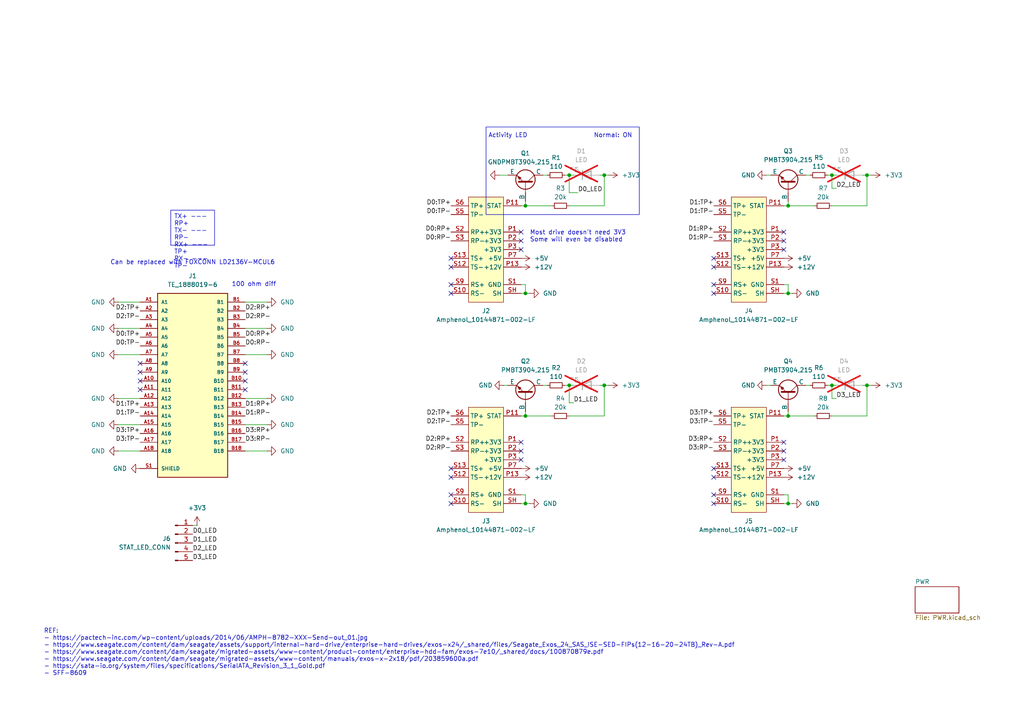
<source format=kicad_sch>
(kicad_sch
	(version 20231120)
	(generator "eeschema")
	(generator_version "8.0")
	(uuid "54134db7-1ef2-4b6d-bc86-a083e934a997")
	(paper "A4")
	(title_block
		(title "SAS_Backplane - Data")
		(date "2024-05-09")
		(rev "1.4")
		(company "DEF-DES")
	)
	(lib_symbols
		(symbol "Amphenol_10144871-002-LF_1"
			(exclude_from_sim no)
			(in_bom yes)
			(on_board yes)
			(property "Reference" "J"
				(at 25.4 15.24 0)
				(effects
					(font
						(size 1.27 1.27)
					)
					(justify left top)
				)
			)
			(property "Value" "Amphenol_10144871-002-LF"
				(at 25.4 10.16 0)
				(effects
					(font
						(size 1.27 1.27)
					)
					(justify left top)
				)
			)
			(property "Footprint" "Library:Amphenol_10144871"
				(at 25.4 12.7 0)
				(effects
					(font
						(size 1.27 1.27)
					)
					(justify left top)
					(hide yes)
				)
			)
			(property "Datasheet" "https://cdn.amphenol-cs.com/media/wysiwyg/files/drawing/10144871.pdf"
				(at 25.4 5.08 0)
				(effects
					(font
						(size 1.27 1.27)
					)
					(justify left top)
					(hide yes)
				)
			)
			(property "Description" "29Pin 12 Gb/s SAS 3.0 connector"
				(at 25.4 7.62 0)
				(effects
					(font
						(size 1.27 1.27)
					)
					(justify left top)
					(hide yes)
				)
			)
			(property "ki_keywords" "SAS 3.0 Connectors, Storage & Server System, Receptacle, Vertical, Surface Mount, 29 Positions, 12Gb/s"
				(at 0 0 0)
				(effects
					(font
						(size 1.27 1.27)
					)
					(hide yes)
				)
			)
			(symbol "Amphenol_10144871-002-LF_1_0_0"
				(pin power_in line
					(at 10.16 5.08 180)
					(length 5.08)
					(name "+3V3"
						(effects
							(font
								(size 1.27 1.27)
							)
						)
					)
					(number "P1"
						(effects
							(font
								(size 1.27 1.27)
							)
						)
					)
				)
				(pin passive line
					(at 10.16 -10.16 180)
					(length 5.08) hide
					(name "GND"
						(effects
							(font
								(size 1.27 1.27)
							)
						)
					)
					(number "P10"
						(effects
							(font
								(size 1.27 1.27)
							)
						)
					)
				)
				(pin passive line
					(at 10.16 -10.16 180)
					(length 5.08) hide
					(name "GND"
						(effects
							(font
								(size 1.27 1.27)
							)
						)
					)
					(number "P12"
						(effects
							(font
								(size 1.27 1.27)
							)
						)
					)
				)
				(pin power_in line
					(at 10.16 -5.08 180)
					(length 5.08)
					(name "+12V"
						(effects
							(font
								(size 1.27 1.27)
							)
						)
					)
					(number "P13"
						(effects
							(font
								(size 1.27 1.27)
							)
						)
					)
				)
				(pin power_in line
					(at 10.16 -5.08 180)
					(length 5.08) hide
					(name "+12V"
						(effects
							(font
								(size 1.27 1.27)
							)
						)
					)
					(number "P14"
						(effects
							(font
								(size 1.27 1.27)
							)
						)
					)
				)
				(pin power_in line
					(at 10.16 -5.08 180)
					(length 5.08) hide
					(name "+12V"
						(effects
							(font
								(size 1.27 1.27)
							)
						)
					)
					(number "P15"
						(effects
							(font
								(size 1.27 1.27)
							)
						)
					)
				)
				(pin power_in line
					(at 10.16 2.54 180)
					(length 5.08)
					(name "+3V3"
						(effects
							(font
								(size 1.27 1.27)
							)
						)
					)
					(number "P2"
						(effects
							(font
								(size 1.27 1.27)
							)
						)
					)
				)
				(pin power_in line
					(at 10.16 0 180)
					(length 5.08)
					(name "+3V3"
						(effects
							(font
								(size 1.27 1.27)
							)
						)
					)
					(number "P3"
						(effects
							(font
								(size 1.27 1.27)
							)
						)
					)
				)
				(pin passive line
					(at 10.16 -10.16 180)
					(length 5.08) hide
					(name "GND"
						(effects
							(font
								(size 1.27 1.27)
							)
						)
					)
					(number "P4"
						(effects
							(font
								(size 1.27 1.27)
							)
						)
					)
				)
				(pin passive line
					(at 10.16 -10.16 180)
					(length 5.08) hide
					(name "GND"
						(effects
							(font
								(size 1.27 1.27)
							)
						)
					)
					(number "P5"
						(effects
							(font
								(size 1.27 1.27)
							)
						)
					)
				)
				(pin passive line
					(at 10.16 -10.16 180)
					(length 5.08) hide
					(name "GND"
						(effects
							(font
								(size 1.27 1.27)
							)
						)
					)
					(number "P6"
						(effects
							(font
								(size 1.27 1.27)
							)
						)
					)
				)
				(pin power_in line
					(at 10.16 -2.54 180)
					(length 5.08)
					(name "+5V"
						(effects
							(font
								(size 1.27 1.27)
							)
						)
					)
					(number "P7"
						(effects
							(font
								(size 1.27 1.27)
							)
						)
					)
				)
				(pin power_in line
					(at 10.16 -2.54 180)
					(length 5.08) hide
					(name "+5V"
						(effects
							(font
								(size 1.27 1.27)
							)
						)
					)
					(number "P8"
						(effects
							(font
								(size 1.27 1.27)
							)
						)
					)
				)
				(pin power_in line
					(at 10.16 -2.54 180)
					(length 5.08) hide
					(name "+5V"
						(effects
							(font
								(size 1.27 1.27)
							)
						)
					)
					(number "P9"
						(effects
							(font
								(size 1.27 1.27)
							)
						)
					)
				)
				(pin passive line
					(at 10.16 -10.16 180)
					(length 5.08)
					(name "GND"
						(effects
							(font
								(size 1.27 1.27)
							)
						)
					)
					(number "S1"
						(effects
							(font
								(size 1.27 1.27)
							)
						)
					)
				)
				(pin input line
					(at -10.16 -12.7 0)
					(length 5.08)
					(name "RS-"
						(effects
							(font
								(size 1.27 1.27)
							)
						)
					)
					(number "S10"
						(effects
							(font
								(size 1.27 1.27)
							)
						)
					)
				)
				(pin passive line
					(at 10.16 -10.16 180)
					(length 5.08) hide
					(name "GND"
						(effects
							(font
								(size 1.27 1.27)
							)
						)
					)
					(number "S11"
						(effects
							(font
								(size 1.27 1.27)
							)
						)
					)
				)
				(pin output line
					(at -10.16 -5.08 0)
					(length 5.08)
					(name "TS-"
						(effects
							(font
								(size 1.27 1.27)
							)
						)
					)
					(number "S12"
						(effects
							(font
								(size 1.27 1.27)
							)
						)
					)
				)
				(pin output line
					(at -10.16 -2.54 0)
					(length 5.08)
					(name "TS+"
						(effects
							(font
								(size 1.27 1.27)
							)
						)
					)
					(number "S13"
						(effects
							(font
								(size 1.27 1.27)
							)
						)
					)
				)
				(pin passive line
					(at 10.16 -10.16 180)
					(length 5.08) hide
					(name "GND"
						(effects
							(font
								(size 1.27 1.27)
							)
						)
					)
					(number "S14"
						(effects
							(font
								(size 1.27 1.27)
							)
						)
					)
				)
				(pin input line
					(at -10.16 5.08 0)
					(length 5.08)
					(name "RP+"
						(effects
							(font
								(size 1.27 1.27)
							)
						)
					)
					(number "S2"
						(effects
							(font
								(size 1.27 1.27)
							)
						)
					)
				)
				(pin input line
					(at -10.16 2.54 0)
					(length 5.08)
					(name "RP-"
						(effects
							(font
								(size 1.27 1.27)
							)
						)
					)
					(number "S3"
						(effects
							(font
								(size 1.27 1.27)
							)
						)
					)
				)
				(pin passive line
					(at 10.16 -10.16 180)
					(length 5.08) hide
					(name "GND"
						(effects
							(font
								(size 1.27 1.27)
							)
						)
					)
					(number "S4"
						(effects
							(font
								(size 1.27 1.27)
							)
						)
					)
				)
				(pin output line
					(at -10.16 10.16 0)
					(length 5.08)
					(name "TP-"
						(effects
							(font
								(size 1.27 1.27)
							)
						)
					)
					(number "S5"
						(effects
							(font
								(size 1.27 1.27)
							)
						)
					)
				)
				(pin output line
					(at -10.16 12.7 0)
					(length 5.08)
					(name "TP+"
						(effects
							(font
								(size 1.27 1.27)
							)
						)
					)
					(number "S6"
						(effects
							(font
								(size 1.27 1.27)
							)
						)
					)
				)
				(pin passive line
					(at 10.16 -10.16 180)
					(length 5.08) hide
					(name "GND"
						(effects
							(font
								(size 1.27 1.27)
							)
						)
					)
					(number "S7"
						(effects
							(font
								(size 1.27 1.27)
							)
						)
					)
				)
				(pin passive line
					(at 10.16 -10.16 180)
					(length 5.08) hide
					(name "GND"
						(effects
							(font
								(size 1.27 1.27)
							)
						)
					)
					(number "S8"
						(effects
							(font
								(size 1.27 1.27)
							)
						)
					)
				)
				(pin input line
					(at -10.16 -10.16 0)
					(length 5.08)
					(name "RS+"
						(effects
							(font
								(size 1.27 1.27)
							)
						)
					)
					(number "S9"
						(effects
							(font
								(size 1.27 1.27)
							)
						)
					)
				)
			)
			(symbol "Amphenol_10144871-002-LF_1_0_1"
				(rectangle
					(start -5.08 15.24)
					(end 5.08 -15.24)
					(stroke
						(width 0)
						(type default)
					)
					(fill
						(type background)
					)
				)
			)
			(symbol "Amphenol_10144871-002-LF_1_1_0"
				(pin open_collector line
					(at 10.16 12.7 180)
					(length 5.08)
					(name "STAT"
						(effects
							(font
								(size 1.27 1.27)
							)
						)
					)
					(number "P11"
						(effects
							(font
								(size 1.27 1.27)
							)
						)
					)
				)
				(pin passive line
					(at 10.16 -12.7 180)
					(length 5.08)
					(name "SH"
						(effects
							(font
								(size 1.27 1.27)
							)
						)
					)
					(number "SH"
						(effects
							(font
								(size 1.27 1.27)
							)
						)
					)
				)
			)
		)
		(symbol "Amphenol_10144871-002-LF_2"
			(exclude_from_sim no)
			(in_bom yes)
			(on_board yes)
			(property "Reference" "J"
				(at 25.4 15.24 0)
				(effects
					(font
						(size 1.27 1.27)
					)
					(justify left top)
				)
			)
			(property "Value" "Amphenol_10144871-002-LF"
				(at 25.4 10.16 0)
				(effects
					(font
						(size 1.27 1.27)
					)
					(justify left top)
				)
			)
			(property "Footprint" "Library:Amphenol_10144871"
				(at 25.4 12.7 0)
				(effects
					(font
						(size 1.27 1.27)
					)
					(justify left top)
					(hide yes)
				)
			)
			(property "Datasheet" "https://cdn.amphenol-cs.com/media/wysiwyg/files/drawing/10144871.pdf"
				(at 25.4 5.08 0)
				(effects
					(font
						(size 1.27 1.27)
					)
					(justify left top)
					(hide yes)
				)
			)
			(property "Description" "29Pin 12 Gb/s SAS 3.0 connector"
				(at 25.4 7.62 0)
				(effects
					(font
						(size 1.27 1.27)
					)
					(justify left top)
					(hide yes)
				)
			)
			(property "ki_keywords" "SAS 3.0 Connectors, Storage & Server System, Receptacle, Vertical, Surface Mount, 29 Positions, 12Gb/s"
				(at 0 0 0)
				(effects
					(font
						(size 1.27 1.27)
					)
					(hide yes)
				)
			)
			(symbol "Amphenol_10144871-002-LF_2_0_0"
				(pin power_in line
					(at 10.16 5.08 180)
					(length 5.08)
					(name "+3V3"
						(effects
							(font
								(size 1.27 1.27)
							)
						)
					)
					(number "P1"
						(effects
							(font
								(size 1.27 1.27)
							)
						)
					)
				)
				(pin passive line
					(at 10.16 -10.16 180)
					(length 5.08) hide
					(name "GND"
						(effects
							(font
								(size 1.27 1.27)
							)
						)
					)
					(number "P10"
						(effects
							(font
								(size 1.27 1.27)
							)
						)
					)
				)
				(pin passive line
					(at 10.16 -10.16 180)
					(length 5.08) hide
					(name "GND"
						(effects
							(font
								(size 1.27 1.27)
							)
						)
					)
					(number "P12"
						(effects
							(font
								(size 1.27 1.27)
							)
						)
					)
				)
				(pin power_in line
					(at 10.16 -5.08 180)
					(length 5.08)
					(name "+12V"
						(effects
							(font
								(size 1.27 1.27)
							)
						)
					)
					(number "P13"
						(effects
							(font
								(size 1.27 1.27)
							)
						)
					)
				)
				(pin power_in line
					(at 10.16 -5.08 180)
					(length 5.08) hide
					(name "+12V"
						(effects
							(font
								(size 1.27 1.27)
							)
						)
					)
					(number "P14"
						(effects
							(font
								(size 1.27 1.27)
							)
						)
					)
				)
				(pin power_in line
					(at 10.16 -5.08 180)
					(length 5.08) hide
					(name "+12V"
						(effects
							(font
								(size 1.27 1.27)
							)
						)
					)
					(number "P15"
						(effects
							(font
								(size 1.27 1.27)
							)
						)
					)
				)
				(pin power_in line
					(at 10.16 2.54 180)
					(length 5.08)
					(name "+3V3"
						(effects
							(font
								(size 1.27 1.27)
							)
						)
					)
					(number "P2"
						(effects
							(font
								(size 1.27 1.27)
							)
						)
					)
				)
				(pin power_in line
					(at 10.16 0 180)
					(length 5.08)
					(name "+3V3"
						(effects
							(font
								(size 1.27 1.27)
							)
						)
					)
					(number "P3"
						(effects
							(font
								(size 1.27 1.27)
							)
						)
					)
				)
				(pin passive line
					(at 10.16 -10.16 180)
					(length 5.08) hide
					(name "GND"
						(effects
							(font
								(size 1.27 1.27)
							)
						)
					)
					(number "P4"
						(effects
							(font
								(size 1.27 1.27)
							)
						)
					)
				)
				(pin passive line
					(at 10.16 -10.16 180)
					(length 5.08) hide
					(name "GND"
						(effects
							(font
								(size 1.27 1.27)
							)
						)
					)
					(number "P5"
						(effects
							(font
								(size 1.27 1.27)
							)
						)
					)
				)
				(pin passive line
					(at 10.16 -10.16 180)
					(length 5.08) hide
					(name "GND"
						(effects
							(font
								(size 1.27 1.27)
							)
						)
					)
					(number "P6"
						(effects
							(font
								(size 1.27 1.27)
							)
						)
					)
				)
				(pin power_in line
					(at 10.16 -2.54 180)
					(length 5.08)
					(name "+5V"
						(effects
							(font
								(size 1.27 1.27)
							)
						)
					)
					(number "P7"
						(effects
							(font
								(size 1.27 1.27)
							)
						)
					)
				)
				(pin power_in line
					(at 10.16 -2.54 180)
					(length 5.08) hide
					(name "+5V"
						(effects
							(font
								(size 1.27 1.27)
							)
						)
					)
					(number "P8"
						(effects
							(font
								(size 1.27 1.27)
							)
						)
					)
				)
				(pin power_in line
					(at 10.16 -2.54 180)
					(length 5.08) hide
					(name "+5V"
						(effects
							(font
								(size 1.27 1.27)
							)
						)
					)
					(number "P9"
						(effects
							(font
								(size 1.27 1.27)
							)
						)
					)
				)
				(pin passive line
					(at 10.16 -10.16 180)
					(length 5.08)
					(name "GND"
						(effects
							(font
								(size 1.27 1.27)
							)
						)
					)
					(number "S1"
						(effects
							(font
								(size 1.27 1.27)
							)
						)
					)
				)
				(pin input line
					(at -10.16 -12.7 0)
					(length 5.08)
					(name "RS-"
						(effects
							(font
								(size 1.27 1.27)
							)
						)
					)
					(number "S10"
						(effects
							(font
								(size 1.27 1.27)
							)
						)
					)
				)
				(pin passive line
					(at 10.16 -10.16 180)
					(length 5.08) hide
					(name "GND"
						(effects
							(font
								(size 1.27 1.27)
							)
						)
					)
					(number "S11"
						(effects
							(font
								(size 1.27 1.27)
							)
						)
					)
				)
				(pin output line
					(at -10.16 -5.08 0)
					(length 5.08)
					(name "TS-"
						(effects
							(font
								(size 1.27 1.27)
							)
						)
					)
					(number "S12"
						(effects
							(font
								(size 1.27 1.27)
							)
						)
					)
				)
				(pin output line
					(at -10.16 -2.54 0)
					(length 5.08)
					(name "TS+"
						(effects
							(font
								(size 1.27 1.27)
							)
						)
					)
					(number "S13"
						(effects
							(font
								(size 1.27 1.27)
							)
						)
					)
				)
				(pin passive line
					(at 10.16 -10.16 180)
					(length 5.08) hide
					(name "GND"
						(effects
							(font
								(size 1.27 1.27)
							)
						)
					)
					(number "S14"
						(effects
							(font
								(size 1.27 1.27)
							)
						)
					)
				)
				(pin input line
					(at -10.16 5.08 0)
					(length 5.08)
					(name "RP+"
						(effects
							(font
								(size 1.27 1.27)
							)
						)
					)
					(number "S2"
						(effects
							(font
								(size 1.27 1.27)
							)
						)
					)
				)
				(pin input line
					(at -10.16 2.54 0)
					(length 5.08)
					(name "RP-"
						(effects
							(font
								(size 1.27 1.27)
							)
						)
					)
					(number "S3"
						(effects
							(font
								(size 1.27 1.27)
							)
						)
					)
				)
				(pin passive line
					(at 10.16 -10.16 180)
					(length 5.08) hide
					(name "GND"
						(effects
							(font
								(size 1.27 1.27)
							)
						)
					)
					(number "S4"
						(effects
							(font
								(size 1.27 1.27)
							)
						)
					)
				)
				(pin output line
					(at -10.16 10.16 0)
					(length 5.08)
					(name "TP-"
						(effects
							(font
								(size 1.27 1.27)
							)
						)
					)
					(number "S5"
						(effects
							(font
								(size 1.27 1.27)
							)
						)
					)
				)
				(pin output line
					(at -10.16 12.7 0)
					(length 5.08)
					(name "TP+"
						(effects
							(font
								(size 1.27 1.27)
							)
						)
					)
					(number "S6"
						(effects
							(font
								(size 1.27 1.27)
							)
						)
					)
				)
				(pin passive line
					(at 10.16 -10.16 180)
					(length 5.08) hide
					(name "GND"
						(effects
							(font
								(size 1.27 1.27)
							)
						)
					)
					(number "S7"
						(effects
							(font
								(size 1.27 1.27)
							)
						)
					)
				)
				(pin passive line
					(at 10.16 -10.16 180)
					(length 5.08) hide
					(name "GND"
						(effects
							(font
								(size 1.27 1.27)
							)
						)
					)
					(number "S8"
						(effects
							(font
								(size 1.27 1.27)
							)
						)
					)
				)
				(pin input line
					(at -10.16 -10.16 0)
					(length 5.08)
					(name "RS+"
						(effects
							(font
								(size 1.27 1.27)
							)
						)
					)
					(number "S9"
						(effects
							(font
								(size 1.27 1.27)
							)
						)
					)
				)
			)
			(symbol "Amphenol_10144871-002-LF_2_0_1"
				(rectangle
					(start -5.08 15.24)
					(end 5.08 -15.24)
					(stroke
						(width 0)
						(type default)
					)
					(fill
						(type background)
					)
				)
			)
			(symbol "Amphenol_10144871-002-LF_2_1_0"
				(pin open_collector line
					(at 10.16 12.7 180)
					(length 5.08)
					(name "STAT"
						(effects
							(font
								(size 1.27 1.27)
							)
						)
					)
					(number "P11"
						(effects
							(font
								(size 1.27 1.27)
							)
						)
					)
				)
				(pin passive line
					(at 10.16 -12.7 180)
					(length 5.08)
					(name "SH"
						(effects
							(font
								(size 1.27 1.27)
							)
						)
					)
					(number "SH"
						(effects
							(font
								(size 1.27 1.27)
							)
						)
					)
				)
			)
		)
		(symbol "Amphenol_10144871-002-LF_3"
			(exclude_from_sim no)
			(in_bom yes)
			(on_board yes)
			(property "Reference" "J"
				(at 25.4 15.24 0)
				(effects
					(font
						(size 1.27 1.27)
					)
					(justify left top)
				)
			)
			(property "Value" "Amphenol_10144871-002-LF"
				(at 25.4 10.16 0)
				(effects
					(font
						(size 1.27 1.27)
					)
					(justify left top)
				)
			)
			(property "Footprint" "Library:Amphenol_10144871"
				(at 25.4 12.7 0)
				(effects
					(font
						(size 1.27 1.27)
					)
					(justify left top)
					(hide yes)
				)
			)
			(property "Datasheet" "https://cdn.amphenol-cs.com/media/wysiwyg/files/drawing/10144871.pdf"
				(at 25.4 5.08 0)
				(effects
					(font
						(size 1.27 1.27)
					)
					(justify left top)
					(hide yes)
				)
			)
			(property "Description" "29Pin 12 Gb/s SAS 3.0 connector"
				(at 25.4 7.62 0)
				(effects
					(font
						(size 1.27 1.27)
					)
					(justify left top)
					(hide yes)
				)
			)
			(property "ki_keywords" "SAS 3.0 Connectors, Storage & Server System, Receptacle, Vertical, Surface Mount, 29 Positions, 12Gb/s"
				(at 0 0 0)
				(effects
					(font
						(size 1.27 1.27)
					)
					(hide yes)
				)
			)
			(symbol "Amphenol_10144871-002-LF_3_0_0"
				(pin power_in line
					(at 10.16 5.08 180)
					(length 5.08)
					(name "+3V3"
						(effects
							(font
								(size 1.27 1.27)
							)
						)
					)
					(number "P1"
						(effects
							(font
								(size 1.27 1.27)
							)
						)
					)
				)
				(pin passive line
					(at 10.16 -10.16 180)
					(length 5.08) hide
					(name "GND"
						(effects
							(font
								(size 1.27 1.27)
							)
						)
					)
					(number "P10"
						(effects
							(font
								(size 1.27 1.27)
							)
						)
					)
				)
				(pin passive line
					(at 10.16 -10.16 180)
					(length 5.08) hide
					(name "GND"
						(effects
							(font
								(size 1.27 1.27)
							)
						)
					)
					(number "P12"
						(effects
							(font
								(size 1.27 1.27)
							)
						)
					)
				)
				(pin power_in line
					(at 10.16 -5.08 180)
					(length 5.08)
					(name "+12V"
						(effects
							(font
								(size 1.27 1.27)
							)
						)
					)
					(number "P13"
						(effects
							(font
								(size 1.27 1.27)
							)
						)
					)
				)
				(pin power_in line
					(at 10.16 -5.08 180)
					(length 5.08) hide
					(name "+12V"
						(effects
							(font
								(size 1.27 1.27)
							)
						)
					)
					(number "P14"
						(effects
							(font
								(size 1.27 1.27)
							)
						)
					)
				)
				(pin power_in line
					(at 10.16 -5.08 180)
					(length 5.08) hide
					(name "+12V"
						(effects
							(font
								(size 1.27 1.27)
							)
						)
					)
					(number "P15"
						(effects
							(font
								(size 1.27 1.27)
							)
						)
					)
				)
				(pin power_in line
					(at 10.16 2.54 180)
					(length 5.08)
					(name "+3V3"
						(effects
							(font
								(size 1.27 1.27)
							)
						)
					)
					(number "P2"
						(effects
							(font
								(size 1.27 1.27)
							)
						)
					)
				)
				(pin power_in line
					(at 10.16 0 180)
					(length 5.08)
					(name "+3V3"
						(effects
							(font
								(size 1.27 1.27)
							)
						)
					)
					(number "P3"
						(effects
							(font
								(size 1.27 1.27)
							)
						)
					)
				)
				(pin passive line
					(at 10.16 -10.16 180)
					(length 5.08) hide
					(name "GND"
						(effects
							(font
								(size 1.27 1.27)
							)
						)
					)
					(number "P4"
						(effects
							(font
								(size 1.27 1.27)
							)
						)
					)
				)
				(pin passive line
					(at 10.16 -10.16 180)
					(length 5.08) hide
					(name "GND"
						(effects
							(font
								(size 1.27 1.27)
							)
						)
					)
					(number "P5"
						(effects
							(font
								(size 1.27 1.27)
							)
						)
					)
				)
				(pin passive line
					(at 10.16 -10.16 180)
					(length 5.08) hide
					(name "GND"
						(effects
							(font
								(size 1.27 1.27)
							)
						)
					)
					(number "P6"
						(effects
							(font
								(size 1.27 1.27)
							)
						)
					)
				)
				(pin power_in line
					(at 10.16 -2.54 180)
					(length 5.08)
					(name "+5V"
						(effects
							(font
								(size 1.27 1.27)
							)
						)
					)
					(number "P7"
						(effects
							(font
								(size 1.27 1.27)
							)
						)
					)
				)
				(pin power_in line
					(at 10.16 -2.54 180)
					(length 5.08) hide
					(name "+5V"
						(effects
							(font
								(size 1.27 1.27)
							)
						)
					)
					(number "P8"
						(effects
							(font
								(size 1.27 1.27)
							)
						)
					)
				)
				(pin power_in line
					(at 10.16 -2.54 180)
					(length 5.08) hide
					(name "+5V"
						(effects
							(font
								(size 1.27 1.27)
							)
						)
					)
					(number "P9"
						(effects
							(font
								(size 1.27 1.27)
							)
						)
					)
				)
				(pin passive line
					(at 10.16 -10.16 180)
					(length 5.08)
					(name "GND"
						(effects
							(font
								(size 1.27 1.27)
							)
						)
					)
					(number "S1"
						(effects
							(font
								(size 1.27 1.27)
							)
						)
					)
				)
				(pin input line
					(at -10.16 -12.7 0)
					(length 5.08)
					(name "RS-"
						(effects
							(font
								(size 1.27 1.27)
							)
						)
					)
					(number "S10"
						(effects
							(font
								(size 1.27 1.27)
							)
						)
					)
				)
				(pin passive line
					(at 10.16 -10.16 180)
					(length 5.08) hide
					(name "GND"
						(effects
							(font
								(size 1.27 1.27)
							)
						)
					)
					(number "S11"
						(effects
							(font
								(size 1.27 1.27)
							)
						)
					)
				)
				(pin output line
					(at -10.16 -5.08 0)
					(length 5.08)
					(name "TS-"
						(effects
							(font
								(size 1.27 1.27)
							)
						)
					)
					(number "S12"
						(effects
							(font
								(size 1.27 1.27)
							)
						)
					)
				)
				(pin output line
					(at -10.16 -2.54 0)
					(length 5.08)
					(name "TS+"
						(effects
							(font
								(size 1.27 1.27)
							)
						)
					)
					(number "S13"
						(effects
							(font
								(size 1.27 1.27)
							)
						)
					)
				)
				(pin passive line
					(at 10.16 -10.16 180)
					(length 5.08) hide
					(name "GND"
						(effects
							(font
								(size 1.27 1.27)
							)
						)
					)
					(number "S14"
						(effects
							(font
								(size 1.27 1.27)
							)
						)
					)
				)
				(pin input line
					(at -10.16 5.08 0)
					(length 5.08)
					(name "RP+"
						(effects
							(font
								(size 1.27 1.27)
							)
						)
					)
					(number "S2"
						(effects
							(font
								(size 1.27 1.27)
							)
						)
					)
				)
				(pin input line
					(at -10.16 2.54 0)
					(length 5.08)
					(name "RP-"
						(effects
							(font
								(size 1.27 1.27)
							)
						)
					)
					(number "S3"
						(effects
							(font
								(size 1.27 1.27)
							)
						)
					)
				)
				(pin passive line
					(at 10.16 -10.16 180)
					(length 5.08) hide
					(name "GND"
						(effects
							(font
								(size 1.27 1.27)
							)
						)
					)
					(number "S4"
						(effects
							(font
								(size 1.27 1.27)
							)
						)
					)
				)
				(pin output line
					(at -10.16 10.16 0)
					(length 5.08)
					(name "TP-"
						(effects
							(font
								(size 1.27 1.27)
							)
						)
					)
					(number "S5"
						(effects
							(font
								(size 1.27 1.27)
							)
						)
					)
				)
				(pin output line
					(at -10.16 12.7 0)
					(length 5.08)
					(name "TP+"
						(effects
							(font
								(size 1.27 1.27)
							)
						)
					)
					(number "S6"
						(effects
							(font
								(size 1.27 1.27)
							)
						)
					)
				)
				(pin passive line
					(at 10.16 -10.16 180)
					(length 5.08) hide
					(name "GND"
						(effects
							(font
								(size 1.27 1.27)
							)
						)
					)
					(number "S7"
						(effects
							(font
								(size 1.27 1.27)
							)
						)
					)
				)
				(pin passive line
					(at 10.16 -10.16 180)
					(length 5.08) hide
					(name "GND"
						(effects
							(font
								(size 1.27 1.27)
							)
						)
					)
					(number "S8"
						(effects
							(font
								(size 1.27 1.27)
							)
						)
					)
				)
				(pin input line
					(at -10.16 -10.16 0)
					(length 5.08)
					(name "RS+"
						(effects
							(font
								(size 1.27 1.27)
							)
						)
					)
					(number "S9"
						(effects
							(font
								(size 1.27 1.27)
							)
						)
					)
				)
			)
			(symbol "Amphenol_10144871-002-LF_3_0_1"
				(rectangle
					(start -5.08 15.24)
					(end 5.08 -15.24)
					(stroke
						(width 0)
						(type default)
					)
					(fill
						(type background)
					)
				)
			)
			(symbol "Amphenol_10144871-002-LF_3_1_0"
				(pin open_collector line
					(at 10.16 12.7 180)
					(length 5.08)
					(name "STAT"
						(effects
							(font
								(size 1.27 1.27)
							)
						)
					)
					(number "P11"
						(effects
							(font
								(size 1.27 1.27)
							)
						)
					)
				)
				(pin passive line
					(at 10.16 -12.7 180)
					(length 5.08)
					(name "SH"
						(effects
							(font
								(size 1.27 1.27)
							)
						)
					)
					(number "SH"
						(effects
							(font
								(size 1.27 1.27)
							)
						)
					)
				)
			)
		)
		(symbol "Amphenol_10144871-002-LF_4"
			(exclude_from_sim no)
			(in_bom yes)
			(on_board yes)
			(property "Reference" "J"
				(at 25.4 15.24 0)
				(effects
					(font
						(size 1.27 1.27)
					)
					(justify left top)
				)
			)
			(property "Value" "Amphenol_10144871-002-LF"
				(at 25.4 10.16 0)
				(effects
					(font
						(size 1.27 1.27)
					)
					(justify left top)
				)
			)
			(property "Footprint" "Library:Amphenol_10144871"
				(at 25.4 12.7 0)
				(effects
					(font
						(size 1.27 1.27)
					)
					(justify left top)
					(hide yes)
				)
			)
			(property "Datasheet" "https://cdn.amphenol-cs.com/media/wysiwyg/files/drawing/10144871.pdf"
				(at 25.4 5.08 0)
				(effects
					(font
						(size 1.27 1.27)
					)
					(justify left top)
					(hide yes)
				)
			)
			(property "Description" "29Pin 12 Gb/s SAS 3.0 connector"
				(at 25.4 7.62 0)
				(effects
					(font
						(size 1.27 1.27)
					)
					(justify left top)
					(hide yes)
				)
			)
			(property "ki_keywords" "SAS 3.0 Connectors, Storage & Server System, Receptacle, Vertical, Surface Mount, 29 Positions, 12Gb/s"
				(at 0 0 0)
				(effects
					(font
						(size 1.27 1.27)
					)
					(hide yes)
				)
			)
			(symbol "Amphenol_10144871-002-LF_4_0_0"
				(pin power_in line
					(at 10.16 5.08 180)
					(length 5.08)
					(name "+3V3"
						(effects
							(font
								(size 1.27 1.27)
							)
						)
					)
					(number "P1"
						(effects
							(font
								(size 1.27 1.27)
							)
						)
					)
				)
				(pin passive line
					(at 10.16 -10.16 180)
					(length 5.08) hide
					(name "GND"
						(effects
							(font
								(size 1.27 1.27)
							)
						)
					)
					(number "P10"
						(effects
							(font
								(size 1.27 1.27)
							)
						)
					)
				)
				(pin passive line
					(at 10.16 -10.16 180)
					(length 5.08) hide
					(name "GND"
						(effects
							(font
								(size 1.27 1.27)
							)
						)
					)
					(number "P12"
						(effects
							(font
								(size 1.27 1.27)
							)
						)
					)
				)
				(pin power_in line
					(at 10.16 -5.08 180)
					(length 5.08)
					(name "+12V"
						(effects
							(font
								(size 1.27 1.27)
							)
						)
					)
					(number "P13"
						(effects
							(font
								(size 1.27 1.27)
							)
						)
					)
				)
				(pin power_in line
					(at 10.16 -5.08 180)
					(length 5.08) hide
					(name "+12V"
						(effects
							(font
								(size 1.27 1.27)
							)
						)
					)
					(number "P14"
						(effects
							(font
								(size 1.27 1.27)
							)
						)
					)
				)
				(pin power_in line
					(at 10.16 -5.08 180)
					(length 5.08) hide
					(name "+12V"
						(effects
							(font
								(size 1.27 1.27)
							)
						)
					)
					(number "P15"
						(effects
							(font
								(size 1.27 1.27)
							)
						)
					)
				)
				(pin power_in line
					(at 10.16 2.54 180)
					(length 5.08)
					(name "+3V3"
						(effects
							(font
								(size 1.27 1.27)
							)
						)
					)
					(number "P2"
						(effects
							(font
								(size 1.27 1.27)
							)
						)
					)
				)
				(pin power_in line
					(at 10.16 0 180)
					(length 5.08)
					(name "+3V3"
						(effects
							(font
								(size 1.27 1.27)
							)
						)
					)
					(number "P3"
						(effects
							(font
								(size 1.27 1.27)
							)
						)
					)
				)
				(pin passive line
					(at 10.16 -10.16 180)
					(length 5.08) hide
					(name "GND"
						(effects
							(font
								(size 1.27 1.27)
							)
						)
					)
					(number "P4"
						(effects
							(font
								(size 1.27 1.27)
							)
						)
					)
				)
				(pin passive line
					(at 10.16 -10.16 180)
					(length 5.08) hide
					(name "GND"
						(effects
							(font
								(size 1.27 1.27)
							)
						)
					)
					(number "P5"
						(effects
							(font
								(size 1.27 1.27)
							)
						)
					)
				)
				(pin passive line
					(at 10.16 -10.16 180)
					(length 5.08) hide
					(name "GND"
						(effects
							(font
								(size 1.27 1.27)
							)
						)
					)
					(number "P6"
						(effects
							(font
								(size 1.27 1.27)
							)
						)
					)
				)
				(pin power_in line
					(at 10.16 -2.54 180)
					(length 5.08)
					(name "+5V"
						(effects
							(font
								(size 1.27 1.27)
							)
						)
					)
					(number "P7"
						(effects
							(font
								(size 1.27 1.27)
							)
						)
					)
				)
				(pin power_in line
					(at 10.16 -2.54 180)
					(length 5.08) hide
					(name "+5V"
						(effects
							(font
								(size 1.27 1.27)
							)
						)
					)
					(number "P8"
						(effects
							(font
								(size 1.27 1.27)
							)
						)
					)
				)
				(pin power_in line
					(at 10.16 -2.54 180)
					(length 5.08) hide
					(name "+5V"
						(effects
							(font
								(size 1.27 1.27)
							)
						)
					)
					(number "P9"
						(effects
							(font
								(size 1.27 1.27)
							)
						)
					)
				)
				(pin passive line
					(at 10.16 -10.16 180)
					(length 5.08)
					(name "GND"
						(effects
							(font
								(size 1.27 1.27)
							)
						)
					)
					(number "S1"
						(effects
							(font
								(size 1.27 1.27)
							)
						)
					)
				)
				(pin input line
					(at -10.16 -12.7 0)
					(length 5.08)
					(name "RS-"
						(effects
							(font
								(size 1.27 1.27)
							)
						)
					)
					(number "S10"
						(effects
							(font
								(size 1.27 1.27)
							)
						)
					)
				)
				(pin passive line
					(at 10.16 -10.16 180)
					(length 5.08) hide
					(name "GND"
						(effects
							(font
								(size 1.27 1.27)
							)
						)
					)
					(number "S11"
						(effects
							(font
								(size 1.27 1.27)
							)
						)
					)
				)
				(pin output line
					(at -10.16 -5.08 0)
					(length 5.08)
					(name "TS-"
						(effects
							(font
								(size 1.27 1.27)
							)
						)
					)
					(number "S12"
						(effects
							(font
								(size 1.27 1.27)
							)
						)
					)
				)
				(pin output line
					(at -10.16 -2.54 0)
					(length 5.08)
					(name "TS+"
						(effects
							(font
								(size 1.27 1.27)
							)
						)
					)
					(number "S13"
						(effects
							(font
								(size 1.27 1.27)
							)
						)
					)
				)
				(pin passive line
					(at 10.16 -10.16 180)
					(length 5.08) hide
					(name "GND"
						(effects
							(font
								(size 1.27 1.27)
							)
						)
					)
					(number "S14"
						(effects
							(font
								(size 1.27 1.27)
							)
						)
					)
				)
				(pin input line
					(at -10.16 5.08 0)
					(length 5.08)
					(name "RP+"
						(effects
							(font
								(size 1.27 1.27)
							)
						)
					)
					(number "S2"
						(effects
							(font
								(size 1.27 1.27)
							)
						)
					)
				)
				(pin input line
					(at -10.16 2.54 0)
					(length 5.08)
					(name "RP-"
						(effects
							(font
								(size 1.27 1.27)
							)
						)
					)
					(number "S3"
						(effects
							(font
								(size 1.27 1.27)
							)
						)
					)
				)
				(pin passive line
					(at 10.16 -10.16 180)
					(length 5.08) hide
					(name "GND"
						(effects
							(font
								(size 1.27 1.27)
							)
						)
					)
					(number "S4"
						(effects
							(font
								(size 1.27 1.27)
							)
						)
					)
				)
				(pin output line
					(at -10.16 10.16 0)
					(length 5.08)
					(name "TP-"
						(effects
							(font
								(size 1.27 1.27)
							)
						)
					)
					(number "S5"
						(effects
							(font
								(size 1.27 1.27)
							)
						)
					)
				)
				(pin output line
					(at -10.16 12.7 0)
					(length 5.08)
					(name "TP+"
						(effects
							(font
								(size 1.27 1.27)
							)
						)
					)
					(number "S6"
						(effects
							(font
								(size 1.27 1.27)
							)
						)
					)
				)
				(pin passive line
					(at 10.16 -10.16 180)
					(length 5.08) hide
					(name "GND"
						(effects
							(font
								(size 1.27 1.27)
							)
						)
					)
					(number "S7"
						(effects
							(font
								(size 1.27 1.27)
							)
						)
					)
				)
				(pin passive line
					(at 10.16 -10.16 180)
					(length 5.08) hide
					(name "GND"
						(effects
							(font
								(size 1.27 1.27)
							)
						)
					)
					(number "S8"
						(effects
							(font
								(size 1.27 1.27)
							)
						)
					)
				)
				(pin input line
					(at -10.16 -10.16 0)
					(length 5.08)
					(name "RS+"
						(effects
							(font
								(size 1.27 1.27)
							)
						)
					)
					(number "S9"
						(effects
							(font
								(size 1.27 1.27)
							)
						)
					)
				)
			)
			(symbol "Amphenol_10144871-002-LF_4_0_1"
				(rectangle
					(start -5.08 15.24)
					(end 5.08 -15.24)
					(stroke
						(width 0)
						(type default)
					)
					(fill
						(type background)
					)
				)
			)
			(symbol "Amphenol_10144871-002-LF_4_1_0"
				(pin open_collector line
					(at 10.16 12.7 180)
					(length 5.08)
					(name "STAT"
						(effects
							(font
								(size 1.27 1.27)
							)
						)
					)
					(number "P11"
						(effects
							(font
								(size 1.27 1.27)
							)
						)
					)
				)
				(pin passive line
					(at 10.16 -12.7 180)
					(length 5.08)
					(name "SH"
						(effects
							(font
								(size 1.27 1.27)
							)
						)
					)
					(number "SH"
						(effects
							(font
								(size 1.27 1.27)
							)
						)
					)
				)
			)
		)
		(symbol "Connector:Conn_01x05_Pin"
			(pin_names
				(offset 1.016) hide)
			(exclude_from_sim no)
			(in_bom yes)
			(on_board yes)
			(property "Reference" "J"
				(at 0 7.62 0)
				(effects
					(font
						(size 1.27 1.27)
					)
				)
			)
			(property "Value" "Conn_01x05_Pin"
				(at 0 -7.62 0)
				(effects
					(font
						(size 1.27 1.27)
					)
				)
			)
			(property "Footprint" ""
				(at 0 0 0)
				(effects
					(font
						(size 1.27 1.27)
					)
					(hide yes)
				)
			)
			(property "Datasheet" "~"
				(at 0 0 0)
				(effects
					(font
						(size 1.27 1.27)
					)
					(hide yes)
				)
			)
			(property "Description" "Generic connector, single row, 01x05, script generated"
				(at 0 0 0)
				(effects
					(font
						(size 1.27 1.27)
					)
					(hide yes)
				)
			)
			(property "ki_locked" ""
				(at 0 0 0)
				(effects
					(font
						(size 1.27 1.27)
					)
				)
			)
			(property "ki_keywords" "connector"
				(at 0 0 0)
				(effects
					(font
						(size 1.27 1.27)
					)
					(hide yes)
				)
			)
			(property "ki_fp_filters" "Connector*:*_1x??_*"
				(at 0 0 0)
				(effects
					(font
						(size 1.27 1.27)
					)
					(hide yes)
				)
			)
			(symbol "Conn_01x05_Pin_1_1"
				(polyline
					(pts
						(xy 1.27 -5.08) (xy 0.8636 -5.08)
					)
					(stroke
						(width 0.1524)
						(type default)
					)
					(fill
						(type none)
					)
				)
				(polyline
					(pts
						(xy 1.27 -2.54) (xy 0.8636 -2.54)
					)
					(stroke
						(width 0.1524)
						(type default)
					)
					(fill
						(type none)
					)
				)
				(polyline
					(pts
						(xy 1.27 0) (xy 0.8636 0)
					)
					(stroke
						(width 0.1524)
						(type default)
					)
					(fill
						(type none)
					)
				)
				(polyline
					(pts
						(xy 1.27 2.54) (xy 0.8636 2.54)
					)
					(stroke
						(width 0.1524)
						(type default)
					)
					(fill
						(type none)
					)
				)
				(polyline
					(pts
						(xy 1.27 5.08) (xy 0.8636 5.08)
					)
					(stroke
						(width 0.1524)
						(type default)
					)
					(fill
						(type none)
					)
				)
				(rectangle
					(start 0.8636 -4.953)
					(end 0 -5.207)
					(stroke
						(width 0.1524)
						(type default)
					)
					(fill
						(type outline)
					)
				)
				(rectangle
					(start 0.8636 -2.413)
					(end 0 -2.667)
					(stroke
						(width 0.1524)
						(type default)
					)
					(fill
						(type outline)
					)
				)
				(rectangle
					(start 0.8636 0.127)
					(end 0 -0.127)
					(stroke
						(width 0.1524)
						(type default)
					)
					(fill
						(type outline)
					)
				)
				(rectangle
					(start 0.8636 2.667)
					(end 0 2.413)
					(stroke
						(width 0.1524)
						(type default)
					)
					(fill
						(type outline)
					)
				)
				(rectangle
					(start 0.8636 5.207)
					(end 0 4.953)
					(stroke
						(width 0.1524)
						(type default)
					)
					(fill
						(type outline)
					)
				)
				(pin passive line
					(at 5.08 5.08 180)
					(length 3.81)
					(name "Pin_1"
						(effects
							(font
								(size 1.27 1.27)
							)
						)
					)
					(number "1"
						(effects
							(font
								(size 1.27 1.27)
							)
						)
					)
				)
				(pin passive line
					(at 5.08 2.54 180)
					(length 3.81)
					(name "Pin_2"
						(effects
							(font
								(size 1.27 1.27)
							)
						)
					)
					(number "2"
						(effects
							(font
								(size 1.27 1.27)
							)
						)
					)
				)
				(pin passive line
					(at 5.08 0 180)
					(length 3.81)
					(name "Pin_3"
						(effects
							(font
								(size 1.27 1.27)
							)
						)
					)
					(number "3"
						(effects
							(font
								(size 1.27 1.27)
							)
						)
					)
				)
				(pin passive line
					(at 5.08 -2.54 180)
					(length 3.81)
					(name "Pin_4"
						(effects
							(font
								(size 1.27 1.27)
							)
						)
					)
					(number "4"
						(effects
							(font
								(size 1.27 1.27)
							)
						)
					)
				)
				(pin passive line
					(at 5.08 -5.08 180)
					(length 3.81)
					(name "Pin_5"
						(effects
							(font
								(size 1.27 1.27)
							)
						)
					)
					(number "5"
						(effects
							(font
								(size 1.27 1.27)
							)
						)
					)
				)
			)
		)
		(symbol "Device:LED"
			(pin_numbers hide)
			(pin_names
				(offset 1.016) hide)
			(exclude_from_sim no)
			(in_bom yes)
			(on_board yes)
			(property "Reference" "D"
				(at 0 2.54 0)
				(effects
					(font
						(size 1.27 1.27)
					)
				)
			)
			(property "Value" "LED"
				(at 0 -2.54 0)
				(effects
					(font
						(size 1.27 1.27)
					)
				)
			)
			(property "Footprint" ""
				(at 0 0 0)
				(effects
					(font
						(size 1.27 1.27)
					)
					(hide yes)
				)
			)
			(property "Datasheet" "~"
				(at 0 0 0)
				(effects
					(font
						(size 1.27 1.27)
					)
					(hide yes)
				)
			)
			(property "Description" "Light emitting diode"
				(at 0 0 0)
				(effects
					(font
						(size 1.27 1.27)
					)
					(hide yes)
				)
			)
			(property "ki_keywords" "LED diode"
				(at 0 0 0)
				(effects
					(font
						(size 1.27 1.27)
					)
					(hide yes)
				)
			)
			(property "ki_fp_filters" "LED* LED_SMD:* LED_THT:*"
				(at 0 0 0)
				(effects
					(font
						(size 1.27 1.27)
					)
					(hide yes)
				)
			)
			(symbol "LED_0_1"
				(polyline
					(pts
						(xy -1.27 -1.27) (xy -1.27 1.27)
					)
					(stroke
						(width 0.254)
						(type default)
					)
					(fill
						(type none)
					)
				)
				(polyline
					(pts
						(xy -1.27 0) (xy 1.27 0)
					)
					(stroke
						(width 0)
						(type default)
					)
					(fill
						(type none)
					)
				)
				(polyline
					(pts
						(xy 1.27 -1.27) (xy 1.27 1.27) (xy -1.27 0) (xy 1.27 -1.27)
					)
					(stroke
						(width 0.254)
						(type default)
					)
					(fill
						(type none)
					)
				)
				(polyline
					(pts
						(xy -3.048 -0.762) (xy -4.572 -2.286) (xy -3.81 -2.286) (xy -4.572 -2.286) (xy -4.572 -1.524)
					)
					(stroke
						(width 0)
						(type default)
					)
					(fill
						(type none)
					)
				)
				(polyline
					(pts
						(xy -1.778 -0.762) (xy -3.302 -2.286) (xy -2.54 -2.286) (xy -3.302 -2.286) (xy -3.302 -1.524)
					)
					(stroke
						(width 0)
						(type default)
					)
					(fill
						(type none)
					)
				)
			)
			(symbol "LED_1_1"
				(pin passive line
					(at -3.81 0 0)
					(length 2.54)
					(name "K"
						(effects
							(font
								(size 1.27 1.27)
							)
						)
					)
					(number "1"
						(effects
							(font
								(size 1.27 1.27)
							)
						)
					)
				)
				(pin passive line
					(at 3.81 0 180)
					(length 2.54)
					(name "A"
						(effects
							(font
								(size 1.27 1.27)
							)
						)
					)
					(number "2"
						(effects
							(font
								(size 1.27 1.27)
							)
						)
					)
				)
			)
		)
		(symbol "Device:R_Small"
			(pin_numbers hide)
			(pin_names
				(offset 0.254) hide)
			(exclude_from_sim no)
			(in_bom yes)
			(on_board yes)
			(property "Reference" "R"
				(at 0.762 0.508 0)
				(effects
					(font
						(size 1.27 1.27)
					)
					(justify left)
				)
			)
			(property "Value" "R_Small"
				(at 0.762 -1.016 0)
				(effects
					(font
						(size 1.27 1.27)
					)
					(justify left)
				)
			)
			(property "Footprint" ""
				(at 0 0 0)
				(effects
					(font
						(size 1.27 1.27)
					)
					(hide yes)
				)
			)
			(property "Datasheet" "~"
				(at 0 0 0)
				(effects
					(font
						(size 1.27 1.27)
					)
					(hide yes)
				)
			)
			(property "Description" "Resistor, small symbol"
				(at 0 0 0)
				(effects
					(font
						(size 1.27 1.27)
					)
					(hide yes)
				)
			)
			(property "ki_keywords" "R resistor"
				(at 0 0 0)
				(effects
					(font
						(size 1.27 1.27)
					)
					(hide yes)
				)
			)
			(property "ki_fp_filters" "R_*"
				(at 0 0 0)
				(effects
					(font
						(size 1.27 1.27)
					)
					(hide yes)
				)
			)
			(symbol "R_Small_0_1"
				(rectangle
					(start -0.762 1.778)
					(end 0.762 -1.778)
					(stroke
						(width 0.2032)
						(type default)
					)
					(fill
						(type none)
					)
				)
			)
			(symbol "R_Small_1_1"
				(pin passive line
					(at 0 2.54 270)
					(length 0.762)
					(name "~"
						(effects
							(font
								(size 1.27 1.27)
							)
						)
					)
					(number "1"
						(effects
							(font
								(size 1.27 1.27)
							)
						)
					)
				)
				(pin passive line
					(at 0 -2.54 90)
					(length 0.762)
					(name "~"
						(effects
							(font
								(size 1.27 1.27)
							)
						)
					)
					(number "2"
						(effects
							(font
								(size 1.27 1.27)
							)
						)
					)
				)
			)
		)
		(symbol "Library:TE_1888019-6"
			(pin_names
				(offset 1.016)
			)
			(exclude_from_sim no)
			(in_bom yes)
			(on_board yes)
			(property "Reference" "J"
				(at 25.4 25.4 0)
				(effects
					(font
						(size 1.27 1.27)
					)
					(justify left top)
				)
			)
			(property "Value" "TE_1888019-6"
				(at 25.4 22.86 0)
				(effects
					(font
						(size 1.27 1.27)
					)
					(justify left top)
				)
			)
			(property "Footprint" "Library:TE_1888019-6"
				(at 25.4 15.24 0)
				(effects
					(font
						(size 1.27 1.27)
					)
					(justify left top)
					(hide yes)
				)
			)
			(property "Datasheet" "https://www.te.com/commerce/DocumentDelivery/DDEController?Action=showdoc&DocId=Customer+Drawing%7F1888019%7FB4%7Fpdf%7FEnglish%7FENG_CD_1888019_B4.pdf%7F1888019-6"
				(at 25.4 17.78 0)
				(effects
					(font
						(size 1.27 1.27)
					)
					(justify left top)
					(hide yes)
				)
			)
			(property "Description" "36 pin Mini-SAS connector"
				(at 25.4 20.32 0)
				(effects
					(font
						(size 1.27 1.27)
					)
					(justify left top)
					(hide yes)
				)
			)
			(property "ki_keywords" "Mini-SAS, Receptacle, Cable-to-Board, 36 Position, 2 Row, 1 Port, Right Angle, Surface Mount, .031 in [.8 mm] Centerline, Signal, Mini-SAS"
				(at 0 0 0)
				(effects
					(font
						(size 1.27 1.27)
					)
					(hide yes)
				)
			)
			(symbol "TE_1888019-6_0_0"
				(rectangle
					(start -10.16 25.4)
					(end 10.16 -27.94)
					(stroke
						(width 0.254)
						(type default)
					)
					(fill
						(type background)
					)
				)
				(pin passive line
					(at -15.24 22.86 0)
					(length 5.08)
					(name "A1"
						(effects
							(font
								(size 1.016 1.016)
							)
						)
					)
					(number "A1"
						(effects
							(font
								(size 1.016 1.016)
							)
						)
					)
				)
				(pin passive line
					(at -15.24 0 0)
					(length 5.08)
					(name "A10"
						(effects
							(font
								(size 1.016 1.016)
							)
						)
					)
					(number "A10"
						(effects
							(font
								(size 1.016 1.016)
							)
						)
					)
				)
				(pin passive line
					(at -15.24 -2.54 0)
					(length 5.08)
					(name "A11"
						(effects
							(font
								(size 1.016 1.016)
							)
						)
					)
					(number "A11"
						(effects
							(font
								(size 1.016 1.016)
							)
						)
					)
				)
				(pin passive line
					(at -15.24 -5.08 0)
					(length 5.08)
					(name "A12"
						(effects
							(font
								(size 1.016 1.016)
							)
						)
					)
					(number "A12"
						(effects
							(font
								(size 1.016 1.016)
							)
						)
					)
				)
				(pin passive line
					(at -15.24 -7.62 0)
					(length 5.08)
					(name "A13"
						(effects
							(font
								(size 1.016 1.016)
							)
						)
					)
					(number "A13"
						(effects
							(font
								(size 1.016 1.016)
							)
						)
					)
				)
				(pin passive line
					(at -15.24 -10.16 0)
					(length 5.08)
					(name "A14"
						(effects
							(font
								(size 1.016 1.016)
							)
						)
					)
					(number "A14"
						(effects
							(font
								(size 1.016 1.016)
							)
						)
					)
				)
				(pin passive line
					(at -15.24 -12.7 0)
					(length 5.08)
					(name "A15"
						(effects
							(font
								(size 1.016 1.016)
							)
						)
					)
					(number "A15"
						(effects
							(font
								(size 1.016 1.016)
							)
						)
					)
				)
				(pin passive line
					(at -15.24 -15.24 0)
					(length 5.08)
					(name "A16"
						(effects
							(font
								(size 1.016 1.016)
							)
						)
					)
					(number "A16"
						(effects
							(font
								(size 1.016 1.016)
							)
						)
					)
				)
				(pin passive line
					(at -15.24 -17.78 0)
					(length 5.08)
					(name "A17"
						(effects
							(font
								(size 1.016 1.016)
							)
						)
					)
					(number "A17"
						(effects
							(font
								(size 1.016 1.016)
							)
						)
					)
				)
				(pin passive line
					(at -15.24 -20.32 0)
					(length 5.08)
					(name "A18"
						(effects
							(font
								(size 1.016 1.016)
							)
						)
					)
					(number "A18"
						(effects
							(font
								(size 1.016 1.016)
							)
						)
					)
				)
				(pin passive line
					(at -15.24 20.32 0)
					(length 5.08)
					(name "A2"
						(effects
							(font
								(size 1.016 1.016)
							)
						)
					)
					(number "A2"
						(effects
							(font
								(size 1.016 1.016)
							)
						)
					)
				)
				(pin passive line
					(at -15.24 17.78 0)
					(length 5.08)
					(name "A3"
						(effects
							(font
								(size 1.016 1.016)
							)
						)
					)
					(number "A3"
						(effects
							(font
								(size 1.016 1.016)
							)
						)
					)
				)
				(pin passive line
					(at -15.24 15.24 0)
					(length 5.08)
					(name "A4"
						(effects
							(font
								(size 1.016 1.016)
							)
						)
					)
					(number "A4"
						(effects
							(font
								(size 1.016 1.016)
							)
						)
					)
				)
				(pin passive line
					(at -15.24 12.7 0)
					(length 5.08)
					(name "A5"
						(effects
							(font
								(size 1.016 1.016)
							)
						)
					)
					(number "A5"
						(effects
							(font
								(size 1.016 1.016)
							)
						)
					)
				)
				(pin passive line
					(at -15.24 10.16 0)
					(length 5.08)
					(name "A6"
						(effects
							(font
								(size 1.016 1.016)
							)
						)
					)
					(number "A6"
						(effects
							(font
								(size 1.016 1.016)
							)
						)
					)
				)
				(pin passive line
					(at -15.24 7.62 0)
					(length 5.08)
					(name "A7"
						(effects
							(font
								(size 1.016 1.016)
							)
						)
					)
					(number "A7"
						(effects
							(font
								(size 1.016 1.016)
							)
						)
					)
				)
				(pin passive line
					(at -15.24 5.08 0)
					(length 5.08)
					(name "A8"
						(effects
							(font
								(size 1.016 1.016)
							)
						)
					)
					(number "A8"
						(effects
							(font
								(size 1.016 1.016)
							)
						)
					)
				)
				(pin passive line
					(at -15.24 2.54 0)
					(length 5.08)
					(name "A9"
						(effects
							(font
								(size 1.016 1.016)
							)
						)
					)
					(number "A9"
						(effects
							(font
								(size 1.016 1.016)
							)
						)
					)
				)
				(pin passive line
					(at 15.24 22.86 180)
					(length 5.08)
					(name "B1"
						(effects
							(font
								(size 1.016 1.016)
							)
						)
					)
					(number "B1"
						(effects
							(font
								(size 1.016 1.016)
							)
						)
					)
				)
				(pin passive line
					(at 15.24 0 180)
					(length 5.08)
					(name "B10"
						(effects
							(font
								(size 1.016 1.016)
							)
						)
					)
					(number "B10"
						(effects
							(font
								(size 1.016 1.016)
							)
						)
					)
				)
				(pin passive line
					(at 15.24 -2.54 180)
					(length 5.08)
					(name "B11"
						(effects
							(font
								(size 1.016 1.016)
							)
						)
					)
					(number "B11"
						(effects
							(font
								(size 1.016 1.016)
							)
						)
					)
				)
				(pin passive line
					(at 15.24 -5.08 180)
					(length 5.08)
					(name "B12"
						(effects
							(font
								(size 1.016 1.016)
							)
						)
					)
					(number "B12"
						(effects
							(font
								(size 1.016 1.016)
							)
						)
					)
				)
				(pin passive line
					(at 15.24 -7.62 180)
					(length 5.08)
					(name "B13"
						(effects
							(font
								(size 1.016 1.016)
							)
						)
					)
					(number "B13"
						(effects
							(font
								(size 1.016 1.016)
							)
						)
					)
				)
				(pin passive line
					(at 15.24 -10.16 180)
					(length 5.08)
					(name "B14"
						(effects
							(font
								(size 1.016 1.016)
							)
						)
					)
					(number "B14"
						(effects
							(font
								(size 1.016 1.016)
							)
						)
					)
				)
				(pin passive line
					(at 15.24 -12.7 180)
					(length 5.08)
					(name "B15"
						(effects
							(font
								(size 1.016 1.016)
							)
						)
					)
					(number "B15"
						(effects
							(font
								(size 1.016 1.016)
							)
						)
					)
				)
				(pin passive line
					(at 15.24 -15.24 180)
					(length 5.08)
					(name "B16"
						(effects
							(font
								(size 1.016 1.016)
							)
						)
					)
					(number "B16"
						(effects
							(font
								(size 1.016 1.016)
							)
						)
					)
				)
				(pin passive line
					(at 15.24 -17.78 180)
					(length 5.08)
					(name "B17"
						(effects
							(font
								(size 1.016 1.016)
							)
						)
					)
					(number "B17"
						(effects
							(font
								(size 1.016 1.016)
							)
						)
					)
				)
				(pin passive line
					(at 15.24 -20.32 180)
					(length 5.08)
					(name "B18"
						(effects
							(font
								(size 1.016 1.016)
							)
						)
					)
					(number "B18"
						(effects
							(font
								(size 1.016 1.016)
							)
						)
					)
				)
				(pin passive line
					(at 15.24 20.32 180)
					(length 5.08)
					(name "B2"
						(effects
							(font
								(size 1.016 1.016)
							)
						)
					)
					(number "B2"
						(effects
							(font
								(size 1.016 1.016)
							)
						)
					)
				)
				(pin passive line
					(at 15.24 17.78 180)
					(length 5.08)
					(name "B3"
						(effects
							(font
								(size 1.016 1.016)
							)
						)
					)
					(number "B3"
						(effects
							(font
								(size 1.016 1.016)
							)
						)
					)
				)
				(pin passive line
					(at 15.24 15.24 180)
					(length 5.08)
					(name "B4"
						(effects
							(font
								(size 1.016 1.016)
							)
						)
					)
					(number "B4"
						(effects
							(font
								(size 1.016 1.016)
							)
						)
					)
				)
				(pin passive line
					(at 15.24 12.7 180)
					(length 5.08)
					(name "B5"
						(effects
							(font
								(size 1.016 1.016)
							)
						)
					)
					(number "B5"
						(effects
							(font
								(size 1.016 1.016)
							)
						)
					)
				)
				(pin passive line
					(at 15.24 10.16 180)
					(length 5.08)
					(name "B6"
						(effects
							(font
								(size 1.016 1.016)
							)
						)
					)
					(number "B6"
						(effects
							(font
								(size 1.016 1.016)
							)
						)
					)
				)
				(pin passive line
					(at 15.24 7.62 180)
					(length 5.08)
					(name "B7"
						(effects
							(font
								(size 1.016 1.016)
							)
						)
					)
					(number "B7"
						(effects
							(font
								(size 1.016 1.016)
							)
						)
					)
				)
				(pin passive line
					(at 15.24 5.08 180)
					(length 5.08)
					(name "B8"
						(effects
							(font
								(size 1.016 1.016)
							)
						)
					)
					(number "B8"
						(effects
							(font
								(size 1.016 1.016)
							)
						)
					)
				)
				(pin passive line
					(at 15.24 2.54 180)
					(length 5.08)
					(name "B9"
						(effects
							(font
								(size 1.016 1.016)
							)
						)
					)
					(number "B9"
						(effects
							(font
								(size 1.016 1.016)
							)
						)
					)
				)
				(pin passive line
					(at -15.24 -25.4 0)
					(length 5.08)
					(name "SHIELD"
						(effects
							(font
								(size 1.016 1.016)
							)
						)
					)
					(number "S1"
						(effects
							(font
								(size 1.016 1.016)
							)
						)
					)
				)
				(pin passive line
					(at -15.24 -25.4 0)
					(length 5.08) hide
					(name "SHIELD"
						(effects
							(font
								(size 1.016 1.016)
							)
						)
					)
					(number "S2"
						(effects
							(font
								(size 1.016 1.016)
							)
						)
					)
				)
				(pin passive line
					(at -15.24 -25.4 0)
					(length 5.08) hide
					(name "SHIELD"
						(effects
							(font
								(size 1.016 1.016)
							)
						)
					)
					(number "S3"
						(effects
							(font
								(size 1.016 1.016)
							)
						)
					)
				)
				(pin passive line
					(at -15.24 -25.4 0)
					(length 5.08) hide
					(name "SHIELD"
						(effects
							(font
								(size 1.016 1.016)
							)
						)
					)
					(number "S4"
						(effects
							(font
								(size 1.016 1.016)
							)
						)
					)
				)
				(pin passive line
					(at -15.24 -25.4 0)
					(length 5.08) hide
					(name "SHIELD"
						(effects
							(font
								(size 1.016 1.016)
							)
						)
					)
					(number "S5"
						(effects
							(font
								(size 1.016 1.016)
							)
						)
					)
				)
				(pin passive line
					(at -15.24 -25.4 0)
					(length 5.08) hide
					(name "SHIELD"
						(effects
							(font
								(size 1.016 1.016)
							)
						)
					)
					(number "S6"
						(effects
							(font
								(size 1.016 1.016)
							)
						)
					)
				)
			)
		)
		(symbol "Simulation_SPICE:NPN"
			(pin_numbers hide)
			(pin_names
				(offset 0)
			)
			(exclude_from_sim no)
			(in_bom yes)
			(on_board yes)
			(property "Reference" "Q"
				(at -2.54 7.62 0)
				(effects
					(font
						(size 1.27 1.27)
					)
				)
			)
			(property "Value" "NPN"
				(at -2.54 5.08 0)
				(effects
					(font
						(size 1.27 1.27)
					)
				)
			)
			(property "Footprint" ""
				(at 63.5 0 0)
				(effects
					(font
						(size 1.27 1.27)
					)
					(hide yes)
				)
			)
			(property "Datasheet" "https://ngspice.sourceforge.io/docs/ngspice-html-manual/manual.xhtml#cha_BJTs"
				(at 63.5 0 0)
				(effects
					(font
						(size 1.27 1.27)
					)
					(hide yes)
				)
			)
			(property "Description" "Bipolar transistor symbol for simulation only, substrate tied to the emitter"
				(at 0 0 0)
				(effects
					(font
						(size 1.27 1.27)
					)
					(hide yes)
				)
			)
			(property "Sim.Device" "NPN"
				(at 0 0 0)
				(effects
					(font
						(size 1.27 1.27)
					)
					(hide yes)
				)
			)
			(property "Sim.Type" "GUMMELPOON"
				(at 0 0 0)
				(effects
					(font
						(size 1.27 1.27)
					)
					(hide yes)
				)
			)
			(property "Sim.Pins" "1=C 2=B 3=E"
				(at 0 0 0)
				(effects
					(font
						(size 1.27 1.27)
					)
					(hide yes)
				)
			)
			(property "ki_keywords" "simulation"
				(at 0 0 0)
				(effects
					(font
						(size 1.27 1.27)
					)
					(hide yes)
				)
			)
			(symbol "NPN_0_1"
				(polyline
					(pts
						(xy -2.54 0) (xy 0.635 0)
					)
					(stroke
						(width 0.1524)
						(type default)
					)
					(fill
						(type none)
					)
				)
				(polyline
					(pts
						(xy 0.635 0.635) (xy 2.54 2.54)
					)
					(stroke
						(width 0)
						(type default)
					)
					(fill
						(type none)
					)
				)
				(polyline
					(pts
						(xy 2.794 -1.27) (xy 2.794 -1.27)
					)
					(stroke
						(width 0.1524)
						(type default)
					)
					(fill
						(type none)
					)
				)
				(polyline
					(pts
						(xy 2.794 -1.27) (xy 2.794 -1.27)
					)
					(stroke
						(width 0.1524)
						(type default)
					)
					(fill
						(type none)
					)
				)
				(polyline
					(pts
						(xy 0.635 -0.635) (xy 2.54 -2.54) (xy 2.54 -2.54)
					)
					(stroke
						(width 0)
						(type default)
					)
					(fill
						(type none)
					)
				)
				(polyline
					(pts
						(xy 0.635 1.905) (xy 0.635 -1.905) (xy 0.635 -1.905)
					)
					(stroke
						(width 0.508)
						(type default)
					)
					(fill
						(type none)
					)
				)
				(polyline
					(pts
						(xy 1.27 -1.778) (xy 1.778 -1.27) (xy 2.286 -2.286) (xy 1.27 -1.778) (xy 1.27 -1.778)
					)
					(stroke
						(width 0)
						(type default)
					)
					(fill
						(type outline)
					)
				)
				(circle
					(center 1.27 0)
					(radius 2.8194)
					(stroke
						(width 0.254)
						(type default)
					)
					(fill
						(type none)
					)
				)
			)
			(symbol "NPN_1_1"
				(pin open_collector line
					(at 2.54 5.08 270)
					(length 2.54)
					(name "C"
						(effects
							(font
								(size 1.27 1.27)
							)
						)
					)
					(number "1"
						(effects
							(font
								(size 1.27 1.27)
							)
						)
					)
				)
				(pin input line
					(at -5.08 0 0)
					(length 2.54)
					(name "B"
						(effects
							(font
								(size 1.27 1.27)
							)
						)
					)
					(number "2"
						(effects
							(font
								(size 1.27 1.27)
							)
						)
					)
				)
				(pin open_emitter line
					(at 2.54 -5.08 90)
					(length 2.54)
					(name "E"
						(effects
							(font
								(size 1.27 1.27)
							)
						)
					)
					(number "3"
						(effects
							(font
								(size 1.27 1.27)
							)
						)
					)
				)
			)
		)
		(symbol "power:+12V"
			(power)
			(pin_numbers hide)
			(pin_names
				(offset 0) hide)
			(exclude_from_sim no)
			(in_bom yes)
			(on_board yes)
			(property "Reference" "#PWR"
				(at 0 -3.81 0)
				(effects
					(font
						(size 1.27 1.27)
					)
					(hide yes)
				)
			)
			(property "Value" "+12V"
				(at 0 3.556 0)
				(effects
					(font
						(size 1.27 1.27)
					)
				)
			)
			(property "Footprint" ""
				(at 0 0 0)
				(effects
					(font
						(size 1.27 1.27)
					)
					(hide yes)
				)
			)
			(property "Datasheet" ""
				(at 0 0 0)
				(effects
					(font
						(size 1.27 1.27)
					)
					(hide yes)
				)
			)
			(property "Description" "Power symbol creates a global label with name \"+12V\""
				(at 0 0 0)
				(effects
					(font
						(size 1.27 1.27)
					)
					(hide yes)
				)
			)
			(property "ki_keywords" "global power"
				(at 0 0 0)
				(effects
					(font
						(size 1.27 1.27)
					)
					(hide yes)
				)
			)
			(symbol "+12V_0_1"
				(polyline
					(pts
						(xy -0.762 1.27) (xy 0 2.54)
					)
					(stroke
						(width 0)
						(type default)
					)
					(fill
						(type none)
					)
				)
				(polyline
					(pts
						(xy 0 0) (xy 0 2.54)
					)
					(stroke
						(width 0)
						(type default)
					)
					(fill
						(type none)
					)
				)
				(polyline
					(pts
						(xy 0 2.54) (xy 0.762 1.27)
					)
					(stroke
						(width 0)
						(type default)
					)
					(fill
						(type none)
					)
				)
			)
			(symbol "+12V_1_1"
				(pin power_in line
					(at 0 0 90)
					(length 0)
					(name "~"
						(effects
							(font
								(size 1.27 1.27)
							)
						)
					)
					(number "1"
						(effects
							(font
								(size 1.27 1.27)
							)
						)
					)
				)
			)
		)
		(symbol "power:+3V3"
			(power)
			(pin_numbers hide)
			(pin_names
				(offset 0) hide)
			(exclude_from_sim no)
			(in_bom yes)
			(on_board yes)
			(property "Reference" "#PWR"
				(at 0 -3.81 0)
				(effects
					(font
						(size 1.27 1.27)
					)
					(hide yes)
				)
			)
			(property "Value" "+3V3"
				(at 0 3.556 0)
				(effects
					(font
						(size 1.27 1.27)
					)
				)
			)
			(property "Footprint" ""
				(at 0 0 0)
				(effects
					(font
						(size 1.27 1.27)
					)
					(hide yes)
				)
			)
			(property "Datasheet" ""
				(at 0 0 0)
				(effects
					(font
						(size 1.27 1.27)
					)
					(hide yes)
				)
			)
			(property "Description" "Power symbol creates a global label with name \"+3V3\""
				(at 0 0 0)
				(effects
					(font
						(size 1.27 1.27)
					)
					(hide yes)
				)
			)
			(property "ki_keywords" "global power"
				(at 0 0 0)
				(effects
					(font
						(size 1.27 1.27)
					)
					(hide yes)
				)
			)
			(symbol "+3V3_0_1"
				(polyline
					(pts
						(xy -0.762 1.27) (xy 0 2.54)
					)
					(stroke
						(width 0)
						(type default)
					)
					(fill
						(type none)
					)
				)
				(polyline
					(pts
						(xy 0 0) (xy 0 2.54)
					)
					(stroke
						(width 0)
						(type default)
					)
					(fill
						(type none)
					)
				)
				(polyline
					(pts
						(xy 0 2.54) (xy 0.762 1.27)
					)
					(stroke
						(width 0)
						(type default)
					)
					(fill
						(type none)
					)
				)
			)
			(symbol "+3V3_1_1"
				(pin power_in line
					(at 0 0 90)
					(length 0)
					(name "~"
						(effects
							(font
								(size 1.27 1.27)
							)
						)
					)
					(number "1"
						(effects
							(font
								(size 1.27 1.27)
							)
						)
					)
				)
			)
		)
		(symbol "power:GND"
			(power)
			(pin_numbers hide)
			(pin_names
				(offset 0) hide)
			(exclude_from_sim no)
			(in_bom yes)
			(on_board yes)
			(property "Reference" "#PWR"
				(at 0 -6.35 0)
				(effects
					(font
						(size 1.27 1.27)
					)
					(hide yes)
				)
			)
			(property "Value" "GND"
				(at 0 -3.81 0)
				(effects
					(font
						(size 1.27 1.27)
					)
				)
			)
			(property "Footprint" ""
				(at 0 0 0)
				(effects
					(font
						(size 1.27 1.27)
					)
					(hide yes)
				)
			)
			(property "Datasheet" ""
				(at 0 0 0)
				(effects
					(font
						(size 1.27 1.27)
					)
					(hide yes)
				)
			)
			(property "Description" "Power symbol creates a global label with name \"GND\" , ground"
				(at 0 0 0)
				(effects
					(font
						(size 1.27 1.27)
					)
					(hide yes)
				)
			)
			(property "ki_keywords" "global power"
				(at 0 0 0)
				(effects
					(font
						(size 1.27 1.27)
					)
					(hide yes)
				)
			)
			(symbol "GND_0_1"
				(polyline
					(pts
						(xy 0 0) (xy 0 -1.27) (xy 1.27 -1.27) (xy 0 -2.54) (xy -1.27 -1.27) (xy 0 -1.27)
					)
					(stroke
						(width 0)
						(type default)
					)
					(fill
						(type none)
					)
				)
			)
			(symbol "GND_1_1"
				(pin power_in line
					(at 0 0 270)
					(length 0)
					(name "~"
						(effects
							(font
								(size 1.27 1.27)
							)
						)
					)
					(number "1"
						(effects
							(font
								(size 1.27 1.27)
							)
						)
					)
				)
			)
		)
	)
	(junction
		(at 175.26 50.8)
		(diameter 0)
		(color 0 0 0 0)
		(uuid "07d78b4c-1b8f-4123-8ebc-311614e7ce6a")
	)
	(junction
		(at 228.6 85.09)
		(diameter 0)
		(color 0 0 0 0)
		(uuid "11dfa313-1838-44f8-ac43-ebef6173d069")
	)
	(junction
		(at 241.3 50.8)
		(diameter 0)
		(color 0 0 0 0)
		(uuid "4b156544-7ebd-4d4c-8900-2fb928ef6219")
	)
	(junction
		(at 152.4 146.05)
		(diameter 0)
		(color 0 0 0 0)
		(uuid "6262082c-a1f6-46fe-a784-cf446301c8e1")
	)
	(junction
		(at 175.26 111.76)
		(diameter 0)
		(color 0 0 0 0)
		(uuid "690bc9af-df3b-47fd-b2d3-b9f5874a5a11")
	)
	(junction
		(at 251.46 50.8)
		(diameter 0)
		(color 0 0 0 0)
		(uuid "80e0f8ca-8ff6-4ef7-b406-dbd8c10c1197")
	)
	(junction
		(at 152.4 85.09)
		(diameter 0)
		(color 0 0 0 0)
		(uuid "8c0aced2-ffd2-4680-a35e-fb82b03f3529")
	)
	(junction
		(at 165.1 50.8)
		(diameter 0)
		(color 0 0 0 0)
		(uuid "9f70aad1-e30d-4a90-a227-df33f2f3b6e4")
	)
	(junction
		(at 228.6 59.69)
		(diameter 0)
		(color 0 0 0 0)
		(uuid "9f7e3be3-9e74-4f74-a5b7-19ae0c3b9538")
	)
	(junction
		(at 241.3 111.76)
		(diameter 0)
		(color 0 0 0 0)
		(uuid "b81a0acb-8d3e-4ae3-ac85-6d82ca1a30bf")
	)
	(junction
		(at 152.4 120.65)
		(diameter 0)
		(color 0 0 0 0)
		(uuid "c2d75a92-e69f-4237-ba00-78df7b215ac6")
	)
	(junction
		(at 228.6 146.05)
		(diameter 0)
		(color 0 0 0 0)
		(uuid "cce3866e-3d4d-43f8-aefc-387a97ae3d20")
	)
	(junction
		(at 165.1 111.76)
		(diameter 0)
		(color 0 0 0 0)
		(uuid "d95a38e5-0cce-492c-8dec-a15857289beb")
	)
	(junction
		(at 251.46 111.76)
		(diameter 0)
		(color 0 0 0 0)
		(uuid "dfea792c-d9a0-4f75-add1-3b6e1eb31e4f")
	)
	(junction
		(at 152.4 59.69)
		(diameter 0)
		(color 0 0 0 0)
		(uuid "e4d6154d-afbc-4afb-9e17-d4bb80773754")
	)
	(junction
		(at 228.6 120.65)
		(diameter 0)
		(color 0 0 0 0)
		(uuid "f1ffbc52-4148-4b6e-b990-07113a1612e6")
	)
	(no_connect
		(at 130.81 82.55)
		(uuid "05b2aa30-4b95-43f4-93be-4b91565fe862")
	)
	(no_connect
		(at 71.12 105.41)
		(uuid "23a0dc6f-68e1-4f99-ae87-ba7e7d9d6aab")
	)
	(no_connect
		(at 227.33 133.35)
		(uuid "2466e710-5887-44cc-a36d-19e0d6c3e3e4")
	)
	(no_connect
		(at 151.13 133.35)
		(uuid "2797ed4c-e3a3-45b0-95f3-73de484ec83c")
	)
	(no_connect
		(at 207.01 85.09)
		(uuid "2afb8ca5-306d-475d-8802-8ecfd69ccf49")
	)
	(no_connect
		(at 207.01 138.43)
		(uuid "2bc32992-f6e6-468c-a3e9-710d7bff411e")
	)
	(no_connect
		(at 207.01 82.55)
		(uuid "2cc7d607-583e-4ad8-a05c-064fdd0bbe73")
	)
	(no_connect
		(at 71.12 113.03)
		(uuid "2d2d7d5e-1881-471f-8747-a0a3f69f596a")
	)
	(no_connect
		(at 130.81 77.47)
		(uuid "333f8962-8228-4bc8-beab-0c1610d9358f")
	)
	(no_connect
		(at 207.01 135.89)
		(uuid "37bbda2c-95b1-49ad-932e-b1e47cc9af9f")
	)
	(no_connect
		(at 130.81 138.43)
		(uuid "3e8e21f4-722e-4a60-9341-34f1d2f88451")
	)
	(no_connect
		(at 130.81 146.05)
		(uuid "3eda3ee6-7daa-404a-88ef-aea30554351b")
	)
	(no_connect
		(at 130.81 143.51)
		(uuid "534ef7bf-2606-44e2-8896-3d5423e42b60")
	)
	(no_connect
		(at 151.13 67.31)
		(uuid "75d13c8b-93ef-4d44-ac9a-4f64c2820401")
	)
	(no_connect
		(at 207.01 143.51)
		(uuid "764c19ee-e638-4aef-968f-9fc0ead239f4")
	)
	(no_connect
		(at 207.01 146.05)
		(uuid "7b703071-cc92-4b79-8064-b7d88e0ca334")
	)
	(no_connect
		(at 130.81 74.93)
		(uuid "7ce6615a-b12a-4096-83a5-8a02b2ad09d1")
	)
	(no_connect
		(at 151.13 128.27)
		(uuid "82b298b7-8b5f-45af-a083-bc327101b142")
	)
	(no_connect
		(at 151.13 130.81)
		(uuid "841a8b2e-da39-4686-b63c-2a2774d56004")
	)
	(no_connect
		(at 227.33 69.85)
		(uuid "88cda23c-fea9-431a-833d-bed513223593")
	)
	(no_connect
		(at 227.33 72.39)
		(uuid "94d42db0-2eea-445e-8a38-5487cbe07467")
	)
	(no_connect
		(at 227.33 130.81)
		(uuid "a0490e31-a39d-4e5a-93d7-140fccc7c225")
	)
	(no_connect
		(at 207.01 77.47)
		(uuid "af1c0920-3841-4aec-875d-5d7307ba4a30")
	)
	(no_connect
		(at 151.13 72.39)
		(uuid "af3e3e08-c8bd-436b-bcd1-53ee22c210e0")
	)
	(no_connect
		(at 151.13 69.85)
		(uuid "b50a0645-e503-4cee-a0da-50908e87e900")
	)
	(no_connect
		(at 40.64 113.03)
		(uuid "b78399cc-0c70-40d2-bdd4-363eeb59372f")
	)
	(no_connect
		(at 130.81 85.09)
		(uuid "b8dc2adf-4225-45b0-8acd-81e0cbc9fe24")
	)
	(no_connect
		(at 71.12 110.49)
		(uuid "c0fbdd18-baaf-466b-a3b9-ccf76f1838e7")
	)
	(no_connect
		(at 227.33 67.31)
		(uuid "c13363a5-1b83-4fd2-b12b-22b1da54c98b")
	)
	(no_connect
		(at 207.01 74.93)
		(uuid "c8c31560-2f3b-4007-af85-d3374c6fb280")
	)
	(no_connect
		(at 71.12 107.95)
		(uuid "d10306f7-13fa-44c6-bf77-0b1f312844f2")
	)
	(no_connect
		(at 130.81 135.89)
		(uuid "d22c5f9a-0da9-4ee3-b8c4-72c83fe32d2a")
	)
	(no_connect
		(at 40.64 107.95)
		(uuid "e1ca8f1c-d8ed-428f-8efb-7bc377732ddc")
	)
	(no_connect
		(at 227.33 128.27)
		(uuid "e204e022-f9f2-44e3-b637-8d09692bb6c1")
	)
	(no_connect
		(at 40.64 105.41)
		(uuid "f06ebec5-9ce8-4043-84d4-7fa1f96bab26")
	)
	(no_connect
		(at 40.64 110.49)
		(uuid "f2929de8-5add-4bf2-825a-b7b2d6244ff5")
	)
	(wire
		(pts
			(xy 166.37 116.84) (xy 165.1 116.84)
		)
		(stroke
			(width 0)
			(type default)
		)
		(uuid "065d314f-b6ca-4ede-b191-62272df0da13")
	)
	(wire
		(pts
			(xy 153.67 146.05) (xy 152.4 146.05)
		)
		(stroke
			(width 0)
			(type default)
		)
		(uuid "09c4ac2c-dbbd-47b5-92a1-da15e433b843")
	)
	(wire
		(pts
			(xy 240.03 50.8) (xy 241.3 50.8)
		)
		(stroke
			(width 0)
			(type default)
		)
		(uuid "0f7ccd13-c35b-479c-95f3-5293f1d0163a")
	)
	(wire
		(pts
			(xy 158.75 111.76) (xy 157.48 111.76)
		)
		(stroke
			(width 0)
			(type default)
		)
		(uuid "1283ddf8-f7e2-4ab2-abf9-0aaccb2e8582")
	)
	(wire
		(pts
			(xy 165.1 116.84) (xy 165.1 111.76)
		)
		(stroke
			(width 0)
			(type default)
		)
		(uuid "16f5f458-248c-47c5-b8bf-761f86721bb2")
	)
	(wire
		(pts
			(xy 175.26 111.76) (xy 175.26 120.65)
		)
		(stroke
			(width 0)
			(type default)
		)
		(uuid "1a1421f7-ac54-415e-bd0e-3973af99f1b6")
	)
	(wire
		(pts
			(xy 227.33 143.51) (xy 228.6 143.51)
		)
		(stroke
			(width 0)
			(type default)
		)
		(uuid "2197a52f-52b8-4909-bd50-395e7b0962e4")
	)
	(wire
		(pts
			(xy 57.15 152.4) (xy 55.88 152.4)
		)
		(stroke
			(width 0)
			(type default)
		)
		(uuid "26486f30-8d49-4245-a786-82ce83bc1656")
	)
	(wire
		(pts
			(xy 228.6 120.65) (xy 236.22 120.65)
		)
		(stroke
			(width 0)
			(type default)
		)
		(uuid "28ab334c-8b7e-4e56-8e27-9d1adff45569")
	)
	(wire
		(pts
			(xy 227.33 82.55) (xy 228.6 82.55)
		)
		(stroke
			(width 0)
			(type default)
		)
		(uuid "2935c721-6a22-4530-af0f-082fcdafdfe5")
	)
	(wire
		(pts
			(xy 234.95 111.76) (xy 233.68 111.76)
		)
		(stroke
			(width 0)
			(type default)
		)
		(uuid "2b938a48-a570-4f4b-ae4a-1319f7dcf05b")
	)
	(wire
		(pts
			(xy 251.46 59.69) (xy 241.3 59.69)
		)
		(stroke
			(width 0)
			(type default)
		)
		(uuid "2c4939e4-7b6d-49f3-8587-aaf463a56529")
	)
	(wire
		(pts
			(xy 34.29 130.81) (xy 40.64 130.81)
		)
		(stroke
			(width 0)
			(type default)
		)
		(uuid "2e79651e-6316-40f5-b8df-e5956434c2fa")
	)
	(wire
		(pts
			(xy 175.26 50.8) (xy 173.99 50.8)
		)
		(stroke
			(width 0)
			(type default)
		)
		(uuid "3662c0ae-7b13-4bda-97e9-b2b6fac4a9c4")
	)
	(wire
		(pts
			(xy 77.47 87.63) (xy 71.12 87.63)
		)
		(stroke
			(width 0)
			(type default)
		)
		(uuid "36686341-b66c-4ca2-8478-cca054b6c6d6")
	)
	(wire
		(pts
			(xy 227.33 59.69) (xy 228.6 59.69)
		)
		(stroke
			(width 0)
			(type default)
		)
		(uuid "3811caae-0cad-47b5-a96a-bd8fb40806b3")
	)
	(wire
		(pts
			(xy 71.12 95.25) (xy 77.47 95.25)
		)
		(stroke
			(width 0)
			(type default)
		)
		(uuid "3cd6680b-8fe6-423d-b8b5-820538502479")
	)
	(wire
		(pts
			(xy 252.73 111.76) (xy 251.46 111.76)
		)
		(stroke
			(width 0)
			(type default)
		)
		(uuid "3d3fa561-5804-46c5-9fcc-a6175d5dcac5")
	)
	(wire
		(pts
			(xy 144.78 50.8) (xy 147.32 50.8)
		)
		(stroke
			(width 0)
			(type default)
		)
		(uuid "43412adf-2894-4c83-845b-fdc93c6b8e51")
	)
	(wire
		(pts
			(xy 71.12 102.87) (xy 77.47 102.87)
		)
		(stroke
			(width 0)
			(type default)
		)
		(uuid "43e13371-0aba-4da6-96bd-9f92afd216d4")
	)
	(wire
		(pts
			(xy 153.67 85.09) (xy 152.4 85.09)
		)
		(stroke
			(width 0)
			(type default)
		)
		(uuid "442ea88d-212f-4098-b0f0-faa6ab6b06a3")
	)
	(wire
		(pts
			(xy 228.6 143.51) (xy 228.6 146.05)
		)
		(stroke
			(width 0)
			(type default)
		)
		(uuid "4626f33f-3941-4921-8526-a838010e896e")
	)
	(wire
		(pts
			(xy 165.1 59.69) (xy 175.26 59.69)
		)
		(stroke
			(width 0)
			(type default)
		)
		(uuid "4db0ce7c-8490-4093-b67e-527496765b21")
	)
	(wire
		(pts
			(xy 151.13 85.09) (xy 152.4 85.09)
		)
		(stroke
			(width 0)
			(type default)
		)
		(uuid "5548a5b5-a26e-480d-8696-5d4b813d02b9")
	)
	(wire
		(pts
			(xy 34.29 95.25) (xy 40.64 95.25)
		)
		(stroke
			(width 0)
			(type default)
		)
		(uuid "57cab177-6ef5-4ad5-94b2-354abab61155")
	)
	(wire
		(pts
			(xy 251.46 120.65) (xy 241.3 120.65)
		)
		(stroke
			(width 0)
			(type default)
		)
		(uuid "5abe2f9f-f2a3-4c15-8bd9-62941ba6ed21")
	)
	(wire
		(pts
			(xy 151.13 59.69) (xy 152.4 59.69)
		)
		(stroke
			(width 0)
			(type default)
		)
		(uuid "5b1f927c-cb89-4eb9-a9b3-e3a6598a683e")
	)
	(wire
		(pts
			(xy 229.87 85.09) (xy 228.6 85.09)
		)
		(stroke
			(width 0)
			(type default)
		)
		(uuid "5c720838-e8b2-495c-ad35-b042c23b4114")
	)
	(wire
		(pts
			(xy 222.25 111.76) (xy 223.52 111.76)
		)
		(stroke
			(width 0)
			(type default)
		)
		(uuid "5ebed093-fc66-4357-900b-22e2da6487dd")
	)
	(wire
		(pts
			(xy 151.13 146.05) (xy 152.4 146.05)
		)
		(stroke
			(width 0)
			(type default)
		)
		(uuid "61bda329-aa35-46d9-8e54-903e9d67debd")
	)
	(wire
		(pts
			(xy 167.64 55.88) (xy 165.1 55.88)
		)
		(stroke
			(width 0)
			(type default)
		)
		(uuid "66458cfa-56a8-4824-9ec9-23655c4ebfc8")
	)
	(wire
		(pts
			(xy 34.29 87.63) (xy 40.64 87.63)
		)
		(stroke
			(width 0)
			(type default)
		)
		(uuid "687fc8db-d47a-43c0-8a92-ebb534d53368")
	)
	(wire
		(pts
			(xy 252.73 50.8) (xy 251.46 50.8)
		)
		(stroke
			(width 0)
			(type default)
		)
		(uuid "6d5994ab-3329-458d-a29c-9f88b7f666fd")
	)
	(wire
		(pts
			(xy 241.3 50.8) (xy 242.57 50.8)
		)
		(stroke
			(width 0)
			(type default)
		)
		(uuid "6e072422-13b7-4490-b1ae-1043d630c514")
	)
	(wire
		(pts
			(xy 151.13 120.65) (xy 152.4 120.65)
		)
		(stroke
			(width 0)
			(type default)
		)
		(uuid "6e274f6f-c129-4633-9bde-c199b60ee2d6")
	)
	(wire
		(pts
			(xy 176.53 111.76) (xy 175.26 111.76)
		)
		(stroke
			(width 0)
			(type default)
		)
		(uuid "77ce7c55-8431-4fd5-982e-d53f57ebb297")
	)
	(wire
		(pts
			(xy 34.29 115.57) (xy 40.64 115.57)
		)
		(stroke
			(width 0)
			(type default)
		)
		(uuid "79eccd51-556f-4357-9e16-9c221fe2acb9")
	)
	(wire
		(pts
			(xy 158.75 50.8) (xy 157.48 50.8)
		)
		(stroke
			(width 0)
			(type default)
		)
		(uuid "7ea507f2-7eca-4012-bedd-27b958511286")
	)
	(wire
		(pts
			(xy 152.4 82.55) (xy 152.4 85.09)
		)
		(stroke
			(width 0)
			(type default)
		)
		(uuid "7fea1b0f-ba48-4975-a4e6-133888634752")
	)
	(wire
		(pts
			(xy 251.46 50.8) (xy 251.46 59.69)
		)
		(stroke
			(width 0)
			(type default)
		)
		(uuid "8515e11c-f4f9-497d-85e6-b24e6fdbafa6")
	)
	(wire
		(pts
			(xy 228.6 82.55) (xy 228.6 85.09)
		)
		(stroke
			(width 0)
			(type default)
		)
		(uuid "86b13465-d3dc-4bda-8830-76093b30e30d")
	)
	(wire
		(pts
			(xy 228.6 59.69) (xy 236.22 59.69)
		)
		(stroke
			(width 0)
			(type default)
		)
		(uuid "8b095580-151f-4c7b-9a14-5c668b72d3b7")
	)
	(wire
		(pts
			(xy 71.12 123.19) (xy 77.47 123.19)
		)
		(stroke
			(width 0)
			(type default)
		)
		(uuid "91206cfa-5260-45f4-b959-d2ae1772a4ae")
	)
	(wire
		(pts
			(xy 228.6 119.38) (xy 228.6 120.65)
		)
		(stroke
			(width 0)
			(type default)
		)
		(uuid "9d6dbd30-32a2-46d2-b663-ba0ccf6aa320")
	)
	(wire
		(pts
			(xy 71.12 130.81) (xy 77.47 130.81)
		)
		(stroke
			(width 0)
			(type default)
		)
		(uuid "9deb3de2-ce01-4f67-83fb-30becedd24be")
	)
	(wire
		(pts
			(xy 165.1 55.88) (xy 165.1 50.8)
		)
		(stroke
			(width 0)
			(type default)
		)
		(uuid "a4b54e8a-e2cc-435b-9bb9-ac73008f51b9")
	)
	(wire
		(pts
			(xy 240.03 111.76) (xy 241.3 111.76)
		)
		(stroke
			(width 0)
			(type default)
		)
		(uuid "a4d6da6c-bdf8-458f-bd45-972fabd2d5c3")
	)
	(wire
		(pts
			(xy 227.33 85.09) (xy 228.6 85.09)
		)
		(stroke
			(width 0)
			(type default)
		)
		(uuid "a5747b0d-349a-406b-a771-ddb6719b133c")
	)
	(wire
		(pts
			(xy 71.12 115.57) (xy 77.47 115.57)
		)
		(stroke
			(width 0)
			(type default)
		)
		(uuid "aaecff93-ebf6-4473-adff-0a522a03a765")
	)
	(wire
		(pts
			(xy 34.29 123.19) (xy 40.64 123.19)
		)
		(stroke
			(width 0)
			(type default)
		)
		(uuid "ad128b5e-166f-4254-8cb1-a7095315f4b1")
	)
	(wire
		(pts
			(xy 241.3 54.61) (xy 241.3 50.8)
		)
		(stroke
			(width 0)
			(type default)
		)
		(uuid "b13e669f-1eb2-4cc6-8009-21786563cf4a")
	)
	(wire
		(pts
			(xy 242.57 54.61) (xy 241.3 54.61)
		)
		(stroke
			(width 0)
			(type default)
		)
		(uuid "b160a4ec-e992-4230-ad1e-e26ab88ac885")
	)
	(wire
		(pts
			(xy 175.26 111.76) (xy 173.99 111.76)
		)
		(stroke
			(width 0)
			(type default)
		)
		(uuid "b1b9dff4-f6ed-4ab1-9d9d-580c899d22dd")
	)
	(wire
		(pts
			(xy 34.29 102.87) (xy 40.64 102.87)
		)
		(stroke
			(width 0)
			(type default)
		)
		(uuid "b465392a-8e3c-40ac-8a25-5e327a169453")
	)
	(wire
		(pts
			(xy 242.57 115.57) (xy 241.3 115.57)
		)
		(stroke
			(width 0)
			(type default)
		)
		(uuid "b6b73756-655c-42d1-bf6e-053e31dd8df8")
	)
	(wire
		(pts
			(xy 151.13 82.55) (xy 152.4 82.55)
		)
		(stroke
			(width 0)
			(type default)
		)
		(uuid "b886afb1-619a-493a-991b-8982a0171c92")
	)
	(wire
		(pts
			(xy 175.26 50.8) (xy 176.53 50.8)
		)
		(stroke
			(width 0)
			(type default)
		)
		(uuid "b8dfd838-adf1-4a25-936f-f2120bbb2a5f")
	)
	(wire
		(pts
			(xy 251.46 111.76) (xy 251.46 120.65)
		)
		(stroke
			(width 0)
			(type default)
		)
		(uuid "beb39b1a-699c-4068-ab8d-2cf9080d94c1")
	)
	(wire
		(pts
			(xy 163.83 111.76) (xy 165.1 111.76)
		)
		(stroke
			(width 0)
			(type default)
		)
		(uuid "c09da039-9018-43ae-9b63-35bf3ad8c6c7")
	)
	(wire
		(pts
			(xy 152.4 120.65) (xy 160.02 120.65)
		)
		(stroke
			(width 0)
			(type default)
		)
		(uuid "c343b28d-d27a-4a38-b31d-965ae60c1db0")
	)
	(wire
		(pts
			(xy 152.4 119.38) (xy 152.4 120.65)
		)
		(stroke
			(width 0)
			(type default)
		)
		(uuid "c4898cb8-9b6d-4f37-88aa-71467ddefe00")
	)
	(wire
		(pts
			(xy 175.26 120.65) (xy 165.1 120.65)
		)
		(stroke
			(width 0)
			(type default)
		)
		(uuid "c9045ee0-e37b-45a3-88b8-a3bc40ce51bb")
	)
	(wire
		(pts
			(xy 163.83 50.8) (xy 165.1 50.8)
		)
		(stroke
			(width 0)
			(type default)
		)
		(uuid "c976a155-3f78-40f3-9bd5-b7cd0e51b2cf")
	)
	(wire
		(pts
			(xy 165.1 111.76) (xy 166.37 111.76)
		)
		(stroke
			(width 0)
			(type default)
		)
		(uuid "cd40930e-cb1e-4861-bcc3-28e8b364d181")
	)
	(wire
		(pts
			(xy 241.3 115.57) (xy 241.3 111.76)
		)
		(stroke
			(width 0)
			(type default)
		)
		(uuid "dd4c3b74-0646-4825-a5b6-b9cc657d25fa")
	)
	(wire
		(pts
			(xy 241.3 111.76) (xy 242.57 111.76)
		)
		(stroke
			(width 0)
			(type default)
		)
		(uuid "e1e6c88a-64af-47e2-aaac-71c56fef8627")
	)
	(wire
		(pts
			(xy 251.46 111.76) (xy 250.19 111.76)
		)
		(stroke
			(width 0)
			(type default)
		)
		(uuid "e21652b2-23dc-4a07-b11d-ab55e1cf3238")
	)
	(wire
		(pts
			(xy 228.6 58.42) (xy 228.6 59.69)
		)
		(stroke
			(width 0)
			(type default)
		)
		(uuid "e4bace6a-a286-414a-8ed4-2ccbbc4ebcda")
	)
	(wire
		(pts
			(xy 227.33 120.65) (xy 228.6 120.65)
		)
		(stroke
			(width 0)
			(type default)
		)
		(uuid "e90103ea-4279-4208-b181-3424fabf45ae")
	)
	(wire
		(pts
			(xy 175.26 50.8) (xy 175.26 59.69)
		)
		(stroke
			(width 0)
			(type default)
		)
		(uuid "e91f5a9f-396f-439e-89b5-ebb80d78dcb3")
	)
	(wire
		(pts
			(xy 152.4 58.42) (xy 152.4 59.69)
		)
		(stroke
			(width 0)
			(type default)
		)
		(uuid "e9de02d2-291b-4bc0-aa93-91476d9a381e")
	)
	(wire
		(pts
			(xy 229.87 146.05) (xy 228.6 146.05)
		)
		(stroke
			(width 0)
			(type default)
		)
		(uuid "eb07391c-c02a-4bd3-b407-bbd574cd672a")
	)
	(wire
		(pts
			(xy 152.4 59.69) (xy 160.02 59.69)
		)
		(stroke
			(width 0)
			(type default)
		)
		(uuid "ec97dbea-d1df-4c40-a685-8e670179d1dc")
	)
	(wire
		(pts
			(xy 146.05 111.76) (xy 147.32 111.76)
		)
		(stroke
			(width 0)
			(type default)
		)
		(uuid "ede8ddcd-e34b-4475-9616-24eecacdda5b")
	)
	(wire
		(pts
			(xy 151.13 143.51) (xy 152.4 143.51)
		)
		(stroke
			(width 0)
			(type default)
		)
		(uuid "f20ac7c9-157e-48a2-afb7-b11484ec6a1d")
	)
	(wire
		(pts
			(xy 227.33 146.05) (xy 228.6 146.05)
		)
		(stroke
			(width 0)
			(type default)
		)
		(uuid "f5280b2c-8ab3-4ebf-b2d4-03ece3579c75")
	)
	(wire
		(pts
			(xy 251.46 50.8) (xy 250.19 50.8)
		)
		(stroke
			(width 0)
			(type default)
		)
		(uuid "f980d439-a58e-439e-9f1c-9f200ddc7f44")
	)
	(wire
		(pts
			(xy 234.95 50.8) (xy 233.68 50.8)
		)
		(stroke
			(width 0)
			(type default)
		)
		(uuid "f99ea508-522e-46f2-a6c0-574cec8ad203")
	)
	(wire
		(pts
			(xy 165.1 50.8) (xy 166.37 50.8)
		)
		(stroke
			(width 0)
			(type default)
		)
		(uuid "fd1450ae-409e-4241-90fe-ceb7d6f7b63e")
	)
	(wire
		(pts
			(xy 152.4 143.51) (xy 152.4 146.05)
		)
		(stroke
			(width 0)
			(type default)
		)
		(uuid "fe63167a-9572-4f71-a580-efa1a66945f6")
	)
	(wire
		(pts
			(xy 222.25 50.8) (xy 223.52 50.8)
		)
		(stroke
			(width 0)
			(type default)
		)
		(uuid "ff61229c-9926-4342-82da-f92795bf14f2")
	)
	(rectangle
		(start 140.97 36.83)
		(end 185.42 62.23)
		(stroke
			(width 0)
			(type default)
		)
		(fill
			(type none)
		)
		(uuid e499ab83-869a-4f70-a5f8-9c231d645c0f)
	)
	(text_box "TX+ --- RP+\nTX- --- RP-\nRX+ --- TP+\nRX- --- TP-"
		(exclude_from_sim no)
		(at 49.53 60.96 0)
		(size 12.7 10.16)
		(stroke
			(width 0)
			(type default)
		)
		(fill
			(type none)
		)
		(effects
			(font
				(size 1.27 1.27)
			)
			(justify left top)
		)
		(uuid "b0fb9ddb-5ec9-442f-809d-0469c11738bf")
	)
	(text "100 ohm diff"
		(exclude_from_sim no)
		(at 73.66 82.55 0)
		(effects
			(font
				(size 1.27 1.27)
			)
		)
		(uuid "57937f1f-8901-4428-b006-6326c45d28f4")
	)
	(text "Most drive doesn't need 3V3\nSome will even be disabled"
		(exclude_from_sim no)
		(at 153.67 68.58 0)
		(effects
			(font
				(size 1.27 1.27)
			)
			(justify left)
		)
		(uuid "61bbbe73-8ccf-47cb-88a4-90b3e91852b4")
	)
	(text "REF:\n- https://pactech-inc.com/wp-content/uploads/2014/06/AMPH-8782-XXX-Send-out_01.jpg\n- https://www.seagate.com/content/dam/seagate/assets/support/internal-hard-drive/enterprise-hard-drives/exos-x24/_shared/files/Seagate_Exos_24_SAS_ISE-SED-FIPs(12-16-20-24TB)_Rev-A.pdf\n- https://www.seagate.com/content/dam/seagate/migrated-assets/www-content/product-content/enterprise-hdd-fam/exos-7e10/_shared/docs/100870879e.pdf\n- https://www.seagate.com/content/dam/seagate/migrated-assets/www-content/manuals/exos-x-2x18/pdf/203859600a.pdf\n- https://sata-io.org/system/files/specifications/SerialATA_Revision_3_1_Gold.pdf\n- SFF-8609"
		(exclude_from_sim no)
		(at 12.7 189.23 0)
		(effects
			(font
				(size 1.27 1.27)
			)
			(justify left)
		)
		(uuid "95bd21cd-e97f-465c-92e3-e16e598f8708")
	)
	(text "Normal: ON"
		(exclude_from_sim no)
		(at 177.8 39.37 0)
		(effects
			(font
				(size 1.27 1.27)
			)
		)
		(uuid "a469d214-cb67-4a4b-8394-3d172b74ac5f")
	)
	(text "Can be replaced with FOXCONN LD2136V-MCUL6"
		(exclude_from_sim no)
		(at 55.88 76.2 0)
		(effects
			(font
				(size 1.27 1.27)
			)
		)
		(uuid "ae9fed3a-35af-4260-8769-6a060911e4d3")
	)
	(text "Activity LED"
		(exclude_from_sim no)
		(at 147.32 39.37 0)
		(effects
			(font
				(size 1.27 1.27)
			)
		)
		(uuid "fd29c494-0e7c-499e-898a-d13b3e1211c9")
	)
	(label "D1:RP+"
		(at 207.01 67.31 180)
		(fields_autoplaced yes)
		(effects
			(font
				(size 1.27 1.27)
			)
			(justify right bottom)
		)
		(uuid "0539764f-680e-45ef-98ba-bc7048c59484")
	)
	(label "D3:RP-"
		(at 207.01 130.81 180)
		(fields_autoplaced yes)
		(effects
			(font
				(size 1.27 1.27)
			)
			(justify right bottom)
		)
		(uuid "063c0ac4-d400-483a-8253-45fc4121f963")
	)
	(label "D1:TP-"
		(at 207.01 62.23 180)
		(fields_autoplaced yes)
		(effects
			(font
				(size 1.27 1.27)
			)
			(justify right bottom)
		)
		(uuid "0a8b51b5-d2ef-468d-a296-6c65034e87ef")
	)
	(label "D2:RP+"
		(at 71.12 90.17 0)
		(fields_autoplaced yes)
		(effects
			(font
				(size 1.27 1.27)
			)
			(justify left bottom)
		)
		(uuid "1a27f256-88ce-4121-b217-9c208a8054bb")
	)
	(label "D0:TP-"
		(at 40.64 100.33 180)
		(fields_autoplaced yes)
		(effects
			(font
				(size 1.27 1.27)
			)
			(justify right bottom)
		)
		(uuid "1cc24905-6f2d-46fc-83a5-f11708311682")
	)
	(label "D1_LED"
		(at 55.88 157.48 0)
		(fields_autoplaced yes)
		(effects
			(font
				(size 1.27 1.27)
			)
			(justify left bottom)
		)
		(uuid "20404b83-eaaf-428d-add4-f473523ea100")
	)
	(label "D0_LED"
		(at 167.64 55.88 0)
		(fields_autoplaced yes)
		(effects
			(font
				(size 1.27 1.27)
			)
			(justify left bottom)
		)
		(uuid "247f27f8-e58d-4aa0-8bbf-05cafd1a96d7")
	)
	(label "D1:RP-"
		(at 207.01 69.85 180)
		(fields_autoplaced yes)
		(effects
			(font
				(size 1.27 1.27)
			)
			(justify right bottom)
		)
		(uuid "28b130bc-db34-40ec-b9ee-1c2d4642c68e")
	)
	(label "D1:TP-"
		(at 40.64 120.65 180)
		(fields_autoplaced yes)
		(effects
			(font
				(size 1.27 1.27)
			)
			(justify right bottom)
		)
		(uuid "33682f07-4528-4cb7-8f0d-43a5e470032f")
	)
	(label "D3:RP+"
		(at 71.12 125.73 0)
		(fields_autoplaced yes)
		(effects
			(font
				(size 1.27 1.27)
			)
			(justify left bottom)
		)
		(uuid "345c3092-4db8-41b0-8f84-435125f2d01e")
	)
	(label "D3_LED"
		(at 242.57 115.57 0)
		(fields_autoplaced yes)
		(effects
			(font
				(size 1.27 1.27)
			)
			(justify left bottom)
		)
		(uuid "3dba0e3d-c335-4c34-87fa-facd23f6c837")
	)
	(label "D2:RP+"
		(at 130.81 128.27 180)
		(fields_autoplaced yes)
		(effects
			(font
				(size 1.27 1.27)
			)
			(justify right bottom)
		)
		(uuid "3e6f16b5-fdc5-470f-a783-2826a6caab03")
	)
	(label "D2:TP+"
		(at 130.81 120.65 180)
		(fields_autoplaced yes)
		(effects
			(font
				(size 1.27 1.27)
			)
			(justify right bottom)
		)
		(uuid "4b665645-1019-4c18-9d2d-569db2f0ab5e")
	)
	(label "D0:TP+"
		(at 130.81 59.69 180)
		(fields_autoplaced yes)
		(effects
			(font
				(size 1.27 1.27)
			)
			(justify right bottom)
		)
		(uuid "4be30e5b-0af4-48f6-9b25-bc13881597f2")
	)
	(label "D0_LED"
		(at 55.88 154.94 0)
		(fields_autoplaced yes)
		(effects
			(font
				(size 1.27 1.27)
			)
			(justify left bottom)
		)
		(uuid "4f9cc983-9e56-4765-94b3-913723ef2a57")
	)
	(label "D3:TP+"
		(at 40.64 125.73 180)
		(fields_autoplaced yes)
		(effects
			(font
				(size 1.27 1.27)
			)
			(justify right bottom)
		)
		(uuid "5616f4fd-96ae-4484-a71c-63cf6c3f79d2")
	)
	(label "D3:RP+"
		(at 207.01 128.27 180)
		(fields_autoplaced yes)
		(effects
			(font
				(size 1.27 1.27)
			)
			(justify right bottom)
		)
		(uuid "584c144c-ff03-4443-a04c-d80c5b9ca9ad")
	)
	(label "D1:RP-"
		(at 71.12 120.65 0)
		(fields_autoplaced yes)
		(effects
			(font
				(size 1.27 1.27)
			)
			(justify left bottom)
		)
		(uuid "58ca45e7-ee4e-4b0f-95b7-f570f88069bf")
	)
	(label "D2:RP-"
		(at 71.12 92.71 0)
		(fields_autoplaced yes)
		(effects
			(font
				(size 1.27 1.27)
			)
			(justify left bottom)
		)
		(uuid "5a5bfe8f-7da8-4ff3-a5d2-6aca37caf018")
	)
	(label "D3:TP+"
		(at 207.01 120.65 180)
		(fields_autoplaced yes)
		(effects
			(font
				(size 1.27 1.27)
			)
			(justify right bottom)
		)
		(uuid "5e5d11f8-54d9-4b8f-b4da-2d87040705ff")
	)
	(label "D0:RP+"
		(at 130.81 67.31 180)
		(fields_autoplaced yes)
		(effects
			(font
				(size 1.27 1.27)
			)
			(justify right bottom)
		)
		(uuid "6012de92-b2e1-42e8-9552-30f47a35084d")
	)
	(label "D1:TP+"
		(at 207.01 59.69 180)
		(fields_autoplaced yes)
		(effects
			(font
				(size 1.27 1.27)
			)
			(justify right bottom)
		)
		(uuid "6fa21e43-6b09-4d4b-a2f0-a0bfe37de075")
	)
	(label "D0:RP-"
		(at 130.81 69.85 180)
		(fields_autoplaced yes)
		(effects
			(font
				(size 1.27 1.27)
			)
			(justify right bottom)
		)
		(uuid "75504ccb-3267-47c5-b99c-f1293b4f7248")
	)
	(label "D0:TP-"
		(at 130.81 62.23 180)
		(fields_autoplaced yes)
		(effects
			(font
				(size 1.27 1.27)
			)
			(justify right bottom)
		)
		(uuid "7705f2c3-2155-4100-b7a9-d196e12d49a3")
	)
	(label "D2_LED"
		(at 55.88 160.02 0)
		(fields_autoplaced yes)
		(effects
			(font
				(size 1.27 1.27)
			)
			(justify left bottom)
		)
		(uuid "7e2e12f1-3737-465a-ae80-06c79a9cb680")
	)
	(label "D1:TP+"
		(at 40.64 118.11 180)
		(fields_autoplaced yes)
		(effects
			(font
				(size 1.27 1.27)
			)
			(justify right bottom)
		)
		(uuid "8ceafabb-03e3-4c71-b511-2df5a1b3e8a6")
	)
	(label "D2:TP-"
		(at 40.64 92.71 180)
		(fields_autoplaced yes)
		(effects
			(font
				(size 1.27 1.27)
			)
			(justify right bottom)
		)
		(uuid "8f8442c1-9d75-4941-b094-da8e3aed07c4")
	)
	(label "D3:TP-"
		(at 40.64 128.27 180)
		(fields_autoplaced yes)
		(effects
			(font
				(size 1.27 1.27)
			)
			(justify right bottom)
		)
		(uuid "9cf2b56a-03a9-4567-bcd8-a8cb19d87608")
	)
	(label "D1:RP+"
		(at 71.12 118.11 0)
		(fields_autoplaced yes)
		(effects
			(font
				(size 1.27 1.27)
			)
			(justify left bottom)
		)
		(uuid "a7e2ac60-2a8b-41a6-9ed6-0ff513835c76")
	)
	(label "D3_LED"
		(at 55.88 162.56 0)
		(fields_autoplaced yes)
		(effects
			(font
				(size 1.27 1.27)
			)
			(justify left bottom)
		)
		(uuid "bfaeb2ce-a511-4d7e-925e-cdf520ef82fa")
	)
	(label "D2:RP-"
		(at 130.81 130.81 180)
		(fields_autoplaced yes)
		(effects
			(font
				(size 1.27 1.27)
			)
			(justify right bottom)
		)
		(uuid "c41ba674-6279-448b-9177-dde4721357ca")
	)
	(label "D3:TP-"
		(at 207.01 123.19 180)
		(fields_autoplaced yes)
		(effects
			(font
				(size 1.27 1.27)
			)
			(justify right bottom)
		)
		(uuid "c7f717a6-9fc4-45ca-9203-f3a642052230")
	)
	(label "D3:RP-"
		(at 71.12 128.27 0)
		(fields_autoplaced yes)
		(effects
			(font
				(size 1.27 1.27)
			)
			(justify left bottom)
		)
		(uuid "c91da2bd-51ac-4afe-8895-6db16059f0d4")
	)
	(label "D2:TP-"
		(at 130.81 123.19 180)
		(fields_autoplaced yes)
		(effects
			(font
				(size 1.27 1.27)
			)
			(justify right bottom)
		)
		(uuid "ca3f229e-9965-4f11-9909-9c58c8acd172")
	)
	(label "D0:RP-"
		(at 71.12 100.33 0)
		(fields_autoplaced yes)
		(effects
			(font
				(size 1.27 1.27)
			)
			(justify left bottom)
		)
		(uuid "dd850f2c-59f1-4b4e-a98c-ae718f344d63")
	)
	(label "D0:RP+"
		(at 71.12 97.79 0)
		(fields_autoplaced yes)
		(effects
			(font
				(size 1.27 1.27)
			)
			(justify left bottom)
		)
		(uuid "e25c81d7-4259-4717-bfbf-87782163f3bb")
	)
	(label "D2_LED"
		(at 242.57 54.61 0)
		(fields_autoplaced yes)
		(effects
			(font
				(size 1.27 1.27)
			)
			(justify left bottom)
		)
		(uuid "eaa9259a-c8b8-40aa-8bef-2a7075333b48")
	)
	(label "D1_LED"
		(at 166.37 116.84 0)
		(fields_autoplaced yes)
		(effects
			(font
				(size 1.27 1.27)
			)
			(justify left bottom)
		)
		(uuid "ee9adb57-6cea-4885-93ee-54b04c9adf07")
	)
	(label "D0:TP+"
		(at 40.64 97.79 180)
		(fields_autoplaced yes)
		(effects
			(font
				(size 1.27 1.27)
			)
			(justify right bottom)
		)
		(uuid "f9951a67-7ab7-40bc-bc6d-1a9fc6c5425f")
	)
	(label "D2:TP+"
		(at 40.64 90.17 180)
		(fields_autoplaced yes)
		(effects
			(font
				(size 1.27 1.27)
			)
			(justify right bottom)
		)
		(uuid "fce77fb3-abb0-4c84-8790-c2199d6ddc74")
	)
	(symbol
		(lib_id "Device:R_Small")
		(at 161.29 111.76 270)
		(mirror x)
		(unit 1)
		(exclude_from_sim no)
		(in_bom yes)
		(on_board yes)
		(dnp no)
		(fields_autoplaced yes)
		(uuid "02e02ed7-0575-4583-a21a-6550e563c762")
		(property "Reference" "R2"
			(at 161.29 106.68 90)
			(effects
				(font
					(size 1.27 1.27)
				)
			)
		)
		(property "Value" "110"
			(at 161.29 109.22 90)
			(effects
				(font
					(size 1.27 1.27)
				)
			)
		)
		(property "Footprint" "Resistor_SMD:R_0402_1005Metric"
			(at 161.29 111.76 0)
			(effects
				(font
					(size 1.27 1.27)
				)
				(hide yes)
			)
		)
		(property "Datasheet" "~"
			(at 161.29 111.76 0)
			(effects
				(font
					(size 1.27 1.27)
				)
				(hide yes)
			)
		)
		(property "Description" "Resistor, small symbol"
			(at 161.29 111.76 0)
			(effects
				(font
					(size 1.27 1.27)
				)
				(hide yes)
			)
		)
		(property "LCSC" "C295884"
			(at 161.29 111.76 0)
			(effects
				(font
					(size 1.27 1.27)
				)
				(hide yes)
			)
		)
		(property "PN" "RC0402JR-07110RL"
			(at 161.29 111.76 0)
			(effects
				(font
					(size 1.27 1.27)
				)
				(hide yes)
			)
		)
		(property "Sim.Device" ""
			(at 161.29 111.76 0)
			(effects
				(font
					(size 1.27 1.27)
				)
				(hide yes)
			)
		)
		(property "Sim.Pins" ""
			(at 161.29 111.76 0)
			(effects
				(font
					(size 1.27 1.27)
				)
				(hide yes)
			)
		)
		(property "Sim.Type" ""
			(at 161.29 111.76 0)
			(effects
				(font
					(size 1.27 1.27)
				)
				(hide yes)
			)
		)
		(property "Vendor" "YAGEO"
			(at 161.29 111.76 0)
			(effects
				(font
					(size 1.27 1.27)
				)
				(hide yes)
			)
		)
		(pin "2"
			(uuid "cee6e339-eaaa-43c7-a340-dae098d595b0")
		)
		(pin "1"
			(uuid "c342b4a7-09ed-429b-8e23-f1e869f452b8")
		)
		(instances
			(project "SAS_Backplane"
				(path "/54134db7-1ef2-4b6d-bc86-a083e934a997"
					(reference "R2")
					(unit 1)
				)
			)
		)
	)
	(symbol
		(lib_id "power:GND")
		(at 34.29 95.25 270)
		(unit 1)
		(exclude_from_sim no)
		(in_bom yes)
		(on_board yes)
		(dnp no)
		(fields_autoplaced yes)
		(uuid "0c380f93-e56a-4d93-977a-d9c6519002eb")
		(property "Reference" "#PWR02"
			(at 27.94 95.25 0)
			(effects
				(font
					(size 1.27 1.27)
				)
				(hide yes)
			)
		)
		(property "Value" "GND"
			(at 30.48 95.2499 90)
			(effects
				(font
					(size 1.27 1.27)
				)
				(justify right)
			)
		)
		(property "Footprint" ""
			(at 34.29 95.25 0)
			(effects
				(font
					(size 1.27 1.27)
				)
				(hide yes)
			)
		)
		(property "Datasheet" ""
			(at 34.29 95.25 0)
			(effects
				(font
					(size 1.27 1.27)
				)
				(hide yes)
			)
		)
		(property "Description" "Power symbol creates a global label with name \"GND\" , ground"
			(at 34.29 95.25 0)
			(effects
				(font
					(size 1.27 1.27)
				)
				(hide yes)
			)
		)
		(pin "1"
			(uuid "bb98bbe0-e9fe-4b5c-80da-5b44b52033e6")
		)
		(instances
			(project "SAS_Backplane"
				(path "/54134db7-1ef2-4b6d-bc86-a083e934a997"
					(reference "#PWR02")
					(unit 1)
				)
			)
		)
	)
	(symbol
		(lib_id "Simulation_SPICE:NPN")
		(at 228.6 114.3 270)
		(mirror x)
		(unit 1)
		(exclude_from_sim no)
		(in_bom yes)
		(on_board yes)
		(dnp no)
		(fields_autoplaced yes)
		(uuid "0c3e7cc5-483b-42a9-9cc7-44a19080b797")
		(property "Reference" "Q4"
			(at 228.6 104.775 90)
			(effects
				(font
					(size 1.27 1.27)
				)
			)
		)
		(property "Value" "PMBT3904,215"
			(at 228.6 107.315 90)
			(effects
				(font
					(size 1.27 1.27)
				)
			)
		)
		(property "Footprint" "Package_TO_SOT_SMD:SOT-23"
			(at 228.6 50.8 0)
			(effects
				(font
					(size 1.27 1.27)
				)
				(hide yes)
			)
		)
		(property "Datasheet" "https://assets.nexperia.com/documents/data-sheet/PMBT3904.pdf"
			(at 228.6 50.8 0)
			(effects
				(font
					(size 1.27 1.27)
				)
				(hide yes)
			)
		)
		(property "Description" "40 V, 200 mA NPN switching transistor"
			(at 228.6 114.3 0)
			(effects
				(font
					(size 1.27 1.27)
				)
				(hide yes)
			)
		)
		(property "LCSC" "C8667"
			(at 228.6 114.3 0)
			(effects
				(font
					(size 1.27 1.27)
				)
				(hide yes)
			)
		)
		(property "PN" "PMBT3904,215"
			(at 228.6 114.3 0)
			(effects
				(font
					(size 1.27 1.27)
				)
				(hide yes)
			)
		)
		(property "Sim.Device" ""
			(at 228.6 114.3 0)
			(effects
				(font
					(size 1.27 1.27)
				)
				(hide yes)
			)
		)
		(property "Sim.Pins" ""
			(at 228.6 114.3 0)
			(effects
				(font
					(size 1.27 1.27)
				)
				(hide yes)
			)
		)
		(property "Sim.Type" ""
			(at 228.6 114.3 0)
			(effects
				(font
					(size 1.27 1.27)
				)
				(hide yes)
			)
		)
		(property "Vendor" "Nexperia"
			(at 228.6 114.3 0)
			(effects
				(font
					(size 1.27 1.27)
				)
				(hide yes)
			)
		)
		(pin "3"
			(uuid "541ef517-a68d-4d50-bf60-03f04e74ca2a")
		)
		(pin "2"
			(uuid "81525ca8-a3fa-4308-a3d0-06032d1543cb")
		)
		(pin "1"
			(uuid "692a3d90-29d5-42b1-8314-c33f9b624826")
		)
		(instances
			(project "SAS_Backplane"
				(path "/54134db7-1ef2-4b6d-bc86-a083e934a997"
					(reference "Q4")
					(unit 1)
				)
			)
		)
	)
	(symbol
		(lib_id "power:GND")
		(at 40.64 135.89 270)
		(unit 1)
		(exclude_from_sim no)
		(in_bom yes)
		(on_board yes)
		(dnp no)
		(fields_autoplaced yes)
		(uuid "1e393a54-9b5f-4ff6-976f-24628cf700bb")
		(property "Reference" "#PWR07"
			(at 34.29 135.89 0)
			(effects
				(font
					(size 1.27 1.27)
				)
				(hide yes)
			)
		)
		(property "Value" "GND"
			(at 36.83 135.8899 90)
			(effects
				(font
					(size 1.27 1.27)
				)
				(justify right)
			)
		)
		(property "Footprint" ""
			(at 40.64 135.89 0)
			(effects
				(font
					(size 1.27 1.27)
				)
				(hide yes)
			)
		)
		(property "Datasheet" ""
			(at 40.64 135.89 0)
			(effects
				(font
					(size 1.27 1.27)
				)
				(hide yes)
			)
		)
		(property "Description" "Power symbol creates a global label with name \"GND\" , ground"
			(at 40.64 135.89 0)
			(effects
				(font
					(size 1.27 1.27)
				)
				(hide yes)
			)
		)
		(pin "1"
			(uuid "6d2a2240-ec37-4e2f-9689-8558180cc541")
		)
		(instances
			(project "SAS_Backplane"
				(path "/54134db7-1ef2-4b6d-bc86-a083e934a997"
					(reference "#PWR07")
					(unit 1)
				)
			)
		)
	)
	(symbol
		(lib_id "power:GND")
		(at 153.67 146.05 90)
		(unit 1)
		(exclude_from_sim no)
		(in_bom yes)
		(on_board yes)
		(dnp no)
		(fields_autoplaced yes)
		(uuid "20bf58de-668a-47bf-b6b4-ba0da7ee36fa")
		(property "Reference" "#PWR021"
			(at 160.02 146.05 0)
			(effects
				(font
					(size 1.27 1.27)
				)
				(hide yes)
			)
		)
		(property "Value" "GND"
			(at 157.48 146.0499 90)
			(effects
				(font
					(size 1.27 1.27)
				)
				(justify right)
			)
		)
		(property "Footprint" ""
			(at 153.67 146.05 0)
			(effects
				(font
					(size 1.27 1.27)
				)
				(hide yes)
			)
		)
		(property "Datasheet" ""
			(at 153.67 146.05 0)
			(effects
				(font
					(size 1.27 1.27)
				)
				(hide yes)
			)
		)
		(property "Description" "Power symbol creates a global label with name \"GND\" , ground"
			(at 153.67 146.05 0)
			(effects
				(font
					(size 1.27 1.27)
				)
				(hide yes)
			)
		)
		(pin "1"
			(uuid "0b20cd37-4072-4d3b-9e45-314405a7ade8")
		)
		(instances
			(project "SAS_Backplane"
				(path "/54134db7-1ef2-4b6d-bc86-a083e934a997"
					(reference "#PWR021")
					(unit 1)
				)
			)
		)
	)
	(symbol
		(lib_id "power:+3V3")
		(at 57.15 152.4 0)
		(mirror y)
		(unit 1)
		(exclude_from_sim no)
		(in_bom yes)
		(on_board yes)
		(dnp no)
		(fields_autoplaced yes)
		(uuid "2c1dc60d-b7e9-4542-be1f-9c8f30ce5fcd")
		(property "Reference" "#PWR067"
			(at 57.15 156.21 0)
			(effects
				(font
					(size 1.27 1.27)
				)
				(hide yes)
			)
		)
		(property "Value" "+3V3"
			(at 57.15 147.32 0)
			(effects
				(font
					(size 1.27 1.27)
				)
			)
		)
		(property "Footprint" ""
			(at 57.15 152.4 0)
			(effects
				(font
					(size 1.27 1.27)
				)
				(hide yes)
			)
		)
		(property "Datasheet" ""
			(at 57.15 152.4 0)
			(effects
				(font
					(size 1.27 1.27)
				)
				(hide yes)
			)
		)
		(property "Description" "Power symbol creates a global label with name \"+3V3\""
			(at 57.15 152.4 0)
			(effects
				(font
					(size 1.27 1.27)
				)
				(hide yes)
			)
		)
		(pin "1"
			(uuid "35b9fed0-ccc5-4011-9137-6d3081841d37")
		)
		(instances
			(project "SAS_Backplane"
				(path "/54134db7-1ef2-4b6d-bc86-a083e934a997"
					(reference "#PWR067")
					(unit 1)
				)
			)
		)
	)
	(symbol
		(lib_id "power:GND")
		(at 77.47 130.81 90)
		(unit 1)
		(exclude_from_sim no)
		(in_bom yes)
		(on_board yes)
		(dnp no)
		(fields_autoplaced yes)
		(uuid "2f2900e0-16a4-4529-b919-3904cfc9f470")
		(property "Reference" "#PWR013"
			(at 83.82 130.81 0)
			(effects
				(font
					(size 1.27 1.27)
				)
				(hide yes)
			)
		)
		(property "Value" "GND"
			(at 81.28 130.8099 90)
			(effects
				(font
					(size 1.27 1.27)
				)
				(justify right)
			)
		)
		(property "Footprint" ""
			(at 77.47 130.81 0)
			(effects
				(font
					(size 1.27 1.27)
				)
				(hide yes)
			)
		)
		(property "Datasheet" ""
			(at 77.47 130.81 0)
			(effects
				(font
					(size 1.27 1.27)
				)
				(hide yes)
			)
		)
		(property "Description" "Power symbol creates a global label with name \"GND\" , ground"
			(at 77.47 130.81 0)
			(effects
				(font
					(size 1.27 1.27)
				)
				(hide yes)
			)
		)
		(pin "1"
			(uuid "1a06461a-bd48-49df-a004-94929dbabc89")
		)
		(instances
			(project "SAS_Backplane"
				(path "/54134db7-1ef2-4b6d-bc86-a083e934a997"
					(reference "#PWR013")
					(unit 1)
				)
			)
		)
	)
	(symbol
		(lib_id "power:+12V")
		(at 227.33 135.89 270)
		(unit 1)
		(exclude_from_sim no)
		(in_bom yes)
		(on_board yes)
		(dnp no)
		(fields_autoplaced yes)
		(uuid "31883ed5-4c64-42c8-8db5-65328203e3ef")
		(property "Reference" "#PWR028"
			(at 223.52 135.89 0)
			(effects
				(font
					(size 1.27 1.27)
				)
				(hide yes)
			)
		)
		(property "Value" "+5V"
			(at 231.14 135.8899 90)
			(effects
				(font
					(size 1.27 1.27)
				)
				(justify left)
			)
		)
		(property "Footprint" ""
			(at 227.33 135.89 0)
			(effects
				(font
					(size 1.27 1.27)
				)
				(hide yes)
			)
		)
		(property "Datasheet" ""
			(at 227.33 135.89 0)
			(effects
				(font
					(size 1.27 1.27)
				)
				(hide yes)
			)
		)
		(property "Description" "Power symbol creates a global label with name \"+5V\""
			(at 227.33 135.89 0)
			(effects
				(font
					(size 1.27 1.27)
				)
				(hide yes)
			)
		)
		(pin "1"
			(uuid "0fbf9229-d46c-4d52-b8b1-3e4e85f5be9c")
		)
		(instances
			(project "SAS_Backplane"
				(path "/54134db7-1ef2-4b6d-bc86-a083e934a997"
					(reference "#PWR028")
					(unit 1)
				)
			)
		)
	)
	(symbol
		(lib_id "Device:R_Small")
		(at 238.76 59.69 270)
		(mirror x)
		(unit 1)
		(exclude_from_sim no)
		(in_bom yes)
		(on_board yes)
		(dnp no)
		(fields_autoplaced yes)
		(uuid "359109ed-0df2-4be1-817c-673a49562a80")
		(property "Reference" "R7"
			(at 238.76 54.61 90)
			(effects
				(font
					(size 1.27 1.27)
				)
			)
		)
		(property "Value" "20k"
			(at 238.76 57.15 90)
			(effects
				(font
					(size 1.27 1.27)
				)
			)
		)
		(property "Footprint" "Resistor_SMD:R_0402_1005Metric"
			(at 238.76 59.69 0)
			(effects
				(font
					(size 1.27 1.27)
				)
				(hide yes)
			)
		)
		(property "Datasheet" "~"
			(at 238.76 59.69 0)
			(effects
				(font
					(size 1.27 1.27)
				)
				(hide yes)
			)
		)
		(property "Description" "Resistor, small symbol"
			(at 238.76 59.69 0)
			(effects
				(font
					(size 1.27 1.27)
				)
				(hide yes)
			)
		)
		(property "LCSC" "C137902"
			(at 238.76 59.69 0)
			(effects
				(font
					(size 1.27 1.27)
				)
				(hide yes)
			)
		)
		(property "PN" "RC0402JR-0720KL"
			(at 238.76 59.69 0)
			(effects
				(font
					(size 1.27 1.27)
				)
				(hide yes)
			)
		)
		(property "Sim.Device" ""
			(at 238.76 59.69 0)
			(effects
				(font
					(size 1.27 1.27)
				)
				(hide yes)
			)
		)
		(property "Sim.Pins" ""
			(at 238.76 59.69 0)
			(effects
				(font
					(size 1.27 1.27)
				)
				(hide yes)
			)
		)
		(property "Sim.Type" ""
			(at 238.76 59.69 0)
			(effects
				(font
					(size 1.27 1.27)
				)
				(hide yes)
			)
		)
		(property "Vendor" "YAGEO"
			(at 238.76 59.69 0)
			(effects
				(font
					(size 1.27 1.27)
				)
				(hide yes)
			)
		)
		(pin "2"
			(uuid "4aeb06f9-c350-4ad7-aa76-b07def5a3ebd")
		)
		(pin "1"
			(uuid "a3cacefb-8ce8-463f-b173-bb3c5dc32822")
		)
		(instances
			(project "SAS_Backplane"
				(path "/54134db7-1ef2-4b6d-bc86-a083e934a997"
					(reference "R7")
					(unit 1)
				)
			)
		)
	)
	(symbol
		(lib_id "power:+3V3")
		(at 176.53 50.8 270)
		(mirror x)
		(unit 1)
		(exclude_from_sim no)
		(in_bom yes)
		(on_board yes)
		(dnp no)
		(fields_autoplaced yes)
		(uuid "370c2535-c130-4129-84f3-09cd9aad4540")
		(property "Reference" "#PWR022"
			(at 172.72 50.8 0)
			(effects
				(font
					(size 1.27 1.27)
				)
				(hide yes)
			)
		)
		(property "Value" "+3V3"
			(at 180.34 50.7999 90)
			(effects
				(font
					(size 1.27 1.27)
				)
				(justify left)
			)
		)
		(property "Footprint" ""
			(at 176.53 50.8 0)
			(effects
				(font
					(size 1.27 1.27)
				)
				(hide yes)
			)
		)
		(property "Datasheet" ""
			(at 176.53 50.8 0)
			(effects
				(font
					(size 1.27 1.27)
				)
				(hide yes)
			)
		)
		(property "Description" "Power symbol creates a global label with name \"+3V3\""
			(at 176.53 50.8 0)
			(effects
				(font
					(size 1.27 1.27)
				)
				(hide yes)
			)
		)
		(pin "1"
			(uuid "f2faaee3-02db-48ff-a434-64a0ba8c6270")
		)
		(instances
			(project "SAS_Backplane"
				(path "/54134db7-1ef2-4b6d-bc86-a083e934a997"
					(reference "#PWR022")
					(unit 1)
				)
			)
		)
	)
	(symbol
		(lib_name "Amphenol_10144871-002-LF_4")
		(lib_id "Library:Amphenol_10144871-002-LF")
		(at 140.97 72.39 0)
		(unit 1)
		(exclude_from_sim no)
		(in_bom yes)
		(on_board yes)
		(dnp no)
		(fields_autoplaced yes)
		(uuid "3c6768ae-73fc-4f7d-9fa0-168f754bf8c9")
		(property "Reference" "J2"
			(at 140.97 90.17 0)
			(effects
				(font
					(size 1.27 1.27)
				)
			)
		)
		(property "Value" "Amphenol_10144871-002-LF"
			(at 140.97 92.71 0)
			(effects
				(font
					(size 1.27 1.27)
				)
			)
		)
		(property "Footprint" "Library:Amphenol_10144871-002-TRLF"
			(at 166.37 59.69 0)
			(effects
				(font
					(size 1.27 1.27)
				)
				(justify left top)
				(hide yes)
			)
		)
		(property "Datasheet" "https://cdn.amphenol-cs.com/media/wysiwyg/files/drawing/10144871.pdf"
			(at 166.37 67.31 0)
			(effects
				(font
					(size 1.27 1.27)
				)
				(justify left top)
				(hide yes)
			)
		)
		(property "Description" "29Pin 12 Gb/s SAS 3.0 connector"
			(at 166.37 64.77 0)
			(effects
				(font
					(size 1.27 1.27)
				)
				(justify left top)
				(hide yes)
			)
		)
		(property "PN" "10144871-002-TRLF"
			(at 140.97 72.39 0)
			(effects
				(font
					(size 1.27 1.27)
				)
				(hide yes)
			)
		)
		(property "Sim.Device" ""
			(at 140.97 72.39 0)
			(effects
				(font
					(size 1.27 1.27)
				)
				(hide yes)
			)
		)
		(property "Sim.Pins" ""
			(at 140.97 72.39 0)
			(effects
				(font
					(size 1.27 1.27)
				)
				(hide yes)
			)
		)
		(property "Sim.Type" ""
			(at 140.97 72.39 0)
			(effects
				(font
					(size 1.27 1.27)
				)
				(hide yes)
			)
		)
		(property "Vendor" " Amphenol ICC (FCI)"
			(at 140.97 72.39 0)
			(effects
				(font
					(size 1.27 1.27)
				)
				(hide yes)
			)
		)
		(pin "P4"
			(uuid "24ccb7e5-8c54-4138-8e66-a3ed4fa2ae41")
		)
		(pin "S10"
			(uuid "f45cf22c-4322-470d-b35a-32c066ef9880")
		)
		(pin "S2"
			(uuid "b4ba9084-61fd-49a4-8306-57435a1d7d40")
		)
		(pin "S7"
			(uuid "fa22fbb9-bb46-4493-8786-37b0603789b6")
		)
		(pin "P1"
			(uuid "ae1d0adf-466b-4364-9e41-62e07664c08a")
		)
		(pin "P2"
			(uuid "fe6582a6-135d-4dcd-819a-9937e8a18c20")
		)
		(pin "P5"
			(uuid "4489a2ce-e381-40fa-9bc4-8ad9450a9fe1")
		)
		(pin "P7"
			(uuid "85f80c52-e56a-45da-b5fd-58b3c432bad1")
		)
		(pin "S5"
			(uuid "bb203cca-8578-4445-be4d-8e17f4b11b6b")
		)
		(pin "P3"
			(uuid "5edf5093-4d14-4e55-8a2d-7e37d51c78a4")
		)
		(pin "P13"
			(uuid "69ad7acc-aee9-4646-b264-a3fbeb22d3be")
		)
		(pin "P8"
			(uuid "f5477b6d-5a87-469d-baca-6c2f01605c1d")
		)
		(pin "S8"
			(uuid "75561c72-d243-454b-ba75-0d07873904db")
		)
		(pin "P15"
			(uuid "aca12684-46ea-486f-a95f-af16f6f4c0c4")
		)
		(pin "S1"
			(uuid "56b0b0bd-c9ce-444e-b30e-d70ffa78d548")
		)
		(pin "S13"
			(uuid "b2e1c253-c3f8-48e3-97f0-62e8b90651ff")
		)
		(pin "S4"
			(uuid "4011c794-a06f-4a29-b4a5-7f635fcdc71f")
		)
		(pin "S6"
			(uuid "eddec55b-210d-4746-8e5e-ecf21c07ef81")
		)
		(pin "S11"
			(uuid "82d5542f-7406-4bb2-9000-3c5992d6a96a")
		)
		(pin "S12"
			(uuid "d29cccbb-34e2-4ee3-aec8-2370ed034ada")
		)
		(pin "P12"
			(uuid "5d874f66-6329-4e0b-839c-5e4a847281e1")
		)
		(pin "S3"
			(uuid "ef5f381b-d49f-483a-a3f9-6f1c495091bc")
		)
		(pin "S14"
			(uuid "eab100a7-1679-44bb-9a02-826e8a4a674f")
		)
		(pin "P9"
			(uuid "fbe15099-96e5-42c4-87d9-cb0f1c42cefe")
		)
		(pin "P11"
			(uuid "f62b7f0d-2f2c-4826-a700-3faf953451b4")
		)
		(pin "P14"
			(uuid "6cc20b28-d703-4703-ac7b-4216c115e1c4")
		)
		(pin "SH"
			(uuid "1440271b-d2e6-4090-b3e0-d2d8fb3d5a02")
		)
		(pin "P10"
			(uuid "f11cd9da-b4ff-438e-9ec2-7d73008f9abe")
		)
		(pin "P6"
			(uuid "148ba160-2d45-480e-bb2d-e8089da1e289")
		)
		(pin "S9"
			(uuid "fd5919c8-4f2f-47bc-a286-a95af5cd880f")
		)
		(instances
			(project "SAS_Backplane"
				(path "/54134db7-1ef2-4b6d-bc86-a083e934a997"
					(reference "J2")
					(unit 1)
				)
			)
		)
	)
	(symbol
		(lib_id "Simulation_SPICE:NPN")
		(at 152.4 114.3 270)
		(mirror x)
		(unit 1)
		(exclude_from_sim no)
		(in_bom yes)
		(on_board yes)
		(dnp no)
		(fields_autoplaced yes)
		(uuid "3f621702-fe29-4255-9eb6-e1fd8482dea6")
		(property "Reference" "Q2"
			(at 152.4 104.775 90)
			(effects
				(font
					(size 1.27 1.27)
				)
			)
		)
		(property "Value" "PMBT3904,215"
			(at 152.4 107.315 90)
			(effects
				(font
					(size 1.27 1.27)
				)
			)
		)
		(property "Footprint" "Package_TO_SOT_SMD:SOT-23"
			(at 152.4 50.8 0)
			(effects
				(font
					(size 1.27 1.27)
				)
				(hide yes)
			)
		)
		(property "Datasheet" "https://assets.nexperia.com/documents/data-sheet/PMBT3904.pdf"
			(at 152.4 50.8 0)
			(effects
				(font
					(size 1.27 1.27)
				)
				(hide yes)
			)
		)
		(property "Description" "40 V, 200 mA NPN switching transistor"
			(at 152.4 114.3 0)
			(effects
				(font
					(size 1.27 1.27)
				)
				(hide yes)
			)
		)
		(property "LCSC" "C8667"
			(at 152.4 114.3 0)
			(effects
				(font
					(size 1.27 1.27)
				)
				(hide yes)
			)
		)
		(property "PN" "PMBT3904,215"
			(at 152.4 114.3 0)
			(effects
				(font
					(size 1.27 1.27)
				)
				(hide yes)
			)
		)
		(property "Sim.Device" ""
			(at 152.4 114.3 0)
			(effects
				(font
					(size 1.27 1.27)
				)
				(hide yes)
			)
		)
		(property "Sim.Pins" ""
			(at 152.4 114.3 0)
			(effects
				(font
					(size 1.27 1.27)
				)
				(hide yes)
			)
		)
		(property "Sim.Type" ""
			(at 152.4 114.3 0)
			(effects
				(font
					(size 1.27 1.27)
				)
				(hide yes)
			)
		)
		(property "Vendor" "Nexperia"
			(at 152.4 114.3 0)
			(effects
				(font
					(size 1.27 1.27)
				)
				(hide yes)
			)
		)
		(pin "3"
			(uuid "ea432ef2-0095-4807-9bd4-bd80f0b427dd")
		)
		(pin "2"
			(uuid "c6759f3e-175f-40af-976e-e912a08975cc")
		)
		(pin "1"
			(uuid "aa97437a-c584-4ed6-9c0c-0b2ddfaccc70")
		)
		(instances
			(project "SAS_Backplane"
				(path "/54134db7-1ef2-4b6d-bc86-a083e934a997"
					(reference "Q2")
					(unit 1)
				)
			)
		)
	)
	(symbol
		(lib_id "Device:R_Small")
		(at 238.76 120.65 270)
		(mirror x)
		(unit 1)
		(exclude_from_sim no)
		(in_bom yes)
		(on_board yes)
		(dnp no)
		(fields_autoplaced yes)
		(uuid "40be2c90-0c07-46b5-9163-89c986aa9cbf")
		(property "Reference" "R8"
			(at 238.76 115.57 90)
			(effects
				(font
					(size 1.27 1.27)
				)
			)
		)
		(property "Value" "20k"
			(at 238.76 118.11 90)
			(effects
				(font
					(size 1.27 1.27)
				)
			)
		)
		(property "Footprint" "Resistor_SMD:R_0402_1005Metric"
			(at 238.76 120.65 0)
			(effects
				(font
					(size 1.27 1.27)
				)
				(hide yes)
			)
		)
		(property "Datasheet" "~"
			(at 238.76 120.65 0)
			(effects
				(font
					(size 1.27 1.27)
				)
				(hide yes)
			)
		)
		(property "Description" "Resistor, small symbol"
			(at 238.76 120.65 0)
			(effects
				(font
					(size 1.27 1.27)
				)
				(hide yes)
			)
		)
		(property "LCSC" "C137902"
			(at 238.76 120.65 0)
			(effects
				(font
					(size 1.27 1.27)
				)
				(hide yes)
			)
		)
		(property "PN" "RC0402JR-0720KL"
			(at 238.76 120.65 0)
			(effects
				(font
					(size 1.27 1.27)
				)
				(hide yes)
			)
		)
		(property "Sim.Device" ""
			(at 238.76 120.65 0)
			(effects
				(font
					(size 1.27 1.27)
				)
				(hide yes)
			)
		)
		(property "Sim.Pins" ""
			(at 238.76 120.65 0)
			(effects
				(font
					(size 1.27 1.27)
				)
				(hide yes)
			)
		)
		(property "Sim.Type" ""
			(at 238.76 120.65 0)
			(effects
				(font
					(size 1.27 1.27)
				)
				(hide yes)
			)
		)
		(property "Vendor" "YAGEO"
			(at 238.76 120.65 0)
			(effects
				(font
					(size 1.27 1.27)
				)
				(hide yes)
			)
		)
		(pin "2"
			(uuid "deb96780-7193-4a23-adca-1e98cec414df")
		)
		(pin "1"
			(uuid "09dcc6d4-b4c9-4c14-85f5-4458e302f3ca")
		)
		(instances
			(project "SAS_Backplane"
				(path "/54134db7-1ef2-4b6d-bc86-a083e934a997"
					(reference "R8")
					(unit 1)
				)
			)
		)
	)
	(symbol
		(lib_id "Device:R_Small")
		(at 162.56 59.69 270)
		(mirror x)
		(unit 1)
		(exclude_from_sim no)
		(in_bom yes)
		(on_board yes)
		(dnp no)
		(fields_autoplaced yes)
		(uuid "429b542b-67b2-4ecf-a8e2-5ad2652cc9f3")
		(property "Reference" "R3"
			(at 162.56 54.61 90)
			(effects
				(font
					(size 1.27 1.27)
				)
			)
		)
		(property "Value" "20k"
			(at 162.56 57.15 90)
			(effects
				(font
					(size 1.27 1.27)
				)
			)
		)
		(property "Footprint" "Resistor_SMD:R_0402_1005Metric"
			(at 162.56 59.69 0)
			(effects
				(font
					(size 1.27 1.27)
				)
				(hide yes)
			)
		)
		(property "Datasheet" "~"
			(at 162.56 59.69 0)
			(effects
				(font
					(size 1.27 1.27)
				)
				(hide yes)
			)
		)
		(property "Description" "Resistor, small symbol"
			(at 162.56 59.69 0)
			(effects
				(font
					(size 1.27 1.27)
				)
				(hide yes)
			)
		)
		(property "LCSC" "C137902"
			(at 162.56 59.69 0)
			(effects
				(font
					(size 1.27 1.27)
				)
				(hide yes)
			)
		)
		(property "PN" "RC0402JR-0720KL"
			(at 162.56 59.69 0)
			(effects
				(font
					(size 1.27 1.27)
				)
				(hide yes)
			)
		)
		(property "Sim.Device" ""
			(at 162.56 59.69 0)
			(effects
				(font
					(size 1.27 1.27)
				)
				(hide yes)
			)
		)
		(property "Sim.Pins" ""
			(at 162.56 59.69 0)
			(effects
				(font
					(size 1.27 1.27)
				)
				(hide yes)
			)
		)
		(property "Sim.Type" ""
			(at 162.56 59.69 0)
			(effects
				(font
					(size 1.27 1.27)
				)
				(hide yes)
			)
		)
		(property "Vendor" "YAGEO"
			(at 162.56 59.69 0)
			(effects
				(font
					(size 1.27 1.27)
				)
				(hide yes)
			)
		)
		(pin "2"
			(uuid "25873042-d9fb-4fa5-9734-7bf7de3ba97c")
		)
		(pin "1"
			(uuid "0c569835-575b-4a15-9391-752246d4f944")
		)
		(instances
			(project "SAS_Backplane"
				(path "/54134db7-1ef2-4b6d-bc86-a083e934a997"
					(reference "R3")
					(unit 1)
				)
			)
		)
	)
	(symbol
		(lib_id "Library:TE_1888019-6")
		(at 55.88 110.49 0)
		(unit 1)
		(exclude_from_sim no)
		(in_bom yes)
		(on_board yes)
		(dnp no)
		(fields_autoplaced yes)
		(uuid "58d7e42c-0af7-459c-9f24-0e836c5317a7")
		(property "Reference" "J1"
			(at 55.88 80.01 0)
			(effects
				(font
					(size 1.27 1.27)
				)
			)
		)
		(property "Value" "TE_1888019-6"
			(at 55.88 82.55 0)
			(effects
				(font
					(size 1.27 1.27)
				)
			)
		)
		(property "Footprint" "Library:TE_1888019-6"
			(at 81.28 95.25 0)
			(effects
				(font
					(size 1.27 1.27)
				)
				(justify left top)
				(hide yes)
			)
		)
		(property "Datasheet" "https://www.te.com/commerce/DocumentDelivery/DDEController?Action=showdoc&DocId=Customer+Drawing%7F1888019%7FB4%7Fpdf%7FEnglish%7FENG_CD_1888019_B4.pdf%7F1888019-6"
			(at 81.28 92.71 0)
			(effects
				(font
					(size 1.27 1.27)
				)
				(justify left top)
				(hide yes)
			)
		)
		(property "Description" "36 pin Mini-SAS connector"
			(at 81.28 90.17 0)
			(effects
				(font
					(size 1.27 1.27)
				)
				(justify left top)
				(hide yes)
			)
		)
		(property "PN" "1888019-6"
			(at 55.88 110.49 0)
			(effects
				(font
					(size 1.27 1.27)
				)
				(hide yes)
			)
		)
		(property "Sim.Device" ""
			(at 55.88 110.49 0)
			(effects
				(font
					(size 1.27 1.27)
				)
				(hide yes)
			)
		)
		(property "Sim.Pins" ""
			(at 55.88 110.49 0)
			(effects
				(font
					(size 1.27 1.27)
				)
				(hide yes)
			)
		)
		(property "Sim.Type" ""
			(at 55.88 110.49 0)
			(effects
				(font
					(size 1.27 1.27)
				)
				(hide yes)
			)
		)
		(property "Vendor" "TE Connectivity AMP Connectors"
			(at 55.88 110.49 0)
			(effects
				(font
					(size 1.27 1.27)
				)
				(hide yes)
			)
		)
		(pin "A12"
			(uuid "197b72e0-312d-4941-a21a-350249b52656")
		)
		(pin "A2"
			(uuid "ea9e85bc-ee90-4f30-8cec-92e42cbe18e2")
		)
		(pin "A10"
			(uuid "e2d23c26-f8a4-4e8e-96c0-d1a42a125a00")
		)
		(pin "A4"
			(uuid "095c115d-8564-4dd0-9271-ac1bc3264668")
		)
		(pin "A14"
			(uuid "9b0d8d5d-c665-4b37-8e9b-965e6800179b")
		)
		(pin "A16"
			(uuid "0af92b59-0b62-42e6-8107-cb6b8280c92a")
		)
		(pin "A17"
			(uuid "34b18f85-d92b-434d-9a2c-0d7929505311")
		)
		(pin "A3"
			(uuid "39bf5058-3468-4437-af75-8f978c92faf7")
		)
		(pin "A1"
			(uuid "d3b7d458-3be3-4123-8c84-03cb0c6c9e69")
		)
		(pin "A11"
			(uuid "81675991-4f2f-464a-8793-82e93d80e3fa")
		)
		(pin "A15"
			(uuid "415e43dc-62a0-4502-a2f1-fe81467573bc")
		)
		(pin "A13"
			(uuid "ba346c0a-cd02-413e-9018-c4450ffc6694")
		)
		(pin "A18"
			(uuid "5205bcbd-110d-41a4-872d-6181a4d6c3d3")
		)
		(pin "B11"
			(uuid "44d356c3-ecb4-4539-8f07-88a9c8e69e9d")
		)
		(pin "B5"
			(uuid "44f38890-ef5a-4ba1-8742-d66737eb9bd7")
		)
		(pin "S5"
			(uuid "25e25da1-84d6-42cf-86e4-57f184d2e175")
		)
		(pin "S6"
			(uuid "d84aee03-9a51-454f-bbc5-b89759a1dc90")
		)
		(pin "B6"
			(uuid "d3a905de-e2e3-401b-8b9d-7f9b0c885336")
		)
		(pin "B9"
			(uuid "c2cec62a-6580-4a9a-91a8-a21bda96513e")
		)
		(pin "S2"
			(uuid "addee9ac-785a-44f3-9a60-aa8072fe5839")
		)
		(pin "A7"
			(uuid "c2f0a1ff-bcd9-407f-bac1-c36ae2a71f67")
		)
		(pin "B1"
			(uuid "7f72b87b-2225-488d-a4be-2c283192f8ef")
		)
		(pin "B14"
			(uuid "2253b572-85f8-4cec-8abe-4f84752ae278")
		)
		(pin "A9"
			(uuid "77475e13-2300-4f90-990a-cd7f687e7c6a")
		)
		(pin "B7"
			(uuid "34188e31-4c1f-4acd-9379-53e90e4dc210")
		)
		(pin "A5"
			(uuid "1538f200-893c-45e4-b8a0-46d6e8a211dd")
		)
		(pin "S3"
			(uuid "aaa351fb-408d-490c-8418-6e6230fe0ce2")
		)
		(pin "B10"
			(uuid "f35d9cba-243c-4b72-adf4-b1afdd56dded")
		)
		(pin "B4"
			(uuid "ba89944c-7526-40e6-8f63-93043c44a18c")
		)
		(pin "A6"
			(uuid "f9b203a5-2db1-4077-abd1-57afe365d28f")
		)
		(pin "B3"
			(uuid "6196ca99-f475-41e1-a3d4-96fc2de6926f")
		)
		(pin "B16"
			(uuid "2d2050b1-f9fe-4f9a-b177-62cc27b3c468")
		)
		(pin "B8"
			(uuid "13c288f7-0f32-4e9d-a17e-8eec20e9fd99")
		)
		(pin "B15"
			(uuid "6f5a10ec-048b-4249-978a-3b5596e148cf")
		)
		(pin "A8"
			(uuid "5ac6050e-e229-4ed5-95a6-7a9308e2e31b")
		)
		(pin "B12"
			(uuid "1d5733f5-bdc1-4c14-906a-cdb2c9fbfbc4")
		)
		(pin "B13"
			(uuid "df34e5de-89ba-4cb9-b1b1-0267a64ee713")
		)
		(pin "B17"
			(uuid "ee787bfc-5e89-41d6-879f-ef87dd792317")
		)
		(pin "S1"
			(uuid "f74bc8d5-d33f-4acd-ac84-088f1168a0e6")
		)
		(pin "B2"
			(uuid "9ed1ad3f-8de3-4629-a9f8-2d772a2db234")
		)
		(pin "B18"
			(uuid "7a7fde97-075b-4108-8b9e-eb2ae8aae9c3")
		)
		(pin "S4"
			(uuid "a08b2d4b-a277-49d4-a96d-1cc826baac75")
		)
		(instances
			(project "SAS_Backplane"
				(path "/54134db7-1ef2-4b6d-bc86-a083e934a997"
					(reference "J1")
					(unit 1)
				)
			)
		)
	)
	(symbol
		(lib_id "Device:R_Small")
		(at 237.49 50.8 270)
		(mirror x)
		(unit 1)
		(exclude_from_sim no)
		(in_bom yes)
		(on_board yes)
		(dnp no)
		(fields_autoplaced yes)
		(uuid "5cc14d52-f64b-4518-880c-0e878a9ec522")
		(property "Reference" "R5"
			(at 237.49 45.72 90)
			(effects
				(font
					(size 1.27 1.27)
				)
			)
		)
		(property "Value" "110"
			(at 237.49 48.26 90)
			(effects
				(font
					(size 1.27 1.27)
				)
			)
		)
		(property "Footprint" "Resistor_SMD:R_0402_1005Metric"
			(at 237.49 50.8 0)
			(effects
				(font
					(size 1.27 1.27)
				)
				(hide yes)
			)
		)
		(property "Datasheet" "~"
			(at 237.49 50.8 0)
			(effects
				(font
					(size 1.27 1.27)
				)
				(hide yes)
			)
		)
		(property "Description" "Resistor, small symbol"
			(at 237.49 50.8 0)
			(effects
				(font
					(size 1.27 1.27)
				)
				(hide yes)
			)
		)
		(property "LCSC" "C295884"
			(at 237.49 50.8 0)
			(effects
				(font
					(size 1.27 1.27)
				)
				(hide yes)
			)
		)
		(property "PN" "RC0402JR-07110RL"
			(at 237.49 50.8 0)
			(effects
				(font
					(size 1.27 1.27)
				)
				(hide yes)
			)
		)
		(property "Sim.Device" ""
			(at 237.49 50.8 0)
			(effects
				(font
					(size 1.27 1.27)
				)
				(hide yes)
			)
		)
		(property "Sim.Pins" ""
			(at 237.49 50.8 0)
			(effects
				(font
					(size 1.27 1.27)
				)
				(hide yes)
			)
		)
		(property "Sim.Type" ""
			(at 237.49 50.8 0)
			(effects
				(font
					(size 1.27 1.27)
				)
				(hide yes)
			)
		)
		(property "Vendor" "YAGEO"
			(at 237.49 50.8 0)
			(effects
				(font
					(size 1.27 1.27)
				)
				(hide yes)
			)
		)
		(pin "2"
			(uuid "244ab26f-f0f4-4b7a-864a-df1755da48c5")
		)
		(pin "1"
			(uuid "f0b5fe27-64ba-4153-80ad-b87354138704")
		)
		(instances
			(project "SAS_Backplane"
				(path "/54134db7-1ef2-4b6d-bc86-a083e934a997"
					(reference "R5")
					(unit 1)
				)
			)
		)
	)
	(symbol
		(lib_id "Device:LED")
		(at 246.38 111.76 0)
		(mirror x)
		(unit 1)
		(exclude_from_sim no)
		(in_bom no)
		(on_board no)
		(dnp yes)
		(fields_autoplaced yes)
		(uuid "65149527-feb8-4250-ad66-95089cbe2280")
		(property "Reference" "D4"
			(at 244.7925 104.775 0)
			(effects
				(font
					(size 1.27 1.27)
				)
			)
		)
		(property "Value" "LED"
			(at 244.7925 107.315 0)
			(effects
				(font
					(size 1.27 1.27)
				)
			)
		)
		(property "Footprint" "LED_SMD:LED_0603_1608Metric"
			(at 246.38 111.76 0)
			(effects
				(font
					(size 1.27 1.27)
				)
				(hide yes)
			)
		)
		(property "Datasheet" "~"
			(at 246.38 111.76 0)
			(effects
				(font
					(size 1.27 1.27)
				)
				(hide yes)
			)
		)
		(property "Description" "Light emitting diode"
			(at 246.38 111.76 0)
			(effects
				(font
					(size 1.27 1.27)
				)
				(hide yes)
			)
		)
		(property "LCSC" "C7496818"
			(at 246.38 111.76 0)
			(effects
				(font
					(size 1.27 1.27)
				)
				(hide yes)
			)
		)
		(property "PN" "P2-0603G1TS2-06T-002"
			(at 246.38 111.76 0)
			(effects
				(font
					(size 1.27 1.27)
				)
				(hide yes)
			)
		)
		(property "Vendor" "TUOZHAN"
			(at 246.38 111.76 0)
			(effects
				(font
					(size 1.27 1.27)
				)
				(hide yes)
			)
		)
		(property "Sim.Device" ""
			(at 246.38 111.76 0)
			(effects
				(font
					(size 1.27 1.27)
				)
				(hide yes)
			)
		)
		(property "Sim.Pins" ""
			(at 246.38 111.76 0)
			(effects
				(font
					(size 1.27 1.27)
				)
				(hide yes)
			)
		)
		(property "Sim.Type" ""
			(at 246.38 111.76 0)
			(effects
				(font
					(size 1.27 1.27)
				)
				(hide yes)
			)
		)
		(pin "1"
			(uuid "0f57d623-c329-426a-b9ad-bbf818c5a864")
		)
		(pin "2"
			(uuid "7d2ee7f8-6e7e-40ad-8f7c-e05770790425")
		)
		(instances
			(project "SAS_Backplane"
				(path "/54134db7-1ef2-4b6d-bc86-a083e934a997"
					(reference "D4")
					(unit 1)
				)
			)
		)
	)
	(symbol
		(lib_id "power:GND")
		(at 146.05 111.76 270)
		(mirror x)
		(unit 1)
		(exclude_from_sim no)
		(in_bom yes)
		(on_board yes)
		(dnp no)
		(fields_autoplaced yes)
		(uuid "6702cd67-0a43-4141-bec4-7c9a9cc2a511")
		(property "Reference" "#PWR015"
			(at 139.7 111.76 0)
			(effects
				(font
					(size 1.27 1.27)
				)
				(hide yes)
			)
		)
		(property "Value" "GND"
			(at 142.875 111.7599 90)
			(effects
				(font
					(size 1.27 1.27)
				)
				(justify right)
			)
		)
		(property "Footprint" ""
			(at 146.05 111.76 0)
			(effects
				(font
					(size 1.27 1.27)
				)
				(hide yes)
			)
		)
		(property "Datasheet" ""
			(at 146.05 111.76 0)
			(effects
				(font
					(size 1.27 1.27)
				)
				(hide yes)
			)
		)
		(property "Description" "Power symbol creates a global label with name \"GND\" , ground"
			(at 146.05 111.76 0)
			(effects
				(font
					(size 1.27 1.27)
				)
				(hide yes)
			)
		)
		(pin "1"
			(uuid "c058365d-acf7-4dbe-b3fd-a4bdfcd23d02")
		)
		(instances
			(project "SAS_Backplane"
				(path "/54134db7-1ef2-4b6d-bc86-a083e934a997"
					(reference "#PWR015")
					(unit 1)
				)
			)
		)
	)
	(symbol
		(lib_name "Amphenol_10144871-002-LF_2")
		(lib_id "Library:Amphenol_10144871-002-LF")
		(at 217.17 72.39 0)
		(unit 1)
		(exclude_from_sim no)
		(in_bom yes)
		(on_board yes)
		(dnp no)
		(fields_autoplaced yes)
		(uuid "6c0dff6a-92ed-4cfb-b197-56929fe0f1fb")
		(property "Reference" "J4"
			(at 217.17 90.17 0)
			(effects
				(font
					(size 1.27 1.27)
				)
			)
		)
		(property "Value" "Amphenol_10144871-002-LF"
			(at 217.17 92.71 0)
			(effects
				(font
					(size 1.27 1.27)
				)
			)
		)
		(property "Footprint" "Library:Amphenol_10144871-002-TRLF"
			(at 242.57 59.69 0)
			(effects
				(font
					(size 1.27 1.27)
				)
				(justify left top)
				(hide yes)
			)
		)
		(property "Datasheet" "https://cdn.amphenol-cs.com/media/wysiwyg/files/drawing/10144871.pdf"
			(at 242.57 67.31 0)
			(effects
				(font
					(size 1.27 1.27)
				)
				(justify left top)
				(hide yes)
			)
		)
		(property "Description" "29Pin 12 Gb/s SAS 3.0 connector"
			(at 242.57 64.77 0)
			(effects
				(font
					(size 1.27 1.27)
				)
				(justify left top)
				(hide yes)
			)
		)
		(property "PN" "10144871-002-TRLF"
			(at 217.17 72.39 0)
			(effects
				(font
					(size 1.27 1.27)
				)
				(hide yes)
			)
		)
		(property "Sim.Device" ""
			(at 217.17 72.39 0)
			(effects
				(font
					(size 1.27 1.27)
				)
				(hide yes)
			)
		)
		(property "Sim.Pins" ""
			(at 217.17 72.39 0)
			(effects
				(font
					(size 1.27 1.27)
				)
				(hide yes)
			)
		)
		(property "Sim.Type" ""
			(at 217.17 72.39 0)
			(effects
				(font
					(size 1.27 1.27)
				)
				(hide yes)
			)
		)
		(property "Vendor" " Amphenol ICC (FCI)"
			(at 217.17 72.39 0)
			(effects
				(font
					(size 1.27 1.27)
				)
				(hide yes)
			)
		)
		(pin "P4"
			(uuid "db1180b9-b005-4f78-bf6d-021ba6e8a00e")
		)
		(pin "S10"
			(uuid "e9cf63f1-9ae6-4bef-99f7-11c2b723cf67")
		)
		(pin "S2"
			(uuid "da316cf5-5f90-400d-9324-35c72e001ae7")
		)
		(pin "S7"
			(uuid "5533a84f-ea83-455a-9a64-eda52408419a")
		)
		(pin "P1"
			(uuid "b24e03f4-e7bc-4318-93fa-080501dd405e")
		)
		(pin "P2"
			(uuid "5f50b4e9-a2a7-4514-8c18-8108b1fdc541")
		)
		(pin "P5"
			(uuid "183fd4cc-faa1-4e82-83a9-277669d15d99")
		)
		(pin "P7"
			(uuid "fc5fcd13-309a-46b5-88db-098a545adc30")
		)
		(pin "S5"
			(uuid "71ba8b3a-3aa3-4f29-932b-0cc7ec5688cb")
		)
		(pin "P3"
			(uuid "5edecc9e-bb47-40dc-a38e-76d1d653b980")
		)
		(pin "P13"
			(uuid "2047bb28-5c41-4da7-adda-ee33d1e109e6")
		)
		(pin "P8"
			(uuid "7ab575fd-e8d2-41e1-9b04-ad3236e8d2d2")
		)
		(pin "S8"
			(uuid "e2dfb97e-8ac8-4a0e-9384-2ccf055ab5db")
		)
		(pin "P15"
			(uuid "1669285c-960c-4927-98ff-9f3e99d02a05")
		)
		(pin "S1"
			(uuid "1af39f51-e1ef-4616-98ed-51b20a59f7b8")
		)
		(pin "S13"
			(uuid "73d4fde9-6ff3-44eb-a784-5e20073a8dc8")
		)
		(pin "S4"
			(uuid "84acb2a3-6f2c-4e75-8920-3699d303171a")
		)
		(pin "S6"
			(uuid "48b2a598-40db-421c-98fd-3a1fae475305")
		)
		(pin "S11"
			(uuid "b9c12e3d-bb39-492f-91e7-433278767541")
		)
		(pin "S12"
			(uuid "a9cac25d-2152-4740-aa7e-7081ff171247")
		)
		(pin "P12"
			(uuid "2549dd5e-4c2f-45a4-8aa5-7771b9945f08")
		)
		(pin "S3"
			(uuid "829c5741-8024-4dd6-bb89-706a990c624a")
		)
		(pin "S14"
			(uuid "06e98eec-cd11-488c-9fb2-9a5059debdf7")
		)
		(pin "P9"
			(uuid "40df0e99-39f7-4f1b-af53-682d1136cedb")
		)
		(pin "P11"
			(uuid "13182af3-e378-487b-84a4-faaf9ef90b01")
		)
		(pin "P14"
			(uuid "312edc3a-94a8-4c52-88d3-cf64d11d4171")
		)
		(pin "SH"
			(uuid "1147ad89-897d-4e5a-a289-99f7a97bdcc9")
		)
		(pin "P10"
			(uuid "a4232aa3-8971-477f-88a8-2d57d0b51f52")
		)
		(pin "P6"
			(uuid "4fc252c8-e95b-44d1-ac26-1a85e7e468b0")
		)
		(pin "S9"
			(uuid "10ac44a1-bb57-49fb-ad94-f4556eebb243")
		)
		(instances
			(project "SAS_Backplane"
				(path "/54134db7-1ef2-4b6d-bc86-a083e934a997"
					(reference "J4")
					(unit 1)
				)
			)
		)
	)
	(symbol
		(lib_id "Simulation_SPICE:NPN")
		(at 152.4 53.34 270)
		(mirror x)
		(unit 1)
		(exclude_from_sim no)
		(in_bom yes)
		(on_board yes)
		(dnp no)
		(fields_autoplaced yes)
		(uuid "74826e14-ecab-4004-ba13-5d72e3a71b56")
		(property "Reference" "Q1"
			(at 152.4 44.45 90)
			(effects
				(font
					(size 1.27 1.27)
				)
			)
		)
		(property "Value" "PMBT3904,215"
			(at 152.4 46.99 90)
			(effects
				(font
					(size 1.27 1.27)
				)
			)
		)
		(property "Footprint" "Package_TO_SOT_SMD:SOT-23"
			(at 152.4 -10.16 0)
			(effects
				(font
					(size 1.27 1.27)
				)
				(hide yes)
			)
		)
		(property "Datasheet" "https://assets.nexperia.com/documents/data-sheet/PMBT3904.pdf"
			(at 152.4 -10.16 0)
			(effects
				(font
					(size 1.27 1.27)
				)
				(hide yes)
			)
		)
		(property "Description" "40 V, 200 mA NPN switching transistor"
			(at 152.4 53.34 0)
			(effects
				(font
					(size 1.27 1.27)
				)
				(hide yes)
			)
		)
		(property "LCSC" "C8667"
			(at 152.4 53.34 0)
			(effects
				(font
					(size 1.27 1.27)
				)
				(hide yes)
			)
		)
		(property "PN" "PMBT3904,215"
			(at 152.4 53.34 0)
			(effects
				(font
					(size 1.27 1.27)
				)
				(hide yes)
			)
		)
		(property "Sim.Device" ""
			(at 152.4 53.34 0)
			(effects
				(font
					(size 1.27 1.27)
				)
				(hide yes)
			)
		)
		(property "Sim.Pins" ""
			(at 152.4 53.34 0)
			(effects
				(font
					(size 1.27 1.27)
				)
				(hide yes)
			)
		)
		(property "Sim.Type" ""
			(at 152.4 53.34 0)
			(effects
				(font
					(size 1.27 1.27)
				)
				(hide yes)
			)
		)
		(property "Vendor" "Nexperia"
			(at 152.4 53.34 0)
			(effects
				(font
					(size 1.27 1.27)
				)
				(hide yes)
			)
		)
		(pin "3"
			(uuid "be1a8d7d-28e7-4a58-b082-3a33242b0f44")
		)
		(pin "2"
			(uuid "066766ff-efc7-407a-b58f-a4d04fe2b7cd")
		)
		(pin "1"
			(uuid "ccf323aa-6623-422d-ab69-90f186afe53e")
		)
		(instances
			(project "SAS_Backplane"
				(path "/54134db7-1ef2-4b6d-bc86-a083e934a997"
					(reference "Q1")
					(unit 1)
				)
			)
		)
	)
	(symbol
		(lib_id "Device:R_Small")
		(at 162.56 120.65 270)
		(mirror x)
		(unit 1)
		(exclude_from_sim no)
		(in_bom yes)
		(on_board yes)
		(dnp no)
		(fields_autoplaced yes)
		(uuid "7746baa7-24a6-4278-b41a-c1ab86c9cc91")
		(property "Reference" "R4"
			(at 162.56 115.57 90)
			(effects
				(font
					(size 1.27 1.27)
				)
			)
		)
		(property "Value" "20k"
			(at 162.56 118.11 90)
			(effects
				(font
					(size 1.27 1.27)
				)
			)
		)
		(property "Footprint" "Resistor_SMD:R_0402_1005Metric"
			(at 162.56 120.65 0)
			(effects
				(font
					(size 1.27 1.27)
				)
				(hide yes)
			)
		)
		(property "Datasheet" "~"
			(at 162.56 120.65 0)
			(effects
				(font
					(size 1.27 1.27)
				)
				(hide yes)
			)
		)
		(property "Description" "Resistor, small symbol"
			(at 162.56 120.65 0)
			(effects
				(font
					(size 1.27 1.27)
				)
				(hide yes)
			)
		)
		(property "LCSC" "C137902"
			(at 162.56 120.65 0)
			(effects
				(font
					(size 1.27 1.27)
				)
				(hide yes)
			)
		)
		(property "PN" "RC0402JR-0720KL"
			(at 162.56 120.65 0)
			(effects
				(font
					(size 1.27 1.27)
				)
				(hide yes)
			)
		)
		(property "Sim.Device" ""
			(at 162.56 120.65 0)
			(effects
				(font
					(size 1.27 1.27)
				)
				(hide yes)
			)
		)
		(property "Sim.Pins" ""
			(at 162.56 120.65 0)
			(effects
				(font
					(size 1.27 1.27)
				)
				(hide yes)
			)
		)
		(property "Sim.Type" ""
			(at 162.56 120.65 0)
			(effects
				(font
					(size 1.27 1.27)
				)
				(hide yes)
			)
		)
		(property "Vendor" "YAGEO"
			(at 162.56 120.65 0)
			(effects
				(font
					(size 1.27 1.27)
				)
				(hide yes)
			)
		)
		(pin "2"
			(uuid "a419e257-e2fc-4299-a65d-cc06658e00c1")
		)
		(pin "1"
			(uuid "84e2a56b-0d7d-438d-9dec-8466972afcd9")
		)
		(instances
			(project "SAS_Backplane"
				(path "/54134db7-1ef2-4b6d-bc86-a083e934a997"
					(reference "R4")
					(unit 1)
				)
			)
		)
	)
	(symbol
		(lib_id "power:GND")
		(at 222.25 111.76 270)
		(mirror x)
		(unit 1)
		(exclude_from_sim no)
		(in_bom yes)
		(on_board yes)
		(dnp no)
		(fields_autoplaced yes)
		(uuid "77512355-f12e-4e19-9b7a-53486b7ad177")
		(property "Reference" "#PWR025"
			(at 215.9 111.76 0)
			(effects
				(font
					(size 1.27 1.27)
				)
				(hide yes)
			)
		)
		(property "Value" "GND"
			(at 219.075 111.7599 90)
			(effects
				(font
					(size 1.27 1.27)
				)
				(justify right)
			)
		)
		(property "Footprint" ""
			(at 222.25 111.76 0)
			(effects
				(font
					(size 1.27 1.27)
				)
				(hide yes)
			)
		)
		(property "Datasheet" ""
			(at 222.25 111.76 0)
			(effects
				(font
					(size 1.27 1.27)
				)
				(hide yes)
			)
		)
		(property "Description" "Power symbol creates a global label with name \"GND\" , ground"
			(at 222.25 111.76 0)
			(effects
				(font
					(size 1.27 1.27)
				)
				(hide yes)
			)
		)
		(pin "1"
			(uuid "e3bf4771-3408-4474-9175-353fd63a4a43")
		)
		(instances
			(project "SAS_Backplane"
				(path "/54134db7-1ef2-4b6d-bc86-a083e934a997"
					(reference "#PWR025")
					(unit 1)
				)
			)
		)
	)
	(symbol
		(lib_id "Simulation_SPICE:NPN")
		(at 228.6 53.34 270)
		(mirror x)
		(unit 1)
		(exclude_from_sim no)
		(in_bom yes)
		(on_board yes)
		(dnp no)
		(fields_autoplaced yes)
		(uuid "7d48f7cd-7b67-4e13-9e1f-6c0390a30323")
		(property "Reference" "Q3"
			(at 228.6 43.815 90)
			(effects
				(font
					(size 1.27 1.27)
				)
			)
		)
		(property "Value" "PMBT3904,215"
			(at 228.6 46.355 90)
			(effects
				(font
					(size 1.27 1.27)
				)
			)
		)
		(property "Footprint" "Package_TO_SOT_SMD:SOT-23"
			(at 228.6 -10.16 0)
			(effects
				(font
					(size 1.27 1.27)
				)
				(hide yes)
			)
		)
		(property "Datasheet" "https://assets.nexperia.com/documents/data-sheet/PMBT3904.pdf"
			(at 228.6 -10.16 0)
			(effects
				(font
					(size 1.27 1.27)
				)
				(hide yes)
			)
		)
		(property "Description" "40 V, 200 mA NPN switching transistor"
			(at 228.6 53.34 0)
			(effects
				(font
					(size 1.27 1.27)
				)
				(hide yes)
			)
		)
		(property "LCSC" "C8667"
			(at 228.6 53.34 0)
			(effects
				(font
					(size 1.27 1.27)
				)
				(hide yes)
			)
		)
		(property "PN" "PMBT3904,215"
			(at 228.6 53.34 0)
			(effects
				(font
					(size 1.27 1.27)
				)
				(hide yes)
			)
		)
		(property "Sim.Device" ""
			(at 228.6 53.34 0)
			(effects
				(font
					(size 1.27 1.27)
				)
				(hide yes)
			)
		)
		(property "Sim.Pins" ""
			(at 228.6 53.34 0)
			(effects
				(font
					(size 1.27 1.27)
				)
				(hide yes)
			)
		)
		(property "Sim.Type" ""
			(at 228.6 53.34 0)
			(effects
				(font
					(size 1.27 1.27)
				)
				(hide yes)
			)
		)
		(property "Vendor" "Nexperia"
			(at 228.6 53.34 0)
			(effects
				(font
					(size 1.27 1.27)
				)
				(hide yes)
			)
		)
		(pin "3"
			(uuid "8af3ef28-3d78-4535-9e5f-955099778c4d")
		)
		(pin "2"
			(uuid "9294b6c8-38b6-419b-85cb-d2f49869267b")
		)
		(pin "1"
			(uuid "a7a8987b-4bc9-40d9-816c-3f4170810b08")
		)
		(instances
			(project "SAS_Backplane"
				(path "/54134db7-1ef2-4b6d-bc86-a083e934a997"
					(reference "Q3")
					(unit 1)
				)
			)
		)
	)
	(symbol
		(lib_id "Device:R_Small")
		(at 237.49 111.76 270)
		(mirror x)
		(unit 1)
		(exclude_from_sim no)
		(in_bom yes)
		(on_board yes)
		(dnp no)
		(fields_autoplaced yes)
		(uuid "7e76a3c6-dda1-4e8b-bd41-2cc393b197b9")
		(property "Reference" "R6"
			(at 237.49 106.68 90)
			(effects
				(font
					(size 1.27 1.27)
				)
			)
		)
		(property "Value" "110"
			(at 237.49 109.22 90)
			(effects
				(font
					(size 1.27 1.27)
				)
			)
		)
		(property "Footprint" "Resistor_SMD:R_0402_1005Metric"
			(at 237.49 111.76 0)
			(effects
				(font
					(size 1.27 1.27)
				)
				(hide yes)
			)
		)
		(property "Datasheet" "~"
			(at 237.49 111.76 0)
			(effects
				(font
					(size 1.27 1.27)
				)
				(hide yes)
			)
		)
		(property "Description" "Resistor, small symbol"
			(at 237.49 111.76 0)
			(effects
				(font
					(size 1.27 1.27)
				)
				(hide yes)
			)
		)
		(property "LCSC" "C295884"
			(at 237.49 111.76 0)
			(effects
				(font
					(size 1.27 1.27)
				)
				(hide yes)
			)
		)
		(property "PN" "RC0402JR-07110RL"
			(at 237.49 111.76 0)
			(effects
				(font
					(size 1.27 1.27)
				)
				(hide yes)
			)
		)
		(property "Sim.Device" ""
			(at 237.49 111.76 0)
			(effects
				(font
					(size 1.27 1.27)
				)
				(hide yes)
			)
		)
		(property "Sim.Pins" ""
			(at 237.49 111.76 0)
			(effects
				(font
					(size 1.27 1.27)
				)
				(hide yes)
			)
		)
		(property "Sim.Type" ""
			(at 237.49 111.76 0)
			(effects
				(font
					(size 1.27 1.27)
				)
				(hide yes)
			)
		)
		(property "Vendor" "YAGEO"
			(at 237.49 111.76 0)
			(effects
				(font
					(size 1.27 1.27)
				)
				(hide yes)
			)
		)
		(pin "2"
			(uuid "1047ca71-9266-44c9-af05-198f35c8d5c8")
		)
		(pin "1"
			(uuid "ec02dddf-1c68-42c4-ad27-d9a671ea90ea")
		)
		(instances
			(project "SAS_Backplane"
				(path "/54134db7-1ef2-4b6d-bc86-a083e934a997"
					(reference "R6")
					(unit 1)
				)
			)
		)
	)
	(symbol
		(lib_id "power:+12V")
		(at 151.13 77.47 270)
		(unit 1)
		(exclude_from_sim no)
		(in_bom yes)
		(on_board yes)
		(dnp no)
		(fields_autoplaced yes)
		(uuid "842d72d0-8c18-408b-8871-2db8631d265d")
		(property "Reference" "#PWR017"
			(at 147.32 77.47 0)
			(effects
				(font
					(size 1.27 1.27)
				)
				(hide yes)
			)
		)
		(property "Value" "+12V"
			(at 154.94 77.4699 90)
			(effects
				(font
					(size 1.27 1.27)
				)
				(justify left)
			)
		)
		(property "Footprint" ""
			(at 151.13 77.47 0)
			(effects
				(font
					(size 1.27 1.27)
				)
				(hide yes)
			)
		)
		(property "Datasheet" ""
			(at 151.13 77.47 0)
			(effects
				(font
					(size 1.27 1.27)
				)
				(hide yes)
			)
		)
		(property "Description" "Power symbol creates a global label with name \"+12V\""
			(at 151.13 77.47 0)
			(effects
				(font
					(size 1.27 1.27)
				)
				(hide yes)
			)
		)
		(pin "1"
			(uuid "15223017-24fd-4a0a-9fa8-7dc1c5539729")
		)
		(instances
			(project "SAS_Backplane"
				(path "/54134db7-1ef2-4b6d-bc86-a083e934a997"
					(reference "#PWR017")
					(unit 1)
				)
			)
		)
	)
	(symbol
		(lib_id "power:+3V3")
		(at 252.73 111.76 270)
		(mirror x)
		(unit 1)
		(exclude_from_sim no)
		(in_bom yes)
		(on_board yes)
		(dnp no)
		(fields_autoplaced yes)
		(uuid "87e59e75-c811-420a-8e71-7a16329fd43d")
		(property "Reference" "#PWR033"
			(at 248.92 111.76 0)
			(effects
				(font
					(size 1.27 1.27)
				)
				(hide yes)
			)
		)
		(property "Value" "+3V3"
			(at 256.54 111.7599 90)
			(effects
				(font
					(size 1.27 1.27)
				)
				(justify left)
			)
		)
		(property "Footprint" ""
			(at 252.73 111.76 0)
			(effects
				(font
					(size 1.27 1.27)
				)
				(hide yes)
			)
		)
		(property "Datasheet" ""
			(at 252.73 111.76 0)
			(effects
				(font
					(size 1.27 1.27)
				)
				(hide yes)
			)
		)
		(property "Description" "Power symbol creates a global label with name \"+3V3\""
			(at 252.73 111.76 0)
			(effects
				(font
					(size 1.27 1.27)
				)
				(hide yes)
			)
		)
		(pin "1"
			(uuid "ad8cd01f-b19b-400b-93d9-bccabe9982fc")
		)
		(instances
			(project "SAS_Backplane"
				(path "/54134db7-1ef2-4b6d-bc86-a083e934a997"
					(reference "#PWR033")
					(unit 1)
				)
			)
		)
	)
	(symbol
		(lib_id "power:GND")
		(at 34.29 130.81 270)
		(unit 1)
		(exclude_from_sim no)
		(in_bom yes)
		(on_board yes)
		(dnp no)
		(fields_autoplaced yes)
		(uuid "8a833b74-8854-4681-b3b3-0b02fb8026e6")
		(property "Reference" "#PWR06"
			(at 27.94 130.81 0)
			(effects
				(font
					(size 1.27 1.27)
				)
				(hide yes)
			)
		)
		(property "Value" "GND"
			(at 30.48 130.8099 90)
			(effects
				(font
					(size 1.27 1.27)
				)
				(justify right)
			)
		)
		(property "Footprint" ""
			(at 34.29 130.81 0)
			(effects
				(font
					(size 1.27 1.27)
				)
				(hide yes)
			)
		)
		(property "Datasheet" ""
			(at 34.29 130.81 0)
			(effects
				(font
					(size 1.27 1.27)
				)
				(hide yes)
			)
		)
		(property "Description" "Power symbol creates a global label with name \"GND\" , ground"
			(at 34.29 130.81 0)
			(effects
				(font
					(size 1.27 1.27)
				)
				(hide yes)
			)
		)
		(pin "1"
			(uuid "5675608e-6646-49a4-a719-31e6194fe390")
		)
		(instances
			(project "SAS_Backplane"
				(path "/54134db7-1ef2-4b6d-bc86-a083e934a997"
					(reference "#PWR06")
					(unit 1)
				)
			)
		)
	)
	(symbol
		(lib_id "power:GND")
		(at 144.78 50.8 270)
		(mirror x)
		(unit 1)
		(exclude_from_sim no)
		(in_bom yes)
		(on_board yes)
		(dnp no)
		(fields_autoplaced yes)
		(uuid "8c668b00-e5c5-4364-91de-c88896c48a24")
		(property "Reference" "#PWR014"
			(at 138.43 50.8 0)
			(effects
				(font
					(size 1.27 1.27)
				)
				(hide yes)
			)
		)
		(property "Value" "GND"
			(at 143.51 46.99 90)
			(effects
				(font
					(size 1.27 1.27)
				)
			)
		)
		(property "Footprint" ""
			(at 144.78 50.8 0)
			(effects
				(font
					(size 1.27 1.27)
				)
				(hide yes)
			)
		)
		(property "Datasheet" ""
			(at 144.78 50.8 0)
			(effects
				(font
					(size 1.27 1.27)
				)
				(hide yes)
			)
		)
		(property "Description" "Power symbol creates a global label with name \"GND\" , ground"
			(at 144.78 50.8 0)
			(effects
				(font
					(size 1.27 1.27)
				)
				(hide yes)
			)
		)
		(pin "1"
			(uuid "d4db8d4d-acde-4c83-a04e-d51a6bd40278")
		)
		(instances
			(project "SAS_Backplane"
				(path "/54134db7-1ef2-4b6d-bc86-a083e934a997"
					(reference "#PWR014")
					(unit 1)
				)
			)
		)
	)
	(symbol
		(lib_id "Device:LED")
		(at 170.18 111.76 0)
		(mirror x)
		(unit 1)
		(exclude_from_sim no)
		(in_bom no)
		(on_board no)
		(dnp yes)
		(fields_autoplaced yes)
		(uuid "8f393e86-dd6e-46fd-9ecf-f0a3c6971a5c")
		(property "Reference" "D2"
			(at 168.5925 104.775 0)
			(effects
				(font
					(size 1.27 1.27)
				)
			)
		)
		(property "Value" "LED"
			(at 168.5925 107.315 0)
			(effects
				(font
					(size 1.27 1.27)
				)
			)
		)
		(property "Footprint" "LED_SMD:LED_0603_1608Metric"
			(at 170.18 111.76 0)
			(effects
				(font
					(size 1.27 1.27)
				)
				(hide yes)
			)
		)
		(property "Datasheet" "~"
			(at 170.18 111.76 0)
			(effects
				(font
					(size 1.27 1.27)
				)
				(hide yes)
			)
		)
		(property "Description" "Light emitting diode"
			(at 170.18 111.76 0)
			(effects
				(font
					(size 1.27 1.27)
				)
				(hide yes)
			)
		)
		(property "LCSC" "C7496818"
			(at 170.18 111.76 0)
			(effects
				(font
					(size 1.27 1.27)
				)
				(hide yes)
			)
		)
		(property "PN" "P2-0603G1TS2-06T-002"
			(at 170.18 111.76 0)
			(effects
				(font
					(size 1.27 1.27)
				)
				(hide yes)
			)
		)
		(property "Vendor" "TUOZHAN"
			(at 170.18 111.76 0)
			(effects
				(font
					(size 1.27 1.27)
				)
				(hide yes)
			)
		)
		(property "Sim.Device" ""
			(at 170.18 111.76 0)
			(effects
				(font
					(size 1.27 1.27)
				)
				(hide yes)
			)
		)
		(property "Sim.Pins" ""
			(at 170.18 111.76 0)
			(effects
				(font
					(size 1.27 1.27)
				)
				(hide yes)
			)
		)
		(property "Sim.Type" ""
			(at 170.18 111.76 0)
			(effects
				(font
					(size 1.27 1.27)
				)
				(hide yes)
			)
		)
		(pin "1"
			(uuid "f3d4ea00-614f-47e4-a893-020b87c2d99a")
		)
		(pin "2"
			(uuid "11610c87-3dd5-4af4-9d39-5f738790858e")
		)
		(instances
			(project "SAS_Backplane"
				(path "/54134db7-1ef2-4b6d-bc86-a083e934a997"
					(reference "D2")
					(unit 1)
				)
			)
		)
	)
	(symbol
		(lib_id "Device:LED")
		(at 170.18 50.8 0)
		(mirror x)
		(unit 1)
		(exclude_from_sim no)
		(in_bom no)
		(on_board no)
		(dnp yes)
		(fields_autoplaced yes)
		(uuid "8fd358ec-f596-4d81-8cec-28459ce6751a")
		(property "Reference" "D1"
			(at 168.5925 43.815 0)
			(effects
				(font
					(size 1.27 1.27)
				)
			)
		)
		(property "Value" "LED"
			(at 168.5925 46.355 0)
			(effects
				(font
					(size 1.27 1.27)
				)
			)
		)
		(property "Footprint" "LED_SMD:LED_0603_1608Metric"
			(at 170.18 50.8 0)
			(effects
				(font
					(size 1.27 1.27)
				)
				(hide yes)
			)
		)
		(property "Datasheet" "~"
			(at 170.18 50.8 0)
			(effects
				(font
					(size 1.27 1.27)
				)
				(hide yes)
			)
		)
		(property "Description" "Light emitting diode"
			(at 170.18 50.8 0)
			(effects
				(font
					(size 1.27 1.27)
				)
				(hide yes)
			)
		)
		(property "LCSC" "C7496818"
			(at 170.18 50.8 0)
			(effects
				(font
					(size 1.27 1.27)
				)
				(hide yes)
			)
		)
		(property "PN" "P2-0603G1TS2-06T-002"
			(at 170.18 50.8 0)
			(effects
				(font
					(size 1.27 1.27)
				)
				(hide yes)
			)
		)
		(property "Vendor" "TUOZHAN"
			(at 170.18 50.8 0)
			(effects
				(font
					(size 1.27 1.27)
				)
				(hide yes)
			)
		)
		(property "Sim.Device" ""
			(at 170.18 50.8 0)
			(effects
				(font
					(size 1.27 1.27)
				)
				(hide yes)
			)
		)
		(property "Sim.Pins" ""
			(at 170.18 50.8 0)
			(effects
				(font
					(size 1.27 1.27)
				)
				(hide yes)
			)
		)
		(property "Sim.Type" ""
			(at 170.18 50.8 0)
			(effects
				(font
					(size 1.27 1.27)
				)
				(hide yes)
			)
		)
		(pin "1"
			(uuid "26061548-9bc5-401f-ad06-ad7e579a683c")
		)
		(pin "2"
			(uuid "6850f45f-d8fc-4130-a64e-bfc4ca878d6e")
		)
		(instances
			(project "SAS_Backplane"
				(path "/54134db7-1ef2-4b6d-bc86-a083e934a997"
					(reference "D1")
					(unit 1)
				)
			)
		)
	)
	(symbol
		(lib_id "power:GND")
		(at 77.47 123.19 90)
		(unit 1)
		(exclude_from_sim no)
		(in_bom yes)
		(on_board yes)
		(dnp no)
		(fields_autoplaced yes)
		(uuid "90213f97-036e-4cb4-b370-dc69ae239471")
		(property "Reference" "#PWR012"
			(at 83.82 123.19 0)
			(effects
				(font
					(size 1.27 1.27)
				)
				(hide yes)
			)
		)
		(property "Value" "GND"
			(at 81.28 123.1899 90)
			(effects
				(font
					(size 1.27 1.27)
				)
				(justify right)
			)
		)
		(property "Footprint" ""
			(at 77.47 123.19 0)
			(effects
				(font
					(size 1.27 1.27)
				)
				(hide yes)
			)
		)
		(property "Datasheet" ""
			(at 77.47 123.19 0)
			(effects
				(font
					(size 1.27 1.27)
				)
				(hide yes)
			)
		)
		(property "Description" "Power symbol creates a global label with name \"GND\" , ground"
			(at 77.47 123.19 0)
			(effects
				(font
					(size 1.27 1.27)
				)
				(hide yes)
			)
		)
		(pin "1"
			(uuid "feebc968-bd65-4a5e-bc3e-c1ef5a73f14c")
		)
		(instances
			(project "SAS_Backplane"
				(path "/54134db7-1ef2-4b6d-bc86-a083e934a997"
					(reference "#PWR012")
					(unit 1)
				)
			)
		)
	)
	(symbol
		(lib_id "power:+3V3")
		(at 176.53 111.76 270)
		(mirror x)
		(unit 1)
		(exclude_from_sim no)
		(in_bom yes)
		(on_board yes)
		(dnp no)
		(fields_autoplaced yes)
		(uuid "94ec1957-65d8-406e-8129-bb62718836c9")
		(property "Reference" "#PWR023"
			(at 172.72 111.76 0)
			(effects
				(font
					(size 1.27 1.27)
				)
				(hide yes)
			)
		)
		(property "Value" "+3V3"
			(at 180.34 111.7599 90)
			(effects
				(font
					(size 1.27 1.27)
				)
				(justify left)
			)
		)
		(property "Footprint" ""
			(at 176.53 111.76 0)
			(effects
				(font
					(size 1.27 1.27)
				)
				(hide yes)
			)
		)
		(property "Datasheet" ""
			(at 176.53 111.76 0)
			(effects
				(font
					(size 1.27 1.27)
				)
				(hide yes)
			)
		)
		(property "Description" "Power symbol creates a global label with name \"+3V3\""
			(at 176.53 111.76 0)
			(effects
				(font
					(size 1.27 1.27)
				)
				(hide yes)
			)
		)
		(pin "1"
			(uuid "abdeeeaf-eea8-4a01-99c9-51a7c433d238")
		)
		(instances
			(project "SAS_Backplane"
				(path "/54134db7-1ef2-4b6d-bc86-a083e934a997"
					(reference "#PWR023")
					(unit 1)
				)
			)
		)
	)
	(symbol
		(lib_name "Amphenol_10144871-002-LF_1")
		(lib_id "Library:Amphenol_10144871-002-LF")
		(at 217.17 133.35 0)
		(unit 1)
		(exclude_from_sim no)
		(in_bom yes)
		(on_board yes)
		(dnp no)
		(fields_autoplaced yes)
		(uuid "96e4ecdd-0175-4e34-a5bc-e3f52d6ad624")
		(property "Reference" "J5"
			(at 217.17 151.13 0)
			(effects
				(font
					(size 1.27 1.27)
				)
			)
		)
		(property "Value" "Amphenol_10144871-002-LF"
			(at 217.17 153.67 0)
			(effects
				(font
					(size 1.27 1.27)
				)
			)
		)
		(property "Footprint" "Library:Amphenol_10144871-002-TRLF"
			(at 242.57 120.65 0)
			(effects
				(font
					(size 1.27 1.27)
				)
				(justify left top)
				(hide yes)
			)
		)
		(property "Datasheet" "https://cdn.amphenol-cs.com/media/wysiwyg/files/drawing/10144871.pdf"
			(at 242.57 128.27 0)
			(effects
				(font
					(size 1.27 1.27)
				)
				(justify left top)
				(hide yes)
			)
		)
		(property "Description" "29Pin 12 Gb/s SAS 3.0 connector"
			(at 242.57 125.73 0)
			(effects
				(font
					(size 1.27 1.27)
				)
				(justify left top)
				(hide yes)
			)
		)
		(property "PN" "10144871-002-TRLF"
			(at 217.17 133.35 0)
			(effects
				(font
					(size 1.27 1.27)
				)
				(hide yes)
			)
		)
		(property "Sim.Device" ""
			(at 217.17 133.35 0)
			(effects
				(font
					(size 1.27 1.27)
				)
				(hide yes)
			)
		)
		(property "Sim.Pins" ""
			(at 217.17 133.35 0)
			(effects
				(font
					(size 1.27 1.27)
				)
				(hide yes)
			)
		)
		(property "Sim.Type" ""
			(at 217.17 133.35 0)
			(effects
				(font
					(size 1.27 1.27)
				)
				(hide yes)
			)
		)
		(property "Vendor" " Amphenol ICC (FCI)"
			(at 217.17 133.35 0)
			(effects
				(font
					(size 1.27 1.27)
				)
				(hide yes)
			)
		)
		(pin "P4"
			(uuid "6b35fbf4-197c-4ccd-a78c-35046dd2d77a")
		)
		(pin "S10"
			(uuid "2485971d-172d-40a0-aff5-c897b986e929")
		)
		(pin "S2"
			(uuid "11397870-0dd1-4027-a753-c23459a197f6")
		)
		(pin "S7"
			(uuid "6e9ea421-991a-4127-9510-ab9a7d7eb052")
		)
		(pin "P1"
			(uuid "9ad51f27-a060-4e52-b833-099dba36a2c9")
		)
		(pin "P2"
			(uuid "71a55d4f-16a8-4ead-8cb6-2d981e0c86f7")
		)
		(pin "P5"
			(uuid "9a5c9bde-d9d2-4ea0-a81b-c813cb3b2c6b")
		)
		(pin "P7"
			(uuid "7374ccfe-e484-4156-8229-ac103f25b602")
		)
		(pin "S5"
			(uuid "1121f748-ba67-41fa-aa4f-10414a182f13")
		)
		(pin "P3"
			(uuid "b8737d30-740b-4c57-976d-68bea726b039")
		)
		(pin "P13"
			(uuid "02bc4b32-a79e-4062-9ee8-c393a741e907")
		)
		(pin "P8"
			(uuid "ba5139d5-99c0-4cbd-8016-cb1e5e6e0a30")
		)
		(pin "S8"
			(uuid "20e980b8-0270-41fa-9f6c-c85fb61150a1")
		)
		(pin "P15"
			(uuid "c8978895-b602-46a9-b5c8-273d76505cbc")
		)
		(pin "S1"
			(uuid "4087588b-d881-4286-8b85-e0d0f8111799")
		)
		(pin "S13"
			(uuid "6c4cbd6d-8dbd-4fd6-bacc-0baeb948d0fd")
		)
		(pin "S4"
			(uuid "30e9dedb-337c-4d34-aa2b-dd9549afefd9")
		)
		(pin "S6"
			(uuid "db1dbe5a-f19e-45aa-815f-a3fb74040b1c")
		)
		(pin "S11"
			(uuid "d7c78eb8-a766-4549-abb1-29212e6a1a97")
		)
		(pin "S12"
			(uuid "5d610659-2ee9-4983-a323-c8c2c741d2b7")
		)
		(pin "P12"
			(uuid "fbe7a04b-feda-4c5e-ad13-688b1e22fd34")
		)
		(pin "S3"
			(uuid "6e9e3969-b786-495a-8a09-49ae339ad774")
		)
		(pin "S14"
			(uuid "b3f389bb-7ee1-4ce0-ba77-abd3591ce2ff")
		)
		(pin "P9"
			(uuid "1aae5e88-8d03-4e77-b579-093ad18cd197")
		)
		(pin "P11"
			(uuid "7c81df9e-46d1-4357-990a-5b8ec30e74bf")
		)
		(pin "P14"
			(uuid "7a7d69aa-1cc3-4b00-9da8-a7752a1b73cb")
		)
		(pin "SH"
			(uuid "f5be7906-5c91-4964-b810-8a4600ad1d55")
		)
		(pin "P10"
			(uuid "7aaa37df-4ecd-4893-b72d-8472cc1842b1")
		)
		(pin "P6"
			(uuid "230fc8b8-d0c6-4d3c-9557-7aff24de9eeb")
		)
		(pin "S9"
			(uuid "2aec2bb1-4ed3-4612-9a81-795fde442112")
		)
		(instances
			(project "SAS_Backplane"
				(path "/54134db7-1ef2-4b6d-bc86-a083e934a997"
					(reference "J5")
					(unit 1)
				)
			)
		)
	)
	(symbol
		(lib_id "power:+12V")
		(at 227.33 77.47 270)
		(unit 1)
		(exclude_from_sim no)
		(in_bom yes)
		(on_board yes)
		(dnp no)
		(fields_autoplaced yes)
		(uuid "9b9eab7c-7ed4-4ca7-ba8e-e41774ee3ecd")
		(property "Reference" "#PWR027"
			(at 223.52 77.47 0)
			(effects
				(font
					(size 1.27 1.27)
				)
				(hide yes)
			)
		)
		(property "Value" "+12V"
			(at 231.14 77.4699 90)
			(effects
				(font
					(size 1.27 1.27)
				)
				(justify left)
			)
		)
		(property "Footprint" ""
			(at 227.33 77.47 0)
			(effects
				(font
					(size 1.27 1.27)
				)
				(hide yes)
			)
		)
		(property "Datasheet" ""
			(at 227.33 77.47 0)
			(effects
				(font
					(size 1.27 1.27)
				)
				(hide yes)
			)
		)
		(property "Description" "Power symbol creates a global label with name \"+12V\""
			(at 227.33 77.47 0)
			(effects
				(font
					(size 1.27 1.27)
				)
				(hide yes)
			)
		)
		(pin "1"
			(uuid "76ceabf7-fc06-48bd-afee-f981988010cd")
		)
		(instances
			(project "SAS_Backplane"
				(path "/54134db7-1ef2-4b6d-bc86-a083e934a997"
					(reference "#PWR027")
					(unit 1)
				)
			)
		)
	)
	(symbol
		(lib_id "power:+3V3")
		(at 252.73 50.8 270)
		(mirror x)
		(unit 1)
		(exclude_from_sim no)
		(in_bom yes)
		(on_board yes)
		(dnp no)
		(fields_autoplaced yes)
		(uuid "9ce0f9f2-baab-416e-9c73-33184516d973")
		(property "Reference" "#PWR032"
			(at 248.92 50.8 0)
			(effects
				(font
					(size 1.27 1.27)
				)
				(hide yes)
			)
		)
		(property "Value" "+3V3"
			(at 256.54 50.7999 90)
			(effects
				(font
					(size 1.27 1.27)
				)
				(justify left)
			)
		)
		(property "Footprint" ""
			(at 252.73 50.8 0)
			(effects
				(font
					(size 1.27 1.27)
				)
				(hide yes)
			)
		)
		(property "Datasheet" ""
			(at 252.73 50.8 0)
			(effects
				(font
					(size 1.27 1.27)
				)
				(hide yes)
			)
		)
		(property "Description" "Power symbol creates a global label with name \"+3V3\""
			(at 252.73 50.8 0)
			(effects
				(font
					(size 1.27 1.27)
				)
				(hide yes)
			)
		)
		(pin "1"
			(uuid "d8bf5f12-1f07-4f32-8d3f-c09cbf6d1fc5")
		)
		(instances
			(project "SAS_Backplane"
				(path "/54134db7-1ef2-4b6d-bc86-a083e934a997"
					(reference "#PWR032")
					(unit 1)
				)
			)
		)
	)
	(symbol
		(lib_id "power:GND")
		(at 153.67 85.09 90)
		(unit 1)
		(exclude_from_sim no)
		(in_bom yes)
		(on_board yes)
		(dnp no)
		(fields_autoplaced yes)
		(uuid "9fd1db51-7483-48b6-b245-7f35f3a6bc3b")
		(property "Reference" "#PWR020"
			(at 160.02 85.09 0)
			(effects
				(font
					(size 1.27 1.27)
				)
				(hide yes)
			)
		)
		(property "Value" "GND"
			(at 157.48 85.0899 90)
			(effects
				(font
					(size 1.27 1.27)
				)
				(justify right)
			)
		)
		(property "Footprint" ""
			(at 153.67 85.09 0)
			(effects
				(font
					(size 1.27 1.27)
				)
				(hide yes)
			)
		)
		(property "Datasheet" ""
			(at 153.67 85.09 0)
			(effects
				(font
					(size 1.27 1.27)
				)
				(hide yes)
			)
		)
		(property "Description" "Power symbol creates a global label with name \"GND\" , ground"
			(at 153.67 85.09 0)
			(effects
				(font
					(size 1.27 1.27)
				)
				(hide yes)
			)
		)
		(pin "1"
			(uuid "2b09b36d-700b-42f3-97b3-bb8e97149983")
		)
		(instances
			(project "SAS_Backplane"
				(path "/54134db7-1ef2-4b6d-bc86-a083e934a997"
					(reference "#PWR020")
					(unit 1)
				)
			)
		)
	)
	(symbol
		(lib_id "power:GND")
		(at 34.29 115.57 270)
		(unit 1)
		(exclude_from_sim no)
		(in_bom yes)
		(on_board yes)
		(dnp no)
		(fields_autoplaced yes)
		(uuid "af5df061-f63f-43c6-a12d-e81207789281")
		(property "Reference" "#PWR04"
			(at 27.94 115.57 0)
			(effects
				(font
					(size 1.27 1.27)
				)
				(hide yes)
			)
		)
		(property "Value" "GND"
			(at 30.48 115.5699 90)
			(effects
				(font
					(size 1.27 1.27)
				)
				(justify right)
			)
		)
		(property "Footprint" ""
			(at 34.29 115.57 0)
			(effects
				(font
					(size 1.27 1.27)
				)
				(hide yes)
			)
		)
		(property "Datasheet" ""
			(at 34.29 115.57 0)
			(effects
				(font
					(size 1.27 1.27)
				)
				(hide yes)
			)
		)
		(property "Description" "Power symbol creates a global label with name \"GND\" , ground"
			(at 34.29 115.57 0)
			(effects
				(font
					(size 1.27 1.27)
				)
				(hide yes)
			)
		)
		(pin "1"
			(uuid "f50527a2-0248-49cc-97e6-66c687be021c")
		)
		(instances
			(project "SAS_Backplane"
				(path "/54134db7-1ef2-4b6d-bc86-a083e934a997"
					(reference "#PWR04")
					(unit 1)
				)
			)
		)
	)
	(symbol
		(lib_name "Amphenol_10144871-002-LF_3")
		(lib_id "Library:Amphenol_10144871-002-LF")
		(at 140.97 133.35 0)
		(unit 1)
		(exclude_from_sim no)
		(in_bom yes)
		(on_board yes)
		(dnp no)
		(fields_autoplaced yes)
		(uuid "b0b3e0bd-8904-4a95-a60d-577770850687")
		(property "Reference" "J3"
			(at 140.97 151.13 0)
			(effects
				(font
					(size 1.27 1.27)
				)
			)
		)
		(property "Value" "Amphenol_10144871-002-LF"
			(at 140.97 153.67 0)
			(effects
				(font
					(size 1.27 1.27)
				)
			)
		)
		(property "Footprint" "Library:Amphenol_10144871-002-TRLF"
			(at 166.37 120.65 0)
			(effects
				(font
					(size 1.27 1.27)
				)
				(justify left top)
				(hide yes)
			)
		)
		(property "Datasheet" "https://cdn.amphenol-cs.com/media/wysiwyg/files/drawing/10144871.pdf"
			(at 166.37 128.27 0)
			(effects
				(font
					(size 1.27 1.27)
				)
				(justify left top)
				(hide yes)
			)
		)
		(property "Description" "29Pin 12 Gb/s SAS 3.0 connector"
			(at 166.37 125.73 0)
			(effects
				(font
					(size 1.27 1.27)
				)
				(justify left top)
				(hide yes)
			)
		)
		(property "PN" "10144871-002-TRLF"
			(at 140.97 133.35 0)
			(effects
				(font
					(size 1.27 1.27)
				)
				(hide yes)
			)
		)
		(property "Sim.Device" ""
			(at 140.97 133.35 0)
			(effects
				(font
					(size 1.27 1.27)
				)
				(hide yes)
			)
		)
		(property "Sim.Pins" ""
			(at 140.97 133.35 0)
			(effects
				(font
					(size 1.27 1.27)
				)
				(hide yes)
			)
		)
		(property "Sim.Type" ""
			(at 140.97 133.35 0)
			(effects
				(font
					(size 1.27 1.27)
				)
				(hide yes)
			)
		)
		(property "Vendor" " Amphenol ICC (FCI)"
			(at 140.97 133.35 0)
			(effects
				(font
					(size 1.27 1.27)
				)
				(hide yes)
			)
		)
		(pin "P4"
			(uuid "2daa42ef-c386-442b-9955-ce3854ec5687")
		)
		(pin "S10"
			(uuid "bafe8c89-8ee5-4a9a-9796-4d7c2302cfac")
		)
		(pin "S2"
			(uuid "48d97135-3f3c-41d3-8842-bad9d3bf9f03")
		)
		(pin "S7"
			(uuid "8e5a0055-40ea-4086-b666-f369ea937f52")
		)
		(pin "P1"
			(uuid "32a04e40-87c2-4170-b68f-d1a88109b6fb")
		)
		(pin "P2"
			(uuid "4aec318b-bf30-40a4-a343-9650ef15cd55")
		)
		(pin "P5"
			(uuid "31773f02-385b-4d34-8897-ed73bbd9eae3")
		)
		(pin "P7"
			(uuid "eff33b20-676b-4b9e-97e6-915a754b6384")
		)
		(pin "S5"
			(uuid "66100667-d738-43a5-a226-37a27c3822b4")
		)
		(pin "P3"
			(uuid "db13aa1b-6257-4205-b0cc-b92b742e7fc6")
		)
		(pin "P13"
			(uuid "0ef62e43-1829-4341-8848-cd0123948ba4")
		)
		(pin "P8"
			(uuid "b2b856fe-05f9-432d-9891-6c4e20a4baca")
		)
		(pin "S8"
			(uuid "9a7d77da-7ad9-494e-82c8-609d7dc3c04c")
		)
		(pin "P15"
			(uuid "0981695b-d3ad-4360-bddd-ec04872c9eff")
		)
		(pin "S1"
			(uuid "129fcb27-1e6e-49e0-bbe6-f30ad1fcfa9a")
		)
		(pin "S13"
			(uuid "69f62b17-15ed-4ef9-983a-0fae1b46c96a")
		)
		(pin "S4"
			(uuid "7574d736-bc1e-45bf-8aec-87cca7bb56a7")
		)
		(pin "S6"
			(uuid "f64b7e92-9e4f-4930-a486-73dc2578155a")
		)
		(pin "S11"
			(uuid "929abf9a-b958-4c4b-b006-bb79d0121c4e")
		)
		(pin "S12"
			(uuid "4a7f27af-783a-4268-81cf-2a847531100d")
		)
		(pin "P12"
			(uuid "8aa522a6-a531-4388-bd4e-d8b9900437b8")
		)
		(pin "S3"
			(uuid "4a78e461-8379-4c93-8ccf-c2c26e0ae46b")
		)
		(pin "S14"
			(uuid "ffb49798-046c-4611-b3b0-dec3c76b85d7")
		)
		(pin "P9"
			(uuid "bc807f9a-6846-4bea-af78-75262eb1c2ad")
		)
		(pin "P11"
			(uuid "df0d14a3-8e17-4876-a4ea-c10a6d15f3d7")
		)
		(pin "P14"
			(uuid "8e70a1b2-884a-4edc-9f64-6c1d3dfde99e")
		)
		(pin "SH"
			(uuid "02991c46-7258-45c8-827e-5d95699bcb08")
		)
		(pin "P10"
			(uuid "af434c09-1aae-4f0d-a705-966700ee65d1")
		)
		(pin "P6"
			(uuid "bd11c112-8c6e-4ee5-9801-b1cbc9e88e01")
		)
		(pin "S9"
			(uuid "6d595ee8-2be6-4dba-994e-ee9552711775")
		)
		(instances
			(project "SAS_Backplane"
				(path "/54134db7-1ef2-4b6d-bc86-a083e934a997"
					(reference "J3")
					(unit 1)
				)
			)
		)
	)
	(symbol
		(lib_id "power:GND")
		(at 77.47 87.63 90)
		(unit 1)
		(exclude_from_sim no)
		(in_bom yes)
		(on_board yes)
		(dnp no)
		(fields_autoplaced yes)
		(uuid "b4c98f86-a2c0-4075-9a8e-0a6eb77f8bcf")
		(property "Reference" "#PWR08"
			(at 83.82 87.63 0)
			(effects
				(font
					(size 1.27 1.27)
				)
				(hide yes)
			)
		)
		(property "Value" "GND"
			(at 81.28 87.6299 90)
			(effects
				(font
					(size 1.27 1.27)
				)
				(justify right)
			)
		)
		(property "Footprint" ""
			(at 77.47 87.63 0)
			(effects
				(font
					(size 1.27 1.27)
				)
				(hide yes)
			)
		)
		(property "Datasheet" ""
			(at 77.47 87.63 0)
			(effects
				(font
					(size 1.27 1.27)
				)
				(hide yes)
			)
		)
		(property "Description" "Power symbol creates a global label with name \"GND\" , ground"
			(at 77.47 87.63 0)
			(effects
				(font
					(size 1.27 1.27)
				)
				(hide yes)
			)
		)
		(pin "1"
			(uuid "1c79b958-5be2-43ed-b18a-23ed72ab8666")
		)
		(instances
			(project "SAS_Backplane"
				(path "/54134db7-1ef2-4b6d-bc86-a083e934a997"
					(reference "#PWR08")
					(unit 1)
				)
			)
		)
	)
	(symbol
		(lib_id "Connector:Conn_01x05_Pin")
		(at 50.8 157.48 0)
		(unit 1)
		(exclude_from_sim no)
		(in_bom yes)
		(on_board yes)
		(dnp no)
		(fields_autoplaced yes)
		(uuid "bdabdd09-2926-4713-a368-1c6a1b35e831")
		(property "Reference" "J6"
			(at 49.53 156.2099 0)
			(effects
				(font
					(size 1.27 1.27)
				)
				(justify right)
			)
		)
		(property "Value" "STAT_LED_CONN"
			(at 49.53 158.7499 0)
			(effects
				(font
					(size 1.27 1.27)
				)
				(justify right)
			)
		)
		(property "Footprint" "Connector_PinHeader_2.54mm:PinHeader_1x05_P2.54mm_Vertical"
			(at 50.8 157.48 0)
			(effects
				(font
					(size 1.27 1.27)
				)
				(hide yes)
			)
		)
		(property "Datasheet" "~"
			(at 50.8 157.48 0)
			(effects
				(font
					(size 1.27 1.27)
				)
				(hide yes)
			)
		)
		(property "Description" "Generic connector, single row, 01x05, script generated"
			(at 50.8 157.48 0)
			(effects
				(font
					(size 1.27 1.27)
				)
				(hide yes)
			)
		)
		(property "LCSC" "C2935930"
			(at 50.8 157.48 0)
			(effects
				(font
					(size 1.27 1.27)
				)
				(hide yes)
			)
		)
		(property "PN" "DZ254W-11-05-65"
			(at 50.8 157.48 0)
			(effects
				(font
					(size 1.27 1.27)
				)
				(hide yes)
			)
		)
		(property "Vendor" " DEALON"
			(at 50.8 157.48 0)
			(effects
				(font
					(size 1.27 1.27)
				)
				(hide yes)
			)
		)
		(pin "2"
			(uuid "53e095c4-aa55-4807-a588-5336675e7c0e")
		)
		(pin "4"
			(uuid "3fc60e02-938e-40fc-9daa-9ace371853e7")
		)
		(pin "1"
			(uuid "0c447062-4e5a-4fe7-90b1-6e5640ddeaf6")
		)
		(pin "5"
			(uuid "9834e157-431c-4bf0-933f-46fa7eae1743")
		)
		(pin "3"
			(uuid "01514256-0512-4d3a-9e09-9775435969b8")
		)
		(instances
			(project "SAS_Backplane"
				(path "/54134db7-1ef2-4b6d-bc86-a083e934a997"
					(reference "J6")
					(unit 1)
				)
			)
		)
	)
	(symbol
		(lib_id "power:GND")
		(at 222.25 50.8 270)
		(mirror x)
		(unit 1)
		(exclude_from_sim no)
		(in_bom yes)
		(on_board yes)
		(dnp no)
		(fields_autoplaced yes)
		(uuid "c3e1d793-cad0-4125-acfd-13238f06e990")
		(property "Reference" "#PWR024"
			(at 215.9 50.8 0)
			(effects
				(font
					(size 1.27 1.27)
				)
				(hide yes)
			)
		)
		(property "Value" "GND"
			(at 219.075 50.7999 90)
			(effects
				(font
					(size 1.27 1.27)
				)
				(justify right)
			)
		)
		(property "Footprint" ""
			(at 222.25 50.8 0)
			(effects
				(font
					(size 1.27 1.27)
				)
				(hide yes)
			)
		)
		(property "Datasheet" ""
			(at 222.25 50.8 0)
			(effects
				(font
					(size 1.27 1.27)
				)
				(hide yes)
			)
		)
		(property "Description" "Power symbol creates a global label with name \"GND\" , ground"
			(at 222.25 50.8 0)
			(effects
				(font
					(size 1.27 1.27)
				)
				(hide yes)
			)
		)
		(pin "1"
			(uuid "8cfcdea4-7822-4e0c-9bf3-6912f789f45c")
		)
		(instances
			(project "SAS_Backplane"
				(path "/54134db7-1ef2-4b6d-bc86-a083e934a997"
					(reference "#PWR024")
					(unit 1)
				)
			)
		)
	)
	(symbol
		(lib_id "power:GND")
		(at 229.87 85.09 90)
		(unit 1)
		(exclude_from_sim no)
		(in_bom yes)
		(on_board yes)
		(dnp no)
		(fields_autoplaced yes)
		(uuid "c7ab58ce-0b36-476f-957c-6c9bae5bd658")
		(property "Reference" "#PWR030"
			(at 236.22 85.09 0)
			(effects
				(font
					(size 1.27 1.27)
				)
				(hide yes)
			)
		)
		(property "Value" "GND"
			(at 233.68 85.0899 90)
			(effects
				(font
					(size 1.27 1.27)
				)
				(justify right)
			)
		)
		(property "Footprint" ""
			(at 229.87 85.09 0)
			(effects
				(font
					(size 1.27 1.27)
				)
				(hide yes)
			)
		)
		(property "Datasheet" ""
			(at 229.87 85.09 0)
			(effects
				(font
					(size 1.27 1.27)
				)
				(hide yes)
			)
		)
		(property "Description" "Power symbol creates a global label with name \"GND\" , ground"
			(at 229.87 85.09 0)
			(effects
				(font
					(size 1.27 1.27)
				)
				(hide yes)
			)
		)
		(pin "1"
			(uuid "3e95ec63-6d57-4f7a-9d04-eb06b2c32da4")
		)
		(instances
			(project "SAS_Backplane"
				(path "/54134db7-1ef2-4b6d-bc86-a083e934a997"
					(reference "#PWR030")
					(unit 1)
				)
			)
		)
	)
	(symbol
		(lib_id "power:+12V")
		(at 227.33 74.93 270)
		(unit 1)
		(exclude_from_sim no)
		(in_bom yes)
		(on_board yes)
		(dnp no)
		(fields_autoplaced yes)
		(uuid "caeef44a-c6d4-4f2e-acc6-f32e491de19d")
		(property "Reference" "#PWR026"
			(at 223.52 74.93 0)
			(effects
				(font
					(size 1.27 1.27)
				)
				(hide yes)
			)
		)
		(property "Value" "+5V"
			(at 231.14 74.9299 90)
			(effects
				(font
					(size 1.27 1.27)
				)
				(justify left)
			)
		)
		(property "Footprint" ""
			(at 227.33 74.93 0)
			(effects
				(font
					(size 1.27 1.27)
				)
				(hide yes)
			)
		)
		(property "Datasheet" ""
			(at 227.33 74.93 0)
			(effects
				(font
					(size 1.27 1.27)
				)
				(hide yes)
			)
		)
		(property "Description" "Power symbol creates a global label with name \"+5V\""
			(at 227.33 74.93 0)
			(effects
				(font
					(size 1.27 1.27)
				)
				(hide yes)
			)
		)
		(pin "1"
			(uuid "c22c6805-e980-41a3-8ece-a62e2ec893f6")
		)
		(instances
			(project "SAS_Backplane"
				(path "/54134db7-1ef2-4b6d-bc86-a083e934a997"
					(reference "#PWR026")
					(unit 1)
				)
			)
		)
	)
	(symbol
		(lib_id "power:GND")
		(at 77.47 102.87 90)
		(unit 1)
		(exclude_from_sim no)
		(in_bom yes)
		(on_board yes)
		(dnp no)
		(fields_autoplaced yes)
		(uuid "cdf822be-412a-4a90-9d68-8d9f40b2189d")
		(property "Reference" "#PWR010"
			(at 83.82 102.87 0)
			(effects
				(font
					(size 1.27 1.27)
				)
				(hide yes)
			)
		)
		(property "Value" "GND"
			(at 81.28 102.8699 90)
			(effects
				(font
					(size 1.27 1.27)
				)
				(justify right)
			)
		)
		(property "Footprint" ""
			(at 77.47 102.87 0)
			(effects
				(font
					(size 1.27 1.27)
				)
				(hide yes)
			)
		)
		(property "Datasheet" ""
			(at 77.47 102.87 0)
			(effects
				(font
					(size 1.27 1.27)
				)
				(hide yes)
			)
		)
		(property "Description" "Power symbol creates a global label with name \"GND\" , ground"
			(at 77.47 102.87 0)
			(effects
				(font
					(size 1.27 1.27)
				)
				(hide yes)
			)
		)
		(pin "1"
			(uuid "c04a07d0-2b84-4e2b-9d3c-52348cb04ee1")
		)
		(instances
			(project "SAS_Backplane"
				(path "/54134db7-1ef2-4b6d-bc86-a083e934a997"
					(reference "#PWR010")
					(unit 1)
				)
			)
		)
	)
	(symbol
		(lib_id "power:GND")
		(at 77.47 95.25 90)
		(unit 1)
		(exclude_from_sim no)
		(in_bom yes)
		(on_board yes)
		(dnp no)
		(fields_autoplaced yes)
		(uuid "d500a6ff-a3ae-45a4-b032-a17c9bee70e8")
		(property "Reference" "#PWR09"
			(at 83.82 95.25 0)
			(effects
				(font
					(size 1.27 1.27)
				)
				(hide yes)
			)
		)
		(property "Value" "GND"
			(at 81.28 95.2499 90)
			(effects
				(font
					(size 1.27 1.27)
				)
				(justify right)
			)
		)
		(property "Footprint" ""
			(at 77.47 95.25 0)
			(effects
				(font
					(size 1.27 1.27)
				)
				(hide yes)
			)
		)
		(property "Datasheet" ""
			(at 77.47 95.25 0)
			(effects
				(font
					(size 1.27 1.27)
				)
				(hide yes)
			)
		)
		(property "Description" "Power symbol creates a global label with name \"GND\" , ground"
			(at 77.47 95.25 0)
			(effects
				(font
					(size 1.27 1.27)
				)
				(hide yes)
			)
		)
		(pin "1"
			(uuid "98630326-3d1e-41ca-b9c5-70329d52bf55")
		)
		(instances
			(project "SAS_Backplane"
				(path "/54134db7-1ef2-4b6d-bc86-a083e934a997"
					(reference "#PWR09")
					(unit 1)
				)
			)
		)
	)
	(symbol
		(lib_id "power:+12V")
		(at 151.13 138.43 270)
		(unit 1)
		(exclude_from_sim no)
		(in_bom yes)
		(on_board yes)
		(dnp no)
		(fields_autoplaced yes)
		(uuid "d57618c3-fe3f-4259-8ee1-bcc2675dee01")
		(property "Reference" "#PWR019"
			(at 147.32 138.43 0)
			(effects
				(font
					(size 1.27 1.27)
				)
				(hide yes)
			)
		)
		(property "Value" "+12V"
			(at 154.94 138.4299 90)
			(effects
				(font
					(size 1.27 1.27)
				)
				(justify left)
			)
		)
		(property "Footprint" ""
			(at 151.13 138.43 0)
			(effects
				(font
					(size 1.27 1.27)
				)
				(hide yes)
			)
		)
		(property "Datasheet" ""
			(at 151.13 138.43 0)
			(effects
				(font
					(size 1.27 1.27)
				)
				(hide yes)
			)
		)
		(property "Description" "Power symbol creates a global label with name \"+12V\""
			(at 151.13 138.43 0)
			(effects
				(font
					(size 1.27 1.27)
				)
				(hide yes)
			)
		)
		(pin "1"
			(uuid "926c6b10-f5a1-4d31-a85b-0f8a07be931f")
		)
		(instances
			(project "SAS_Backplane"
				(path "/54134db7-1ef2-4b6d-bc86-a083e934a997"
					(reference "#PWR019")
					(unit 1)
				)
			)
		)
	)
	(symbol
		(lib_id "power:+12V")
		(at 227.33 138.43 270)
		(unit 1)
		(exclude_from_sim no)
		(in_bom yes)
		(on_board yes)
		(dnp no)
		(fields_autoplaced yes)
		(uuid "d98699a4-1c89-4a90-ae3e-d3e9e43c7175")
		(property "Reference" "#PWR029"
			(at 223.52 138.43 0)
			(effects
				(font
					(size 1.27 1.27)
				)
				(hide yes)
			)
		)
		(property "Value" "+12V"
			(at 231.14 138.4299 90)
			(effects
				(font
					(size 1.27 1.27)
				)
				(justify left)
			)
		)
		(property "Footprint" ""
			(at 227.33 138.43 0)
			(effects
				(font
					(size 1.27 1.27)
				)
				(hide yes)
			)
		)
		(property "Datasheet" ""
			(at 227.33 138.43 0)
			(effects
				(font
					(size 1.27 1.27)
				)
				(hide yes)
			)
		)
		(property "Description" "Power symbol creates a global label with name \"+12V\""
			(at 227.33 138.43 0)
			(effects
				(font
					(size 1.27 1.27)
				)
				(hide yes)
			)
		)
		(pin "1"
			(uuid "13f78567-fc37-43c9-93b9-6c05d713dba6")
		)
		(instances
			(project "SAS_Backplane"
				(path "/54134db7-1ef2-4b6d-bc86-a083e934a997"
					(reference "#PWR029")
					(unit 1)
				)
			)
		)
	)
	(symbol
		(lib_id "power:GND")
		(at 77.47 115.57 90)
		(unit 1)
		(exclude_from_sim no)
		(in_bom yes)
		(on_board yes)
		(dnp no)
		(fields_autoplaced yes)
		(uuid "dafddec5-c394-4154-98cc-2329dbc97496")
		(property "Reference" "#PWR011"
			(at 83.82 115.57 0)
			(effects
				(font
					(size 1.27 1.27)
				)
				(hide yes)
			)
		)
		(property "Value" "GND"
			(at 81.28 115.5699 90)
			(effects
				(font
					(size 1.27 1.27)
				)
				(justify right)
			)
		)
		(property "Footprint" ""
			(at 77.47 115.57 0)
			(effects
				(font
					(size 1.27 1.27)
				)
				(hide yes)
			)
		)
		(property "Datasheet" ""
			(at 77.47 115.57 0)
			(effects
				(font
					(size 1.27 1.27)
				)
				(hide yes)
			)
		)
		(property "Description" "Power symbol creates a global label with name \"GND\" , ground"
			(at 77.47 115.57 0)
			(effects
				(font
					(size 1.27 1.27)
				)
				(hide yes)
			)
		)
		(pin "1"
			(uuid "e26af8be-9a0c-441c-9e32-e5af61b08d6a")
		)
		(instances
			(project "SAS_Backplane"
				(path "/54134db7-1ef2-4b6d-bc86-a083e934a997"
					(reference "#PWR011")
					(unit 1)
				)
			)
		)
	)
	(symbol
		(lib_id "power:GND")
		(at 34.29 87.63 270)
		(unit 1)
		(exclude_from_sim no)
		(in_bom yes)
		(on_board yes)
		(dnp no)
		(fields_autoplaced yes)
		(uuid "db079260-95c9-41f6-acbd-80c79b9858af")
		(property "Reference" "#PWR01"
			(at 27.94 87.63 0)
			(effects
				(font
					(size 1.27 1.27)
				)
				(hide yes)
			)
		)
		(property "Value" "GND"
			(at 30.48 87.6299 90)
			(effects
				(font
					(size 1.27 1.27)
				)
				(justify right)
			)
		)
		(property "Footprint" ""
			(at 34.29 87.63 0)
			(effects
				(font
					(size 1.27 1.27)
				)
				(hide yes)
			)
		)
		(property "Datasheet" ""
			(at 34.29 87.63 0)
			(effects
				(font
					(size 1.27 1.27)
				)
				(hide yes)
			)
		)
		(property "Description" "Power symbol creates a global label with name \"GND\" , ground"
			(at 34.29 87.63 0)
			(effects
				(font
					(size 1.27 1.27)
				)
				(hide yes)
			)
		)
		(pin "1"
			(uuid "1650caca-612f-4539-a36a-621b25f7ebf9")
		)
		(instances
			(project "SAS_Backplane"
				(path "/54134db7-1ef2-4b6d-bc86-a083e934a997"
					(reference "#PWR01")
					(unit 1)
				)
			)
		)
	)
	(symbol
		(lib_id "power:GND")
		(at 229.87 146.05 90)
		(unit 1)
		(exclude_from_sim no)
		(in_bom yes)
		(on_board yes)
		(dnp no)
		(fields_autoplaced yes)
		(uuid "df8f60aa-e5e0-4f4a-87fe-23b314b3b790")
		(property "Reference" "#PWR031"
			(at 236.22 146.05 0)
			(effects
				(font
					(size 1.27 1.27)
				)
				(hide yes)
			)
		)
		(property "Value" "GND"
			(at 233.68 146.0499 90)
			(effects
				(font
					(size 1.27 1.27)
				)
				(justify right)
			)
		)
		(property "Footprint" ""
			(at 229.87 146.05 0)
			(effects
				(font
					(size 1.27 1.27)
				)
				(hide yes)
			)
		)
		(property "Datasheet" ""
			(at 229.87 146.05 0)
			(effects
				(font
					(size 1.27 1.27)
				)
				(hide yes)
			)
		)
		(property "Description" "Power symbol creates a global label with name \"GND\" , ground"
			(at 229.87 146.05 0)
			(effects
				(font
					(size 1.27 1.27)
				)
				(hide yes)
			)
		)
		(pin "1"
			(uuid "f778528e-a263-4cd2-8b6a-128d74ed6fd0")
		)
		(instances
			(project "SAS_Backplane"
				(path "/54134db7-1ef2-4b6d-bc86-a083e934a997"
					(reference "#PWR031")
					(unit 1)
				)
			)
		)
	)
	(symbol
		(lib_id "power:GND")
		(at 34.29 102.87 270)
		(unit 1)
		(exclude_from_sim no)
		(in_bom yes)
		(on_board yes)
		(dnp no)
		(fields_autoplaced yes)
		(uuid "e44e7fcb-249b-472c-90f0-65e3b3ff2514")
		(property "Reference" "#PWR03"
			(at 27.94 102.87 0)
			(effects
				(font
					(size 1.27 1.27)
				)
				(hide yes)
			)
		)
		(property "Value" "GND"
			(at 30.48 102.8699 90)
			(effects
				(font
					(size 1.27 1.27)
				)
				(justify right)
			)
		)
		(property "Footprint" ""
			(at 34.29 102.87 0)
			(effects
				(font
					(size 1.27 1.27)
				)
				(hide yes)
			)
		)
		(property "Datasheet" ""
			(at 34.29 102.87 0)
			(effects
				(font
					(size 1.27 1.27)
				)
				(hide yes)
			)
		)
		(property "Description" "Power symbol creates a global label with name \"GND\" , ground"
			(at 34.29 102.87 0)
			(effects
				(font
					(size 1.27 1.27)
				)
				(hide yes)
			)
		)
		(pin "1"
			(uuid "af4481f0-c858-4dd8-8788-bf8c64e55235")
		)
		(instances
			(project "SAS_Backplane"
				(path "/54134db7-1ef2-4b6d-bc86-a083e934a997"
					(reference "#PWR03")
					(unit 1)
				)
			)
		)
	)
	(symbol
		(lib_id "power:GND")
		(at 34.29 123.19 270)
		(unit 1)
		(exclude_from_sim no)
		(in_bom yes)
		(on_board yes)
		(dnp no)
		(fields_autoplaced yes)
		(uuid "e62d9c1b-8253-492b-a8b9-7011c8f26c45")
		(property "Reference" "#PWR05"
			(at 27.94 123.19 0)
			(effects
				(font
					(size 1.27 1.27)
				)
				(hide yes)
			)
		)
		(property "Value" "GND"
			(at 30.48 123.1899 90)
			(effects
				(font
					(size 1.27 1.27)
				)
				(justify right)
			)
		)
		(property "Footprint" ""
			(at 34.29 123.19 0)
			(effects
				(font
					(size 1.27 1.27)
				)
				(hide yes)
			)
		)
		(property "Datasheet" ""
			(at 34.29 123.19 0)
			(effects
				(font
					(size 1.27 1.27)
				)
				(hide yes)
			)
		)
		(property "Description" "Power symbol creates a global label with name \"GND\" , ground"
			(at 34.29 123.19 0)
			(effects
				(font
					(size 1.27 1.27)
				)
				(hide yes)
			)
		)
		(pin "1"
			(uuid "38a63039-9c6b-462a-9124-24cb6ac53fbb")
		)
		(instances
			(project "SAS_Backplane"
				(path "/54134db7-1ef2-4b6d-bc86-a083e934a997"
					(reference "#PWR05")
					(unit 1)
				)
			)
		)
	)
	(symbol
		(lib_id "power:+12V")
		(at 151.13 74.93 270)
		(unit 1)
		(exclude_from_sim no)
		(in_bom yes)
		(on_board yes)
		(dnp no)
		(fields_autoplaced yes)
		(uuid "e86b54e3-25c4-4726-9b50-1a53403ae0f1")
		(property "Reference" "#PWR016"
			(at 147.32 74.93 0)
			(effects
				(font
					(size 1.27 1.27)
				)
				(hide yes)
			)
		)
		(property "Value" "+5V"
			(at 154.94 74.9299 90)
			(effects
				(font
					(size 1.27 1.27)
				)
				(justify left)
			)
		)
		(property "Footprint" ""
			(at 151.13 74.93 0)
			(effects
				(font
					(size 1.27 1.27)
				)
				(hide yes)
			)
		)
		(property "Datasheet" ""
			(at 151.13 74.93 0)
			(effects
				(font
					(size 1.27 1.27)
				)
				(hide yes)
			)
		)
		(property "Description" "Power symbol creates a global label with name \"+5V\""
			(at 151.13 74.93 0)
			(effects
				(font
					(size 1.27 1.27)
				)
				(hide yes)
			)
		)
		(pin "1"
			(uuid "f4af21a7-ffaa-4be5-bfd4-4672af71e28f")
		)
		(instances
			(project "SAS_Backplane"
				(path "/54134db7-1ef2-4b6d-bc86-a083e934a997"
					(reference "#PWR016")
					(unit 1)
				)
			)
		)
	)
	(symbol
		(lib_id "Device:LED")
		(at 246.38 50.8 0)
		(mirror x)
		(unit 1)
		(exclude_from_sim no)
		(in_bom no)
		(on_board no)
		(dnp yes)
		(fields_autoplaced yes)
		(uuid "f1dda982-de49-4786-a6cc-0355927493b5")
		(property "Reference" "D3"
			(at 244.7925 43.815 0)
			(effects
				(font
					(size 1.27 1.27)
				)
			)
		)
		(property "Value" "LED"
			(at 244.7925 46.355 0)
			(effects
				(font
					(size 1.27 1.27)
				)
			)
		)
		(property "Footprint" "LED_SMD:LED_0603_1608Metric"
			(at 246.38 50.8 0)
			(effects
				(font
					(size 1.27 1.27)
				)
				(hide yes)
			)
		)
		(property "Datasheet" "~"
			(at 246.38 50.8 0)
			(effects
				(font
					(size 1.27 1.27)
				)
				(hide yes)
			)
		)
		(property "Description" "Light emitting diode"
			(at 246.38 50.8 0)
			(effects
				(font
					(size 1.27 1.27)
				)
				(hide yes)
			)
		)
		(property "LCSC" "C7496818"
			(at 246.38 50.8 0)
			(effects
				(font
					(size 1.27 1.27)
				)
				(hide yes)
			)
		)
		(property "PN" "P2-0603G1TS2-06T-002"
			(at 246.38 50.8 0)
			(effects
				(font
					(size 1.27 1.27)
				)
				(hide yes)
			)
		)
		(property "Vendor" "TUOZHAN"
			(at 246.38 50.8 0)
			(effects
				(font
					(size 1.27 1.27)
				)
				(hide yes)
			)
		)
		(property "Sim.Device" ""
			(at 246.38 50.8 0)
			(effects
				(font
					(size 1.27 1.27)
				)
				(hide yes)
			)
		)
		(property "Sim.Pins" ""
			(at 246.38 50.8 0)
			(effects
				(font
					(size 1.27 1.27)
				)
				(hide yes)
			)
		)
		(property "Sim.Type" ""
			(at 246.38 50.8 0)
			(effects
				(font
					(size 1.27 1.27)
				)
				(hide yes)
			)
		)
		(pin "1"
			(uuid "d143b1cc-cc8c-405c-807e-6f5e03159c26")
		)
		(pin "2"
			(uuid "446a94b9-a241-41ab-8a76-d9f50823d494")
		)
		(instances
			(project "SAS_Backplane"
				(path "/54134db7-1ef2-4b6d-bc86-a083e934a997"
					(reference "D3")
					(unit 1)
				)
			)
		)
	)
	(symbol
		(lib_id "power:+12V")
		(at 151.13 135.89 270)
		(unit 1)
		(exclude_from_sim no)
		(in_bom yes)
		(on_board yes)
		(dnp no)
		(fields_autoplaced yes)
		(uuid "f3250737-c710-466e-a5ae-ada2ea9ceafa")
		(property "Reference" "#PWR018"
			(at 147.32 135.89 0)
			(effects
				(font
					(size 1.27 1.27)
				)
				(hide yes)
			)
		)
		(property "Value" "+5V"
			(at 154.94 135.8899 90)
			(effects
				(font
					(size 1.27 1.27)
				)
				(justify left)
			)
		)
		(property "Footprint" ""
			(at 151.13 135.89 0)
			(effects
				(font
					(size 1.27 1.27)
				)
				(hide yes)
			)
		)
		(property "Datasheet" ""
			(at 151.13 135.89 0)
			(effects
				(font
					(size 1.27 1.27)
				)
				(hide yes)
			)
		)
		(property "Description" "Power symbol creates a global label with name \"+5V\""
			(at 151.13 135.89 0)
			(effects
				(font
					(size 1.27 1.27)
				)
				(hide yes)
			)
		)
		(pin "1"
			(uuid "a7a74822-3c30-4f4e-90be-e1026a521abd")
		)
		(instances
			(project "SAS_Backplane"
				(path "/54134db7-1ef2-4b6d-bc86-a083e934a997"
					(reference "#PWR018")
					(unit 1)
				)
			)
		)
	)
	(symbol
		(lib_id "Device:R_Small")
		(at 161.29 50.8 270)
		(mirror x)
		(unit 1)
		(exclude_from_sim no)
		(in_bom yes)
		(on_board yes)
		(dnp no)
		(fields_autoplaced yes)
		(uuid "f5be23e7-3066-43c3-aa74-a8face19928a")
		(property "Reference" "R1"
			(at 161.29 45.72 90)
			(effects
				(font
					(size 1.27 1.27)
				)
			)
		)
		(property "Value" "110"
			(at 161.29 48.26 90)
			(effects
				(font
					(size 1.27 1.27)
				)
			)
		)
		(property "Footprint" "Resistor_SMD:R_0402_1005Metric"
			(at 161.29 50.8 0)
			(effects
				(font
					(size 1.27 1.27)
				)
				(hide yes)
			)
		)
		(property "Datasheet" "~"
			(at 161.29 50.8 0)
			(effects
				(font
					(size 1.27 1.27)
				)
				(hide yes)
			)
		)
		(property "Description" "Resistor, small symbol"
			(at 161.29 50.8 0)
			(effects
				(font
					(size 1.27 1.27)
				)
				(hide yes)
			)
		)
		(property "LCSC" "C295884"
			(at 161.29 50.8 0)
			(effects
				(font
					(size 1.27 1.27)
				)
				(hide yes)
			)
		)
		(property "PN" "RC0402JR-07110RL"
			(at 161.29 50.8 0)
			(effects
				(font
					(size 1.27 1.27)
				)
				(hide yes)
			)
		)
		(property "Sim.Device" ""
			(at 161.29 50.8 0)
			(effects
				(font
					(size 1.27 1.27)
				)
				(hide yes)
			)
		)
		(property "Sim.Pins" ""
			(at 161.29 50.8 0)
			(effects
				(font
					(size 1.27 1.27)
				)
				(hide yes)
			)
		)
		(property "Sim.Type" ""
			(at 161.29 50.8 0)
			(effects
				(font
					(size 1.27 1.27)
				)
				(hide yes)
			)
		)
		(property "Vendor" "YAGEO"
			(at 161.29 50.8 0)
			(effects
				(font
					(size 1.27 1.27)
				)
				(hide yes)
			)
		)
		(pin "2"
			(uuid "58023f01-98cb-451d-99ff-27238f022016")
		)
		(pin "1"
			(uuid "80b40b37-edfa-4ef7-9ecb-be14a5bef597")
		)
		(instances
			(project "SAS_Backplane"
				(path "/54134db7-1ef2-4b6d-bc86-a083e934a997"
					(reference "R1")
					(unit 1)
				)
			)
		)
	)
	(sheet
		(at 265.43 170.18)
		(size 12.7 7.62)
		(fields_autoplaced yes)
		(stroke
			(width 0.1524)
			(type solid)
		)
		(fill
			(color 0 0 0 0.0000)
		)
		(uuid "2be39170-cba3-468c-a170-cd775a9c9bc7")
		(property "Sheetname" "PWR"
			(at 265.43 169.4684 0)
			(effects
				(font
					(size 1.27 1.27)
				)
				(justify left bottom)
			)
		)
		(property "Sheetfile" "PWR.kicad_sch"
			(at 265.43 178.3846 0)
			(effects
				(font
					(size 1.27 1.27)
				)
				(justify left top)
			)
		)
		(instances
			(project "SAS_Backplane"
				(path "/54134db7-1ef2-4b6d-bc86-a083e934a997"
					(page "2")
				)
			)
		)
	)
	(sheet_instances
		(path "/"
			(page "1")
		)
	)
)

</source>
